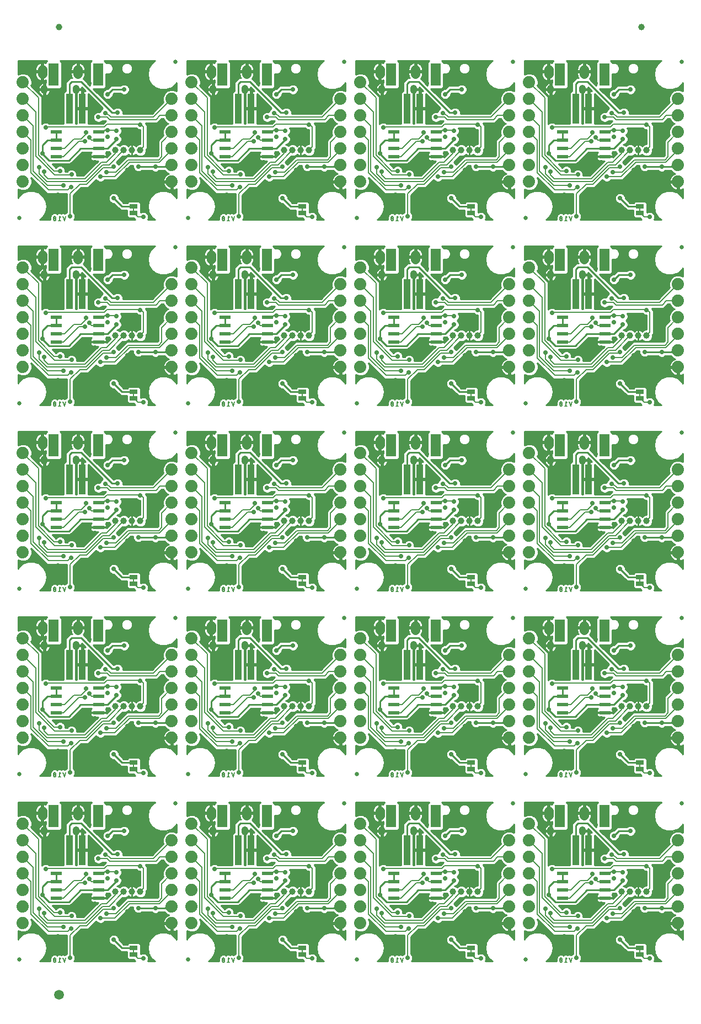
<source format=gbl>
G75*
%MOIN*%
%OFA0B0*%
%FSLAX25Y25*%
%IPPOS*%
%LPD*%
%AMOC8*
5,1,8,0,0,1.08239X$1,22.5*
%
%ADD10C,0.00500*%
%ADD11C,0.05512*%
%ADD12C,0.03937*%
%ADD13C,0.07400*%
%ADD14R,0.06700X0.02400*%
%ADD15C,0.02900*%
%ADD16C,0.02500*%
%ADD17C,0.03937*%
%ADD18R,0.05000X0.02500*%
%ADD19R,0.01000X0.01600*%
%ADD20R,0.03937X0.18110*%
%ADD21R,0.06299X0.13386*%
%ADD22C,0.05906*%
%ADD23C,0.01000*%
%ADD24C,0.00800*%
D10*
X0053315Y0040475D02*
X0053353Y0040558D01*
X0053389Y0040643D01*
X0053420Y0040729D01*
X0053448Y0040817D01*
X0053472Y0040905D01*
X0053493Y0040994D01*
X0053510Y0041085D01*
X0053523Y0041175D01*
X0053532Y0041267D01*
X0053538Y0041358D01*
X0053540Y0041450D01*
X0052040Y0041450D02*
X0052042Y0041358D01*
X0052048Y0041267D01*
X0052057Y0041175D01*
X0052070Y0041085D01*
X0052087Y0040994D01*
X0052108Y0040905D01*
X0052132Y0040817D01*
X0052160Y0040729D01*
X0052191Y0040643D01*
X0052227Y0040558D01*
X0052265Y0040475D01*
X0052282Y0040432D01*
X0052302Y0040391D01*
X0052325Y0040352D01*
X0052352Y0040314D01*
X0052382Y0040279D01*
X0052414Y0040247D01*
X0052449Y0040217D01*
X0052486Y0040190D01*
X0052526Y0040167D01*
X0052567Y0040147D01*
X0052610Y0040130D01*
X0052654Y0040117D01*
X0052699Y0040108D01*
X0052744Y0040102D01*
X0052790Y0040100D01*
X0052836Y0040102D01*
X0052881Y0040108D01*
X0052926Y0040117D01*
X0052970Y0040130D01*
X0053013Y0040147D01*
X0053054Y0040167D01*
X0053094Y0040190D01*
X0053131Y0040217D01*
X0053166Y0040247D01*
X0053198Y0040279D01*
X0053228Y0040314D01*
X0053255Y0040352D01*
X0053278Y0040391D01*
X0053298Y0040432D01*
X0053315Y0040475D01*
X0053390Y0040700D02*
X0052190Y0042200D01*
X0052265Y0042425D02*
X0052282Y0042468D01*
X0052302Y0042509D01*
X0052325Y0042548D01*
X0052352Y0042586D01*
X0052382Y0042621D01*
X0052414Y0042653D01*
X0052449Y0042683D01*
X0052486Y0042710D01*
X0052526Y0042733D01*
X0052567Y0042753D01*
X0052610Y0042770D01*
X0052654Y0042783D01*
X0052699Y0042792D01*
X0052744Y0042798D01*
X0052790Y0042800D01*
X0052836Y0042798D01*
X0052881Y0042792D01*
X0052926Y0042783D01*
X0052970Y0042770D01*
X0053013Y0042753D01*
X0053054Y0042733D01*
X0053094Y0042710D01*
X0053131Y0042683D01*
X0053166Y0042653D01*
X0053198Y0042621D01*
X0053228Y0042586D01*
X0053255Y0042548D01*
X0053278Y0042509D01*
X0053298Y0042468D01*
X0053315Y0042425D01*
X0052265Y0042425D02*
X0052227Y0042342D01*
X0052191Y0042257D01*
X0052160Y0042171D01*
X0052132Y0042083D01*
X0052108Y0041995D01*
X0052087Y0041906D01*
X0052070Y0041815D01*
X0052057Y0041725D01*
X0052048Y0041633D01*
X0052042Y0041542D01*
X0052040Y0041450D01*
X0053540Y0041450D02*
X0053538Y0041542D01*
X0053532Y0041633D01*
X0053523Y0041725D01*
X0053510Y0041815D01*
X0053493Y0041906D01*
X0053472Y0041995D01*
X0053448Y0042083D01*
X0053420Y0042171D01*
X0053389Y0042257D01*
X0053353Y0042342D01*
X0053315Y0042425D01*
X0055670Y0042800D02*
X0055670Y0040100D01*
X0056420Y0040100D02*
X0054920Y0040100D01*
X0056420Y0042200D02*
X0055670Y0042800D01*
X0057650Y0042800D02*
X0058550Y0040100D01*
X0059450Y0042800D01*
X0058550Y0152100D02*
X0057650Y0154800D01*
X0056420Y0154200D02*
X0055670Y0154800D01*
X0055670Y0152100D01*
X0056420Y0152100D02*
X0054920Y0152100D01*
X0052265Y0152475D02*
X0052227Y0152558D01*
X0052191Y0152643D01*
X0052160Y0152729D01*
X0052132Y0152817D01*
X0052108Y0152905D01*
X0052087Y0152994D01*
X0052070Y0153085D01*
X0052057Y0153175D01*
X0052048Y0153267D01*
X0052042Y0153358D01*
X0052040Y0153450D01*
X0053540Y0153450D02*
X0053538Y0153358D01*
X0053532Y0153267D01*
X0053523Y0153175D01*
X0053510Y0153085D01*
X0053493Y0152994D01*
X0053472Y0152905D01*
X0053448Y0152817D01*
X0053420Y0152729D01*
X0053389Y0152643D01*
X0053353Y0152558D01*
X0053315Y0152475D01*
X0053390Y0152700D02*
X0052190Y0154200D01*
X0052265Y0154425D02*
X0052282Y0154468D01*
X0052302Y0154509D01*
X0052325Y0154548D01*
X0052352Y0154586D01*
X0052382Y0154621D01*
X0052414Y0154653D01*
X0052449Y0154683D01*
X0052486Y0154710D01*
X0052526Y0154733D01*
X0052567Y0154753D01*
X0052610Y0154770D01*
X0052654Y0154783D01*
X0052699Y0154792D01*
X0052744Y0154798D01*
X0052790Y0154800D01*
X0052836Y0154798D01*
X0052881Y0154792D01*
X0052926Y0154783D01*
X0052970Y0154770D01*
X0053013Y0154753D01*
X0053054Y0154733D01*
X0053094Y0154710D01*
X0053131Y0154683D01*
X0053166Y0154653D01*
X0053198Y0154621D01*
X0053228Y0154586D01*
X0053255Y0154548D01*
X0053278Y0154509D01*
X0053298Y0154468D01*
X0053315Y0154425D01*
X0052265Y0154425D02*
X0052227Y0154342D01*
X0052191Y0154257D01*
X0052160Y0154171D01*
X0052132Y0154083D01*
X0052108Y0153995D01*
X0052087Y0153906D01*
X0052070Y0153815D01*
X0052057Y0153725D01*
X0052048Y0153633D01*
X0052042Y0153542D01*
X0052040Y0153450D01*
X0053540Y0153450D02*
X0053538Y0153542D01*
X0053532Y0153633D01*
X0053523Y0153725D01*
X0053510Y0153815D01*
X0053493Y0153906D01*
X0053472Y0153995D01*
X0053448Y0154083D01*
X0053420Y0154171D01*
X0053389Y0154257D01*
X0053353Y0154342D01*
X0053315Y0154425D01*
X0052265Y0152475D02*
X0052282Y0152432D01*
X0052302Y0152391D01*
X0052325Y0152352D01*
X0052352Y0152314D01*
X0052382Y0152279D01*
X0052414Y0152247D01*
X0052449Y0152217D01*
X0052486Y0152190D01*
X0052526Y0152167D01*
X0052567Y0152147D01*
X0052610Y0152130D01*
X0052654Y0152117D01*
X0052699Y0152108D01*
X0052744Y0152102D01*
X0052790Y0152100D01*
X0052836Y0152102D01*
X0052881Y0152108D01*
X0052926Y0152117D01*
X0052970Y0152130D01*
X0053013Y0152147D01*
X0053054Y0152167D01*
X0053094Y0152190D01*
X0053131Y0152217D01*
X0053166Y0152247D01*
X0053198Y0152279D01*
X0053228Y0152314D01*
X0053255Y0152352D01*
X0053278Y0152391D01*
X0053298Y0152432D01*
X0053315Y0152475D01*
X0058550Y0152100D02*
X0059450Y0154800D01*
X0058550Y0264100D02*
X0057650Y0266800D01*
X0056420Y0266200D02*
X0055670Y0266800D01*
X0055670Y0264100D01*
X0056420Y0264100D02*
X0054920Y0264100D01*
X0052265Y0264475D02*
X0052227Y0264558D01*
X0052191Y0264643D01*
X0052160Y0264729D01*
X0052132Y0264817D01*
X0052108Y0264905D01*
X0052087Y0264994D01*
X0052070Y0265085D01*
X0052057Y0265175D01*
X0052048Y0265267D01*
X0052042Y0265358D01*
X0052040Y0265450D01*
X0053540Y0265450D02*
X0053538Y0265358D01*
X0053532Y0265267D01*
X0053523Y0265175D01*
X0053510Y0265085D01*
X0053493Y0264994D01*
X0053472Y0264905D01*
X0053448Y0264817D01*
X0053420Y0264729D01*
X0053389Y0264643D01*
X0053353Y0264558D01*
X0053315Y0264475D01*
X0053390Y0264700D02*
X0052190Y0266200D01*
X0052265Y0266425D02*
X0052282Y0266468D01*
X0052302Y0266509D01*
X0052325Y0266548D01*
X0052352Y0266586D01*
X0052382Y0266621D01*
X0052414Y0266653D01*
X0052449Y0266683D01*
X0052486Y0266710D01*
X0052526Y0266733D01*
X0052567Y0266753D01*
X0052610Y0266770D01*
X0052654Y0266783D01*
X0052699Y0266792D01*
X0052744Y0266798D01*
X0052790Y0266800D01*
X0052836Y0266798D01*
X0052881Y0266792D01*
X0052926Y0266783D01*
X0052970Y0266770D01*
X0053013Y0266753D01*
X0053054Y0266733D01*
X0053094Y0266710D01*
X0053131Y0266683D01*
X0053166Y0266653D01*
X0053198Y0266621D01*
X0053228Y0266586D01*
X0053255Y0266548D01*
X0053278Y0266509D01*
X0053298Y0266468D01*
X0053315Y0266425D01*
X0052265Y0266425D02*
X0052227Y0266342D01*
X0052191Y0266257D01*
X0052160Y0266171D01*
X0052132Y0266083D01*
X0052108Y0265995D01*
X0052087Y0265906D01*
X0052070Y0265815D01*
X0052057Y0265725D01*
X0052048Y0265633D01*
X0052042Y0265542D01*
X0052040Y0265450D01*
X0053540Y0265450D02*
X0053538Y0265542D01*
X0053532Y0265633D01*
X0053523Y0265725D01*
X0053510Y0265815D01*
X0053493Y0265906D01*
X0053472Y0265995D01*
X0053448Y0266083D01*
X0053420Y0266171D01*
X0053389Y0266257D01*
X0053353Y0266342D01*
X0053315Y0266425D01*
X0052265Y0264475D02*
X0052282Y0264432D01*
X0052302Y0264391D01*
X0052325Y0264352D01*
X0052352Y0264314D01*
X0052382Y0264279D01*
X0052414Y0264247D01*
X0052449Y0264217D01*
X0052486Y0264190D01*
X0052526Y0264167D01*
X0052567Y0264147D01*
X0052610Y0264130D01*
X0052654Y0264117D01*
X0052699Y0264108D01*
X0052744Y0264102D01*
X0052790Y0264100D01*
X0052836Y0264102D01*
X0052881Y0264108D01*
X0052926Y0264117D01*
X0052970Y0264130D01*
X0053013Y0264147D01*
X0053054Y0264167D01*
X0053094Y0264190D01*
X0053131Y0264217D01*
X0053166Y0264247D01*
X0053198Y0264279D01*
X0053228Y0264314D01*
X0053255Y0264352D01*
X0053278Y0264391D01*
X0053298Y0264432D01*
X0053315Y0264475D01*
X0058550Y0264100D02*
X0059450Y0266800D01*
X0058550Y0376100D02*
X0057650Y0378800D01*
X0056420Y0378200D02*
X0055670Y0378800D01*
X0055670Y0376100D01*
X0056420Y0376100D02*
X0054920Y0376100D01*
X0052265Y0376475D02*
X0052227Y0376558D01*
X0052191Y0376643D01*
X0052160Y0376729D01*
X0052132Y0376817D01*
X0052108Y0376905D01*
X0052087Y0376994D01*
X0052070Y0377085D01*
X0052057Y0377175D01*
X0052048Y0377267D01*
X0052042Y0377358D01*
X0052040Y0377450D01*
X0053540Y0377450D02*
X0053538Y0377358D01*
X0053532Y0377267D01*
X0053523Y0377175D01*
X0053510Y0377085D01*
X0053493Y0376994D01*
X0053472Y0376905D01*
X0053448Y0376817D01*
X0053420Y0376729D01*
X0053389Y0376643D01*
X0053353Y0376558D01*
X0053315Y0376475D01*
X0053390Y0376700D02*
X0052190Y0378200D01*
X0052265Y0378425D02*
X0052282Y0378468D01*
X0052302Y0378509D01*
X0052325Y0378548D01*
X0052352Y0378586D01*
X0052382Y0378621D01*
X0052414Y0378653D01*
X0052449Y0378683D01*
X0052486Y0378710D01*
X0052526Y0378733D01*
X0052567Y0378753D01*
X0052610Y0378770D01*
X0052654Y0378783D01*
X0052699Y0378792D01*
X0052744Y0378798D01*
X0052790Y0378800D01*
X0052836Y0378798D01*
X0052881Y0378792D01*
X0052926Y0378783D01*
X0052970Y0378770D01*
X0053013Y0378753D01*
X0053054Y0378733D01*
X0053094Y0378710D01*
X0053131Y0378683D01*
X0053166Y0378653D01*
X0053198Y0378621D01*
X0053228Y0378586D01*
X0053255Y0378548D01*
X0053278Y0378509D01*
X0053298Y0378468D01*
X0053315Y0378425D01*
X0052265Y0378425D02*
X0052227Y0378342D01*
X0052191Y0378257D01*
X0052160Y0378171D01*
X0052132Y0378083D01*
X0052108Y0377995D01*
X0052087Y0377906D01*
X0052070Y0377815D01*
X0052057Y0377725D01*
X0052048Y0377633D01*
X0052042Y0377542D01*
X0052040Y0377450D01*
X0053540Y0377450D02*
X0053538Y0377542D01*
X0053532Y0377633D01*
X0053523Y0377725D01*
X0053510Y0377815D01*
X0053493Y0377906D01*
X0053472Y0377995D01*
X0053448Y0378083D01*
X0053420Y0378171D01*
X0053389Y0378257D01*
X0053353Y0378342D01*
X0053315Y0378425D01*
X0052265Y0376475D02*
X0052282Y0376432D01*
X0052302Y0376391D01*
X0052325Y0376352D01*
X0052352Y0376314D01*
X0052382Y0376279D01*
X0052414Y0376247D01*
X0052449Y0376217D01*
X0052486Y0376190D01*
X0052526Y0376167D01*
X0052567Y0376147D01*
X0052610Y0376130D01*
X0052654Y0376117D01*
X0052699Y0376108D01*
X0052744Y0376102D01*
X0052790Y0376100D01*
X0052836Y0376102D01*
X0052881Y0376108D01*
X0052926Y0376117D01*
X0052970Y0376130D01*
X0053013Y0376147D01*
X0053054Y0376167D01*
X0053094Y0376190D01*
X0053131Y0376217D01*
X0053166Y0376247D01*
X0053198Y0376279D01*
X0053228Y0376314D01*
X0053255Y0376352D01*
X0053278Y0376391D01*
X0053298Y0376432D01*
X0053315Y0376475D01*
X0058550Y0376100D02*
X0059450Y0378800D01*
X0058550Y0488100D02*
X0057650Y0490800D01*
X0056420Y0490200D02*
X0055670Y0490800D01*
X0055670Y0488100D01*
X0056420Y0488100D02*
X0054920Y0488100D01*
X0052265Y0488475D02*
X0052227Y0488558D01*
X0052191Y0488643D01*
X0052160Y0488729D01*
X0052132Y0488817D01*
X0052108Y0488905D01*
X0052087Y0488994D01*
X0052070Y0489085D01*
X0052057Y0489175D01*
X0052048Y0489267D01*
X0052042Y0489358D01*
X0052040Y0489450D01*
X0053540Y0489450D02*
X0053538Y0489358D01*
X0053532Y0489267D01*
X0053523Y0489175D01*
X0053510Y0489085D01*
X0053493Y0488994D01*
X0053472Y0488905D01*
X0053448Y0488817D01*
X0053420Y0488729D01*
X0053389Y0488643D01*
X0053353Y0488558D01*
X0053315Y0488475D01*
X0053390Y0488700D02*
X0052190Y0490200D01*
X0052265Y0490425D02*
X0052282Y0490468D01*
X0052302Y0490509D01*
X0052325Y0490548D01*
X0052352Y0490586D01*
X0052382Y0490621D01*
X0052414Y0490653D01*
X0052449Y0490683D01*
X0052486Y0490710D01*
X0052526Y0490733D01*
X0052567Y0490753D01*
X0052610Y0490770D01*
X0052654Y0490783D01*
X0052699Y0490792D01*
X0052744Y0490798D01*
X0052790Y0490800D01*
X0052836Y0490798D01*
X0052881Y0490792D01*
X0052926Y0490783D01*
X0052970Y0490770D01*
X0053013Y0490753D01*
X0053054Y0490733D01*
X0053094Y0490710D01*
X0053131Y0490683D01*
X0053166Y0490653D01*
X0053198Y0490621D01*
X0053228Y0490586D01*
X0053255Y0490548D01*
X0053278Y0490509D01*
X0053298Y0490468D01*
X0053315Y0490425D01*
X0052265Y0490425D02*
X0052227Y0490342D01*
X0052191Y0490257D01*
X0052160Y0490171D01*
X0052132Y0490083D01*
X0052108Y0489995D01*
X0052087Y0489906D01*
X0052070Y0489815D01*
X0052057Y0489725D01*
X0052048Y0489633D01*
X0052042Y0489542D01*
X0052040Y0489450D01*
X0053540Y0489450D02*
X0053538Y0489542D01*
X0053532Y0489633D01*
X0053523Y0489725D01*
X0053510Y0489815D01*
X0053493Y0489906D01*
X0053472Y0489995D01*
X0053448Y0490083D01*
X0053420Y0490171D01*
X0053389Y0490257D01*
X0053353Y0490342D01*
X0053315Y0490425D01*
X0052265Y0488475D02*
X0052282Y0488432D01*
X0052302Y0488391D01*
X0052325Y0488352D01*
X0052352Y0488314D01*
X0052382Y0488279D01*
X0052414Y0488247D01*
X0052449Y0488217D01*
X0052486Y0488190D01*
X0052526Y0488167D01*
X0052567Y0488147D01*
X0052610Y0488130D01*
X0052654Y0488117D01*
X0052699Y0488108D01*
X0052744Y0488102D01*
X0052790Y0488100D01*
X0052836Y0488102D01*
X0052881Y0488108D01*
X0052926Y0488117D01*
X0052970Y0488130D01*
X0053013Y0488147D01*
X0053054Y0488167D01*
X0053094Y0488190D01*
X0053131Y0488217D01*
X0053166Y0488247D01*
X0053198Y0488279D01*
X0053228Y0488314D01*
X0053255Y0488352D01*
X0053278Y0488391D01*
X0053298Y0488432D01*
X0053315Y0488475D01*
X0058550Y0488100D02*
X0059450Y0490800D01*
X0155315Y0488475D02*
X0155353Y0488558D01*
X0155389Y0488643D01*
X0155420Y0488729D01*
X0155448Y0488817D01*
X0155472Y0488905D01*
X0155493Y0488994D01*
X0155510Y0489085D01*
X0155523Y0489175D01*
X0155532Y0489267D01*
X0155538Y0489358D01*
X0155540Y0489450D01*
X0154040Y0489450D02*
X0154042Y0489358D01*
X0154048Y0489267D01*
X0154057Y0489175D01*
X0154070Y0489085D01*
X0154087Y0488994D01*
X0154108Y0488905D01*
X0154132Y0488817D01*
X0154160Y0488729D01*
X0154191Y0488643D01*
X0154227Y0488558D01*
X0154265Y0488475D01*
X0154282Y0488432D01*
X0154302Y0488391D01*
X0154325Y0488352D01*
X0154352Y0488314D01*
X0154382Y0488279D01*
X0154414Y0488247D01*
X0154449Y0488217D01*
X0154486Y0488190D01*
X0154526Y0488167D01*
X0154567Y0488147D01*
X0154610Y0488130D01*
X0154654Y0488117D01*
X0154699Y0488108D01*
X0154744Y0488102D01*
X0154790Y0488100D01*
X0154836Y0488102D01*
X0154881Y0488108D01*
X0154926Y0488117D01*
X0154970Y0488130D01*
X0155013Y0488147D01*
X0155054Y0488167D01*
X0155094Y0488190D01*
X0155131Y0488217D01*
X0155166Y0488247D01*
X0155198Y0488279D01*
X0155228Y0488314D01*
X0155255Y0488352D01*
X0155278Y0488391D01*
X0155298Y0488432D01*
X0155315Y0488475D01*
X0155390Y0488700D02*
X0154190Y0490200D01*
X0154265Y0490425D02*
X0154282Y0490468D01*
X0154302Y0490509D01*
X0154325Y0490548D01*
X0154352Y0490586D01*
X0154382Y0490621D01*
X0154414Y0490653D01*
X0154449Y0490683D01*
X0154486Y0490710D01*
X0154526Y0490733D01*
X0154567Y0490753D01*
X0154610Y0490770D01*
X0154654Y0490783D01*
X0154699Y0490792D01*
X0154744Y0490798D01*
X0154790Y0490800D01*
X0154836Y0490798D01*
X0154881Y0490792D01*
X0154926Y0490783D01*
X0154970Y0490770D01*
X0155013Y0490753D01*
X0155054Y0490733D01*
X0155094Y0490710D01*
X0155131Y0490683D01*
X0155166Y0490653D01*
X0155198Y0490621D01*
X0155228Y0490586D01*
X0155255Y0490548D01*
X0155278Y0490509D01*
X0155298Y0490468D01*
X0155315Y0490425D01*
X0154265Y0490425D02*
X0154227Y0490342D01*
X0154191Y0490257D01*
X0154160Y0490171D01*
X0154132Y0490083D01*
X0154108Y0489995D01*
X0154087Y0489906D01*
X0154070Y0489815D01*
X0154057Y0489725D01*
X0154048Y0489633D01*
X0154042Y0489542D01*
X0154040Y0489450D01*
X0155540Y0489450D02*
X0155538Y0489542D01*
X0155532Y0489633D01*
X0155523Y0489725D01*
X0155510Y0489815D01*
X0155493Y0489906D01*
X0155472Y0489995D01*
X0155448Y0490083D01*
X0155420Y0490171D01*
X0155389Y0490257D01*
X0155353Y0490342D01*
X0155315Y0490425D01*
X0157670Y0490800D02*
X0157670Y0488100D01*
X0158420Y0488100D02*
X0156920Y0488100D01*
X0158420Y0490200D02*
X0157670Y0490800D01*
X0159650Y0490800D02*
X0160550Y0488100D01*
X0161450Y0490800D01*
X0161450Y0378800D02*
X0160550Y0376100D01*
X0159650Y0378800D01*
X0158420Y0378200D02*
X0157670Y0378800D01*
X0157670Y0376100D01*
X0158420Y0376100D02*
X0156920Y0376100D01*
X0154265Y0376475D02*
X0154227Y0376558D01*
X0154191Y0376643D01*
X0154160Y0376729D01*
X0154132Y0376817D01*
X0154108Y0376905D01*
X0154087Y0376994D01*
X0154070Y0377085D01*
X0154057Y0377175D01*
X0154048Y0377267D01*
X0154042Y0377358D01*
X0154040Y0377450D01*
X0155540Y0377450D02*
X0155538Y0377358D01*
X0155532Y0377267D01*
X0155523Y0377175D01*
X0155510Y0377085D01*
X0155493Y0376994D01*
X0155472Y0376905D01*
X0155448Y0376817D01*
X0155420Y0376729D01*
X0155389Y0376643D01*
X0155353Y0376558D01*
X0155315Y0376475D01*
X0155390Y0376700D02*
X0154190Y0378200D01*
X0154265Y0378425D02*
X0154282Y0378468D01*
X0154302Y0378509D01*
X0154325Y0378548D01*
X0154352Y0378586D01*
X0154382Y0378621D01*
X0154414Y0378653D01*
X0154449Y0378683D01*
X0154486Y0378710D01*
X0154526Y0378733D01*
X0154567Y0378753D01*
X0154610Y0378770D01*
X0154654Y0378783D01*
X0154699Y0378792D01*
X0154744Y0378798D01*
X0154790Y0378800D01*
X0154836Y0378798D01*
X0154881Y0378792D01*
X0154926Y0378783D01*
X0154970Y0378770D01*
X0155013Y0378753D01*
X0155054Y0378733D01*
X0155094Y0378710D01*
X0155131Y0378683D01*
X0155166Y0378653D01*
X0155198Y0378621D01*
X0155228Y0378586D01*
X0155255Y0378548D01*
X0155278Y0378509D01*
X0155298Y0378468D01*
X0155315Y0378425D01*
X0154265Y0378425D02*
X0154227Y0378342D01*
X0154191Y0378257D01*
X0154160Y0378171D01*
X0154132Y0378083D01*
X0154108Y0377995D01*
X0154087Y0377906D01*
X0154070Y0377815D01*
X0154057Y0377725D01*
X0154048Y0377633D01*
X0154042Y0377542D01*
X0154040Y0377450D01*
X0155540Y0377450D02*
X0155538Y0377542D01*
X0155532Y0377633D01*
X0155523Y0377725D01*
X0155510Y0377815D01*
X0155493Y0377906D01*
X0155472Y0377995D01*
X0155448Y0378083D01*
X0155420Y0378171D01*
X0155389Y0378257D01*
X0155353Y0378342D01*
X0155315Y0378425D01*
X0154265Y0376475D02*
X0154282Y0376432D01*
X0154302Y0376391D01*
X0154325Y0376352D01*
X0154352Y0376314D01*
X0154382Y0376279D01*
X0154414Y0376247D01*
X0154449Y0376217D01*
X0154486Y0376190D01*
X0154526Y0376167D01*
X0154567Y0376147D01*
X0154610Y0376130D01*
X0154654Y0376117D01*
X0154699Y0376108D01*
X0154744Y0376102D01*
X0154790Y0376100D01*
X0154836Y0376102D01*
X0154881Y0376108D01*
X0154926Y0376117D01*
X0154970Y0376130D01*
X0155013Y0376147D01*
X0155054Y0376167D01*
X0155094Y0376190D01*
X0155131Y0376217D01*
X0155166Y0376247D01*
X0155198Y0376279D01*
X0155228Y0376314D01*
X0155255Y0376352D01*
X0155278Y0376391D01*
X0155298Y0376432D01*
X0155315Y0376475D01*
X0157670Y0266800D02*
X0157670Y0264100D01*
X0158420Y0264100D02*
X0156920Y0264100D01*
X0154265Y0264475D02*
X0154227Y0264558D01*
X0154191Y0264643D01*
X0154160Y0264729D01*
X0154132Y0264817D01*
X0154108Y0264905D01*
X0154087Y0264994D01*
X0154070Y0265085D01*
X0154057Y0265175D01*
X0154048Y0265267D01*
X0154042Y0265358D01*
X0154040Y0265450D01*
X0155540Y0265450D02*
X0155538Y0265358D01*
X0155532Y0265267D01*
X0155523Y0265175D01*
X0155510Y0265085D01*
X0155493Y0264994D01*
X0155472Y0264905D01*
X0155448Y0264817D01*
X0155420Y0264729D01*
X0155389Y0264643D01*
X0155353Y0264558D01*
X0155315Y0264475D01*
X0155390Y0264700D02*
X0154190Y0266200D01*
X0154265Y0266425D02*
X0154282Y0266468D01*
X0154302Y0266509D01*
X0154325Y0266548D01*
X0154352Y0266586D01*
X0154382Y0266621D01*
X0154414Y0266653D01*
X0154449Y0266683D01*
X0154486Y0266710D01*
X0154526Y0266733D01*
X0154567Y0266753D01*
X0154610Y0266770D01*
X0154654Y0266783D01*
X0154699Y0266792D01*
X0154744Y0266798D01*
X0154790Y0266800D01*
X0154836Y0266798D01*
X0154881Y0266792D01*
X0154926Y0266783D01*
X0154970Y0266770D01*
X0155013Y0266753D01*
X0155054Y0266733D01*
X0155094Y0266710D01*
X0155131Y0266683D01*
X0155166Y0266653D01*
X0155198Y0266621D01*
X0155228Y0266586D01*
X0155255Y0266548D01*
X0155278Y0266509D01*
X0155298Y0266468D01*
X0155315Y0266425D01*
X0154265Y0266425D02*
X0154227Y0266342D01*
X0154191Y0266257D01*
X0154160Y0266171D01*
X0154132Y0266083D01*
X0154108Y0265995D01*
X0154087Y0265906D01*
X0154070Y0265815D01*
X0154057Y0265725D01*
X0154048Y0265633D01*
X0154042Y0265542D01*
X0154040Y0265450D01*
X0155540Y0265450D02*
X0155538Y0265542D01*
X0155532Y0265633D01*
X0155523Y0265725D01*
X0155510Y0265815D01*
X0155493Y0265906D01*
X0155472Y0265995D01*
X0155448Y0266083D01*
X0155420Y0266171D01*
X0155389Y0266257D01*
X0155353Y0266342D01*
X0155315Y0266425D01*
X0154265Y0264475D02*
X0154282Y0264432D01*
X0154302Y0264391D01*
X0154325Y0264352D01*
X0154352Y0264314D01*
X0154382Y0264279D01*
X0154414Y0264247D01*
X0154449Y0264217D01*
X0154486Y0264190D01*
X0154526Y0264167D01*
X0154567Y0264147D01*
X0154610Y0264130D01*
X0154654Y0264117D01*
X0154699Y0264108D01*
X0154744Y0264102D01*
X0154790Y0264100D01*
X0154836Y0264102D01*
X0154881Y0264108D01*
X0154926Y0264117D01*
X0154970Y0264130D01*
X0155013Y0264147D01*
X0155054Y0264167D01*
X0155094Y0264190D01*
X0155131Y0264217D01*
X0155166Y0264247D01*
X0155198Y0264279D01*
X0155228Y0264314D01*
X0155255Y0264352D01*
X0155278Y0264391D01*
X0155298Y0264432D01*
X0155315Y0264475D01*
X0157670Y0266800D02*
X0158420Y0266200D01*
X0159650Y0266800D02*
X0160550Y0264100D01*
X0161450Y0266800D01*
X0161450Y0154800D02*
X0160550Y0152100D01*
X0159650Y0154800D01*
X0158420Y0154200D02*
X0157670Y0154800D01*
X0157670Y0152100D01*
X0158420Y0152100D02*
X0156920Y0152100D01*
X0154265Y0152475D02*
X0154227Y0152558D01*
X0154191Y0152643D01*
X0154160Y0152729D01*
X0154132Y0152817D01*
X0154108Y0152905D01*
X0154087Y0152994D01*
X0154070Y0153085D01*
X0154057Y0153175D01*
X0154048Y0153267D01*
X0154042Y0153358D01*
X0154040Y0153450D01*
X0155540Y0153450D02*
X0155538Y0153358D01*
X0155532Y0153267D01*
X0155523Y0153175D01*
X0155510Y0153085D01*
X0155493Y0152994D01*
X0155472Y0152905D01*
X0155448Y0152817D01*
X0155420Y0152729D01*
X0155389Y0152643D01*
X0155353Y0152558D01*
X0155315Y0152475D01*
X0155390Y0152700D02*
X0154190Y0154200D01*
X0154265Y0154425D02*
X0154282Y0154468D01*
X0154302Y0154509D01*
X0154325Y0154548D01*
X0154352Y0154586D01*
X0154382Y0154621D01*
X0154414Y0154653D01*
X0154449Y0154683D01*
X0154486Y0154710D01*
X0154526Y0154733D01*
X0154567Y0154753D01*
X0154610Y0154770D01*
X0154654Y0154783D01*
X0154699Y0154792D01*
X0154744Y0154798D01*
X0154790Y0154800D01*
X0154836Y0154798D01*
X0154881Y0154792D01*
X0154926Y0154783D01*
X0154970Y0154770D01*
X0155013Y0154753D01*
X0155054Y0154733D01*
X0155094Y0154710D01*
X0155131Y0154683D01*
X0155166Y0154653D01*
X0155198Y0154621D01*
X0155228Y0154586D01*
X0155255Y0154548D01*
X0155278Y0154509D01*
X0155298Y0154468D01*
X0155315Y0154425D01*
X0154265Y0154425D02*
X0154227Y0154342D01*
X0154191Y0154257D01*
X0154160Y0154171D01*
X0154132Y0154083D01*
X0154108Y0153995D01*
X0154087Y0153906D01*
X0154070Y0153815D01*
X0154057Y0153725D01*
X0154048Y0153633D01*
X0154042Y0153542D01*
X0154040Y0153450D01*
X0155540Y0153450D02*
X0155538Y0153542D01*
X0155532Y0153633D01*
X0155523Y0153725D01*
X0155510Y0153815D01*
X0155493Y0153906D01*
X0155472Y0153995D01*
X0155448Y0154083D01*
X0155420Y0154171D01*
X0155389Y0154257D01*
X0155353Y0154342D01*
X0155315Y0154425D01*
X0154265Y0152475D02*
X0154282Y0152432D01*
X0154302Y0152391D01*
X0154325Y0152352D01*
X0154352Y0152314D01*
X0154382Y0152279D01*
X0154414Y0152247D01*
X0154449Y0152217D01*
X0154486Y0152190D01*
X0154526Y0152167D01*
X0154567Y0152147D01*
X0154610Y0152130D01*
X0154654Y0152117D01*
X0154699Y0152108D01*
X0154744Y0152102D01*
X0154790Y0152100D01*
X0154836Y0152102D01*
X0154881Y0152108D01*
X0154926Y0152117D01*
X0154970Y0152130D01*
X0155013Y0152147D01*
X0155054Y0152167D01*
X0155094Y0152190D01*
X0155131Y0152217D01*
X0155166Y0152247D01*
X0155198Y0152279D01*
X0155228Y0152314D01*
X0155255Y0152352D01*
X0155278Y0152391D01*
X0155298Y0152432D01*
X0155315Y0152475D01*
X0157670Y0042800D02*
X0157670Y0040100D01*
X0158420Y0040100D02*
X0156920Y0040100D01*
X0154265Y0040475D02*
X0154227Y0040558D01*
X0154191Y0040643D01*
X0154160Y0040729D01*
X0154132Y0040817D01*
X0154108Y0040905D01*
X0154087Y0040994D01*
X0154070Y0041085D01*
X0154057Y0041175D01*
X0154048Y0041267D01*
X0154042Y0041358D01*
X0154040Y0041450D01*
X0155540Y0041450D02*
X0155538Y0041358D01*
X0155532Y0041267D01*
X0155523Y0041175D01*
X0155510Y0041085D01*
X0155493Y0040994D01*
X0155472Y0040905D01*
X0155448Y0040817D01*
X0155420Y0040729D01*
X0155389Y0040643D01*
X0155353Y0040558D01*
X0155315Y0040475D01*
X0155390Y0040700D02*
X0154190Y0042200D01*
X0154265Y0042425D02*
X0154282Y0042468D01*
X0154302Y0042509D01*
X0154325Y0042548D01*
X0154352Y0042586D01*
X0154382Y0042621D01*
X0154414Y0042653D01*
X0154449Y0042683D01*
X0154486Y0042710D01*
X0154526Y0042733D01*
X0154567Y0042753D01*
X0154610Y0042770D01*
X0154654Y0042783D01*
X0154699Y0042792D01*
X0154744Y0042798D01*
X0154790Y0042800D01*
X0154836Y0042798D01*
X0154881Y0042792D01*
X0154926Y0042783D01*
X0154970Y0042770D01*
X0155013Y0042753D01*
X0155054Y0042733D01*
X0155094Y0042710D01*
X0155131Y0042683D01*
X0155166Y0042653D01*
X0155198Y0042621D01*
X0155228Y0042586D01*
X0155255Y0042548D01*
X0155278Y0042509D01*
X0155298Y0042468D01*
X0155315Y0042425D01*
X0154265Y0042425D02*
X0154227Y0042342D01*
X0154191Y0042257D01*
X0154160Y0042171D01*
X0154132Y0042083D01*
X0154108Y0041995D01*
X0154087Y0041906D01*
X0154070Y0041815D01*
X0154057Y0041725D01*
X0154048Y0041633D01*
X0154042Y0041542D01*
X0154040Y0041450D01*
X0155540Y0041450D02*
X0155538Y0041542D01*
X0155532Y0041633D01*
X0155523Y0041725D01*
X0155510Y0041815D01*
X0155493Y0041906D01*
X0155472Y0041995D01*
X0155448Y0042083D01*
X0155420Y0042171D01*
X0155389Y0042257D01*
X0155353Y0042342D01*
X0155315Y0042425D01*
X0154265Y0040475D02*
X0154282Y0040432D01*
X0154302Y0040391D01*
X0154325Y0040352D01*
X0154352Y0040314D01*
X0154382Y0040279D01*
X0154414Y0040247D01*
X0154449Y0040217D01*
X0154486Y0040190D01*
X0154526Y0040167D01*
X0154567Y0040147D01*
X0154610Y0040130D01*
X0154654Y0040117D01*
X0154699Y0040108D01*
X0154744Y0040102D01*
X0154790Y0040100D01*
X0154836Y0040102D01*
X0154881Y0040108D01*
X0154926Y0040117D01*
X0154970Y0040130D01*
X0155013Y0040147D01*
X0155054Y0040167D01*
X0155094Y0040190D01*
X0155131Y0040217D01*
X0155166Y0040247D01*
X0155198Y0040279D01*
X0155228Y0040314D01*
X0155255Y0040352D01*
X0155278Y0040391D01*
X0155298Y0040432D01*
X0155315Y0040475D01*
X0157670Y0042800D02*
X0158420Y0042200D01*
X0159650Y0042800D02*
X0160550Y0040100D01*
X0161450Y0042800D01*
X0257315Y0040475D02*
X0257353Y0040558D01*
X0257389Y0040643D01*
X0257420Y0040729D01*
X0257448Y0040817D01*
X0257472Y0040905D01*
X0257493Y0040994D01*
X0257510Y0041085D01*
X0257523Y0041175D01*
X0257532Y0041267D01*
X0257538Y0041358D01*
X0257540Y0041450D01*
X0256040Y0041450D02*
X0256042Y0041358D01*
X0256048Y0041267D01*
X0256057Y0041175D01*
X0256070Y0041085D01*
X0256087Y0040994D01*
X0256108Y0040905D01*
X0256132Y0040817D01*
X0256160Y0040729D01*
X0256191Y0040643D01*
X0256227Y0040558D01*
X0256265Y0040475D01*
X0256282Y0040432D01*
X0256302Y0040391D01*
X0256325Y0040352D01*
X0256352Y0040314D01*
X0256382Y0040279D01*
X0256414Y0040247D01*
X0256449Y0040217D01*
X0256486Y0040190D01*
X0256526Y0040167D01*
X0256567Y0040147D01*
X0256610Y0040130D01*
X0256654Y0040117D01*
X0256699Y0040108D01*
X0256744Y0040102D01*
X0256790Y0040100D01*
X0256836Y0040102D01*
X0256881Y0040108D01*
X0256926Y0040117D01*
X0256970Y0040130D01*
X0257013Y0040147D01*
X0257054Y0040167D01*
X0257094Y0040190D01*
X0257131Y0040217D01*
X0257166Y0040247D01*
X0257198Y0040279D01*
X0257228Y0040314D01*
X0257255Y0040352D01*
X0257278Y0040391D01*
X0257298Y0040432D01*
X0257315Y0040475D01*
X0257390Y0040700D02*
X0256190Y0042200D01*
X0256265Y0042425D02*
X0256282Y0042468D01*
X0256302Y0042509D01*
X0256325Y0042548D01*
X0256352Y0042586D01*
X0256382Y0042621D01*
X0256414Y0042653D01*
X0256449Y0042683D01*
X0256486Y0042710D01*
X0256526Y0042733D01*
X0256567Y0042753D01*
X0256610Y0042770D01*
X0256654Y0042783D01*
X0256699Y0042792D01*
X0256744Y0042798D01*
X0256790Y0042800D01*
X0256836Y0042798D01*
X0256881Y0042792D01*
X0256926Y0042783D01*
X0256970Y0042770D01*
X0257013Y0042753D01*
X0257054Y0042733D01*
X0257094Y0042710D01*
X0257131Y0042683D01*
X0257166Y0042653D01*
X0257198Y0042621D01*
X0257228Y0042586D01*
X0257255Y0042548D01*
X0257278Y0042509D01*
X0257298Y0042468D01*
X0257315Y0042425D01*
X0256265Y0042425D02*
X0256227Y0042342D01*
X0256191Y0042257D01*
X0256160Y0042171D01*
X0256132Y0042083D01*
X0256108Y0041995D01*
X0256087Y0041906D01*
X0256070Y0041815D01*
X0256057Y0041725D01*
X0256048Y0041633D01*
X0256042Y0041542D01*
X0256040Y0041450D01*
X0257540Y0041450D02*
X0257538Y0041542D01*
X0257532Y0041633D01*
X0257523Y0041725D01*
X0257510Y0041815D01*
X0257493Y0041906D01*
X0257472Y0041995D01*
X0257448Y0042083D01*
X0257420Y0042171D01*
X0257389Y0042257D01*
X0257353Y0042342D01*
X0257315Y0042425D01*
X0259670Y0042800D02*
X0259670Y0040100D01*
X0260420Y0040100D02*
X0258920Y0040100D01*
X0260420Y0042200D02*
X0259670Y0042800D01*
X0261650Y0042800D02*
X0262550Y0040100D01*
X0263450Y0042800D01*
X0262550Y0152100D02*
X0261650Y0154800D01*
X0260420Y0154200D02*
X0259670Y0154800D01*
X0259670Y0152100D01*
X0260420Y0152100D02*
X0258920Y0152100D01*
X0256265Y0152475D02*
X0256227Y0152558D01*
X0256191Y0152643D01*
X0256160Y0152729D01*
X0256132Y0152817D01*
X0256108Y0152905D01*
X0256087Y0152994D01*
X0256070Y0153085D01*
X0256057Y0153175D01*
X0256048Y0153267D01*
X0256042Y0153358D01*
X0256040Y0153450D01*
X0257540Y0153450D02*
X0257538Y0153358D01*
X0257532Y0153267D01*
X0257523Y0153175D01*
X0257510Y0153085D01*
X0257493Y0152994D01*
X0257472Y0152905D01*
X0257448Y0152817D01*
X0257420Y0152729D01*
X0257389Y0152643D01*
X0257353Y0152558D01*
X0257315Y0152475D01*
X0257390Y0152700D02*
X0256190Y0154200D01*
X0256265Y0154425D02*
X0256282Y0154468D01*
X0256302Y0154509D01*
X0256325Y0154548D01*
X0256352Y0154586D01*
X0256382Y0154621D01*
X0256414Y0154653D01*
X0256449Y0154683D01*
X0256486Y0154710D01*
X0256526Y0154733D01*
X0256567Y0154753D01*
X0256610Y0154770D01*
X0256654Y0154783D01*
X0256699Y0154792D01*
X0256744Y0154798D01*
X0256790Y0154800D01*
X0256836Y0154798D01*
X0256881Y0154792D01*
X0256926Y0154783D01*
X0256970Y0154770D01*
X0257013Y0154753D01*
X0257054Y0154733D01*
X0257094Y0154710D01*
X0257131Y0154683D01*
X0257166Y0154653D01*
X0257198Y0154621D01*
X0257228Y0154586D01*
X0257255Y0154548D01*
X0257278Y0154509D01*
X0257298Y0154468D01*
X0257315Y0154425D01*
X0256265Y0154425D02*
X0256227Y0154342D01*
X0256191Y0154257D01*
X0256160Y0154171D01*
X0256132Y0154083D01*
X0256108Y0153995D01*
X0256087Y0153906D01*
X0256070Y0153815D01*
X0256057Y0153725D01*
X0256048Y0153633D01*
X0256042Y0153542D01*
X0256040Y0153450D01*
X0257540Y0153450D02*
X0257538Y0153542D01*
X0257532Y0153633D01*
X0257523Y0153725D01*
X0257510Y0153815D01*
X0257493Y0153906D01*
X0257472Y0153995D01*
X0257448Y0154083D01*
X0257420Y0154171D01*
X0257389Y0154257D01*
X0257353Y0154342D01*
X0257315Y0154425D01*
X0256265Y0152475D02*
X0256282Y0152432D01*
X0256302Y0152391D01*
X0256325Y0152352D01*
X0256352Y0152314D01*
X0256382Y0152279D01*
X0256414Y0152247D01*
X0256449Y0152217D01*
X0256486Y0152190D01*
X0256526Y0152167D01*
X0256567Y0152147D01*
X0256610Y0152130D01*
X0256654Y0152117D01*
X0256699Y0152108D01*
X0256744Y0152102D01*
X0256790Y0152100D01*
X0256836Y0152102D01*
X0256881Y0152108D01*
X0256926Y0152117D01*
X0256970Y0152130D01*
X0257013Y0152147D01*
X0257054Y0152167D01*
X0257094Y0152190D01*
X0257131Y0152217D01*
X0257166Y0152247D01*
X0257198Y0152279D01*
X0257228Y0152314D01*
X0257255Y0152352D01*
X0257278Y0152391D01*
X0257298Y0152432D01*
X0257315Y0152475D01*
X0262550Y0152100D02*
X0263450Y0154800D01*
X0262550Y0264100D02*
X0261650Y0266800D01*
X0260420Y0266200D02*
X0259670Y0266800D01*
X0259670Y0264100D01*
X0260420Y0264100D02*
X0258920Y0264100D01*
X0256265Y0264475D02*
X0256227Y0264558D01*
X0256191Y0264643D01*
X0256160Y0264729D01*
X0256132Y0264817D01*
X0256108Y0264905D01*
X0256087Y0264994D01*
X0256070Y0265085D01*
X0256057Y0265175D01*
X0256048Y0265267D01*
X0256042Y0265358D01*
X0256040Y0265450D01*
X0257540Y0265450D02*
X0257538Y0265358D01*
X0257532Y0265267D01*
X0257523Y0265175D01*
X0257510Y0265085D01*
X0257493Y0264994D01*
X0257472Y0264905D01*
X0257448Y0264817D01*
X0257420Y0264729D01*
X0257389Y0264643D01*
X0257353Y0264558D01*
X0257315Y0264475D01*
X0257390Y0264700D02*
X0256190Y0266200D01*
X0256265Y0266425D02*
X0256282Y0266468D01*
X0256302Y0266509D01*
X0256325Y0266548D01*
X0256352Y0266586D01*
X0256382Y0266621D01*
X0256414Y0266653D01*
X0256449Y0266683D01*
X0256486Y0266710D01*
X0256526Y0266733D01*
X0256567Y0266753D01*
X0256610Y0266770D01*
X0256654Y0266783D01*
X0256699Y0266792D01*
X0256744Y0266798D01*
X0256790Y0266800D01*
X0256836Y0266798D01*
X0256881Y0266792D01*
X0256926Y0266783D01*
X0256970Y0266770D01*
X0257013Y0266753D01*
X0257054Y0266733D01*
X0257094Y0266710D01*
X0257131Y0266683D01*
X0257166Y0266653D01*
X0257198Y0266621D01*
X0257228Y0266586D01*
X0257255Y0266548D01*
X0257278Y0266509D01*
X0257298Y0266468D01*
X0257315Y0266425D01*
X0256265Y0266425D02*
X0256227Y0266342D01*
X0256191Y0266257D01*
X0256160Y0266171D01*
X0256132Y0266083D01*
X0256108Y0265995D01*
X0256087Y0265906D01*
X0256070Y0265815D01*
X0256057Y0265725D01*
X0256048Y0265633D01*
X0256042Y0265542D01*
X0256040Y0265450D01*
X0257540Y0265450D02*
X0257538Y0265542D01*
X0257532Y0265633D01*
X0257523Y0265725D01*
X0257510Y0265815D01*
X0257493Y0265906D01*
X0257472Y0265995D01*
X0257448Y0266083D01*
X0257420Y0266171D01*
X0257389Y0266257D01*
X0257353Y0266342D01*
X0257315Y0266425D01*
X0256265Y0264475D02*
X0256282Y0264432D01*
X0256302Y0264391D01*
X0256325Y0264352D01*
X0256352Y0264314D01*
X0256382Y0264279D01*
X0256414Y0264247D01*
X0256449Y0264217D01*
X0256486Y0264190D01*
X0256526Y0264167D01*
X0256567Y0264147D01*
X0256610Y0264130D01*
X0256654Y0264117D01*
X0256699Y0264108D01*
X0256744Y0264102D01*
X0256790Y0264100D01*
X0256836Y0264102D01*
X0256881Y0264108D01*
X0256926Y0264117D01*
X0256970Y0264130D01*
X0257013Y0264147D01*
X0257054Y0264167D01*
X0257094Y0264190D01*
X0257131Y0264217D01*
X0257166Y0264247D01*
X0257198Y0264279D01*
X0257228Y0264314D01*
X0257255Y0264352D01*
X0257278Y0264391D01*
X0257298Y0264432D01*
X0257315Y0264475D01*
X0262550Y0264100D02*
X0263450Y0266800D01*
X0262550Y0376100D02*
X0261650Y0378800D01*
X0260420Y0378200D02*
X0259670Y0378800D01*
X0259670Y0376100D01*
X0260420Y0376100D02*
X0258920Y0376100D01*
X0256265Y0376475D02*
X0256227Y0376558D01*
X0256191Y0376643D01*
X0256160Y0376729D01*
X0256132Y0376817D01*
X0256108Y0376905D01*
X0256087Y0376994D01*
X0256070Y0377085D01*
X0256057Y0377175D01*
X0256048Y0377267D01*
X0256042Y0377358D01*
X0256040Y0377450D01*
X0257540Y0377450D02*
X0257538Y0377358D01*
X0257532Y0377267D01*
X0257523Y0377175D01*
X0257510Y0377085D01*
X0257493Y0376994D01*
X0257472Y0376905D01*
X0257448Y0376817D01*
X0257420Y0376729D01*
X0257389Y0376643D01*
X0257353Y0376558D01*
X0257315Y0376475D01*
X0257390Y0376700D02*
X0256190Y0378200D01*
X0256265Y0378425D02*
X0256282Y0378468D01*
X0256302Y0378509D01*
X0256325Y0378548D01*
X0256352Y0378586D01*
X0256382Y0378621D01*
X0256414Y0378653D01*
X0256449Y0378683D01*
X0256486Y0378710D01*
X0256526Y0378733D01*
X0256567Y0378753D01*
X0256610Y0378770D01*
X0256654Y0378783D01*
X0256699Y0378792D01*
X0256744Y0378798D01*
X0256790Y0378800D01*
X0256836Y0378798D01*
X0256881Y0378792D01*
X0256926Y0378783D01*
X0256970Y0378770D01*
X0257013Y0378753D01*
X0257054Y0378733D01*
X0257094Y0378710D01*
X0257131Y0378683D01*
X0257166Y0378653D01*
X0257198Y0378621D01*
X0257228Y0378586D01*
X0257255Y0378548D01*
X0257278Y0378509D01*
X0257298Y0378468D01*
X0257315Y0378425D01*
X0256265Y0378425D02*
X0256227Y0378342D01*
X0256191Y0378257D01*
X0256160Y0378171D01*
X0256132Y0378083D01*
X0256108Y0377995D01*
X0256087Y0377906D01*
X0256070Y0377815D01*
X0256057Y0377725D01*
X0256048Y0377633D01*
X0256042Y0377542D01*
X0256040Y0377450D01*
X0257540Y0377450D02*
X0257538Y0377542D01*
X0257532Y0377633D01*
X0257523Y0377725D01*
X0257510Y0377815D01*
X0257493Y0377906D01*
X0257472Y0377995D01*
X0257448Y0378083D01*
X0257420Y0378171D01*
X0257389Y0378257D01*
X0257353Y0378342D01*
X0257315Y0378425D01*
X0256265Y0376475D02*
X0256282Y0376432D01*
X0256302Y0376391D01*
X0256325Y0376352D01*
X0256352Y0376314D01*
X0256382Y0376279D01*
X0256414Y0376247D01*
X0256449Y0376217D01*
X0256486Y0376190D01*
X0256526Y0376167D01*
X0256567Y0376147D01*
X0256610Y0376130D01*
X0256654Y0376117D01*
X0256699Y0376108D01*
X0256744Y0376102D01*
X0256790Y0376100D01*
X0256836Y0376102D01*
X0256881Y0376108D01*
X0256926Y0376117D01*
X0256970Y0376130D01*
X0257013Y0376147D01*
X0257054Y0376167D01*
X0257094Y0376190D01*
X0257131Y0376217D01*
X0257166Y0376247D01*
X0257198Y0376279D01*
X0257228Y0376314D01*
X0257255Y0376352D01*
X0257278Y0376391D01*
X0257298Y0376432D01*
X0257315Y0376475D01*
X0262550Y0376100D02*
X0263450Y0378800D01*
X0262550Y0488100D02*
X0261650Y0490800D01*
X0260420Y0490200D02*
X0259670Y0490800D01*
X0259670Y0488100D01*
X0260420Y0488100D02*
X0258920Y0488100D01*
X0256265Y0488475D02*
X0256227Y0488558D01*
X0256191Y0488643D01*
X0256160Y0488729D01*
X0256132Y0488817D01*
X0256108Y0488905D01*
X0256087Y0488994D01*
X0256070Y0489085D01*
X0256057Y0489175D01*
X0256048Y0489267D01*
X0256042Y0489358D01*
X0256040Y0489450D01*
X0257540Y0489450D02*
X0257538Y0489358D01*
X0257532Y0489267D01*
X0257523Y0489175D01*
X0257510Y0489085D01*
X0257493Y0488994D01*
X0257472Y0488905D01*
X0257448Y0488817D01*
X0257420Y0488729D01*
X0257389Y0488643D01*
X0257353Y0488558D01*
X0257315Y0488475D01*
X0257390Y0488700D02*
X0256190Y0490200D01*
X0256265Y0490425D02*
X0256282Y0490468D01*
X0256302Y0490509D01*
X0256325Y0490548D01*
X0256352Y0490586D01*
X0256382Y0490621D01*
X0256414Y0490653D01*
X0256449Y0490683D01*
X0256486Y0490710D01*
X0256526Y0490733D01*
X0256567Y0490753D01*
X0256610Y0490770D01*
X0256654Y0490783D01*
X0256699Y0490792D01*
X0256744Y0490798D01*
X0256790Y0490800D01*
X0256836Y0490798D01*
X0256881Y0490792D01*
X0256926Y0490783D01*
X0256970Y0490770D01*
X0257013Y0490753D01*
X0257054Y0490733D01*
X0257094Y0490710D01*
X0257131Y0490683D01*
X0257166Y0490653D01*
X0257198Y0490621D01*
X0257228Y0490586D01*
X0257255Y0490548D01*
X0257278Y0490509D01*
X0257298Y0490468D01*
X0257315Y0490425D01*
X0256265Y0490425D02*
X0256227Y0490342D01*
X0256191Y0490257D01*
X0256160Y0490171D01*
X0256132Y0490083D01*
X0256108Y0489995D01*
X0256087Y0489906D01*
X0256070Y0489815D01*
X0256057Y0489725D01*
X0256048Y0489633D01*
X0256042Y0489542D01*
X0256040Y0489450D01*
X0257540Y0489450D02*
X0257538Y0489542D01*
X0257532Y0489633D01*
X0257523Y0489725D01*
X0257510Y0489815D01*
X0257493Y0489906D01*
X0257472Y0489995D01*
X0257448Y0490083D01*
X0257420Y0490171D01*
X0257389Y0490257D01*
X0257353Y0490342D01*
X0257315Y0490425D01*
X0256265Y0488475D02*
X0256282Y0488432D01*
X0256302Y0488391D01*
X0256325Y0488352D01*
X0256352Y0488314D01*
X0256382Y0488279D01*
X0256414Y0488247D01*
X0256449Y0488217D01*
X0256486Y0488190D01*
X0256526Y0488167D01*
X0256567Y0488147D01*
X0256610Y0488130D01*
X0256654Y0488117D01*
X0256699Y0488108D01*
X0256744Y0488102D01*
X0256790Y0488100D01*
X0256836Y0488102D01*
X0256881Y0488108D01*
X0256926Y0488117D01*
X0256970Y0488130D01*
X0257013Y0488147D01*
X0257054Y0488167D01*
X0257094Y0488190D01*
X0257131Y0488217D01*
X0257166Y0488247D01*
X0257198Y0488279D01*
X0257228Y0488314D01*
X0257255Y0488352D01*
X0257278Y0488391D01*
X0257298Y0488432D01*
X0257315Y0488475D01*
X0262550Y0488100D02*
X0263450Y0490800D01*
X0359315Y0488475D02*
X0359353Y0488558D01*
X0359389Y0488643D01*
X0359420Y0488729D01*
X0359448Y0488817D01*
X0359472Y0488905D01*
X0359493Y0488994D01*
X0359510Y0489085D01*
X0359523Y0489175D01*
X0359532Y0489267D01*
X0359538Y0489358D01*
X0359540Y0489450D01*
X0358040Y0489450D02*
X0358042Y0489358D01*
X0358048Y0489267D01*
X0358057Y0489175D01*
X0358070Y0489085D01*
X0358087Y0488994D01*
X0358108Y0488905D01*
X0358132Y0488817D01*
X0358160Y0488729D01*
X0358191Y0488643D01*
X0358227Y0488558D01*
X0358265Y0488475D01*
X0358282Y0488432D01*
X0358302Y0488391D01*
X0358325Y0488352D01*
X0358352Y0488314D01*
X0358382Y0488279D01*
X0358414Y0488247D01*
X0358449Y0488217D01*
X0358486Y0488190D01*
X0358526Y0488167D01*
X0358567Y0488147D01*
X0358610Y0488130D01*
X0358654Y0488117D01*
X0358699Y0488108D01*
X0358744Y0488102D01*
X0358790Y0488100D01*
X0358836Y0488102D01*
X0358881Y0488108D01*
X0358926Y0488117D01*
X0358970Y0488130D01*
X0359013Y0488147D01*
X0359054Y0488167D01*
X0359094Y0488190D01*
X0359131Y0488217D01*
X0359166Y0488247D01*
X0359198Y0488279D01*
X0359228Y0488314D01*
X0359255Y0488352D01*
X0359278Y0488391D01*
X0359298Y0488432D01*
X0359315Y0488475D01*
X0359390Y0488700D02*
X0358190Y0490200D01*
X0358265Y0490425D02*
X0358282Y0490468D01*
X0358302Y0490509D01*
X0358325Y0490548D01*
X0358352Y0490586D01*
X0358382Y0490621D01*
X0358414Y0490653D01*
X0358449Y0490683D01*
X0358486Y0490710D01*
X0358526Y0490733D01*
X0358567Y0490753D01*
X0358610Y0490770D01*
X0358654Y0490783D01*
X0358699Y0490792D01*
X0358744Y0490798D01*
X0358790Y0490800D01*
X0358836Y0490798D01*
X0358881Y0490792D01*
X0358926Y0490783D01*
X0358970Y0490770D01*
X0359013Y0490753D01*
X0359054Y0490733D01*
X0359094Y0490710D01*
X0359131Y0490683D01*
X0359166Y0490653D01*
X0359198Y0490621D01*
X0359228Y0490586D01*
X0359255Y0490548D01*
X0359278Y0490509D01*
X0359298Y0490468D01*
X0359315Y0490425D01*
X0358265Y0490425D02*
X0358227Y0490342D01*
X0358191Y0490257D01*
X0358160Y0490171D01*
X0358132Y0490083D01*
X0358108Y0489995D01*
X0358087Y0489906D01*
X0358070Y0489815D01*
X0358057Y0489725D01*
X0358048Y0489633D01*
X0358042Y0489542D01*
X0358040Y0489450D01*
X0359540Y0489450D02*
X0359538Y0489542D01*
X0359532Y0489633D01*
X0359523Y0489725D01*
X0359510Y0489815D01*
X0359493Y0489906D01*
X0359472Y0489995D01*
X0359448Y0490083D01*
X0359420Y0490171D01*
X0359389Y0490257D01*
X0359353Y0490342D01*
X0359315Y0490425D01*
X0361670Y0490800D02*
X0361670Y0488100D01*
X0362420Y0488100D02*
X0360920Y0488100D01*
X0362420Y0490200D02*
X0361670Y0490800D01*
X0363650Y0490800D02*
X0364550Y0488100D01*
X0365450Y0490800D01*
X0365450Y0378800D02*
X0364550Y0376100D01*
X0363650Y0378800D01*
X0362420Y0378200D02*
X0361670Y0378800D01*
X0361670Y0376100D01*
X0362420Y0376100D02*
X0360920Y0376100D01*
X0358265Y0376475D02*
X0358227Y0376558D01*
X0358191Y0376643D01*
X0358160Y0376729D01*
X0358132Y0376817D01*
X0358108Y0376905D01*
X0358087Y0376994D01*
X0358070Y0377085D01*
X0358057Y0377175D01*
X0358048Y0377267D01*
X0358042Y0377358D01*
X0358040Y0377450D01*
X0359540Y0377450D02*
X0359538Y0377358D01*
X0359532Y0377267D01*
X0359523Y0377175D01*
X0359510Y0377085D01*
X0359493Y0376994D01*
X0359472Y0376905D01*
X0359448Y0376817D01*
X0359420Y0376729D01*
X0359389Y0376643D01*
X0359353Y0376558D01*
X0359315Y0376475D01*
X0359390Y0376700D02*
X0358190Y0378200D01*
X0358265Y0378425D02*
X0358282Y0378468D01*
X0358302Y0378509D01*
X0358325Y0378548D01*
X0358352Y0378586D01*
X0358382Y0378621D01*
X0358414Y0378653D01*
X0358449Y0378683D01*
X0358486Y0378710D01*
X0358526Y0378733D01*
X0358567Y0378753D01*
X0358610Y0378770D01*
X0358654Y0378783D01*
X0358699Y0378792D01*
X0358744Y0378798D01*
X0358790Y0378800D01*
X0358836Y0378798D01*
X0358881Y0378792D01*
X0358926Y0378783D01*
X0358970Y0378770D01*
X0359013Y0378753D01*
X0359054Y0378733D01*
X0359094Y0378710D01*
X0359131Y0378683D01*
X0359166Y0378653D01*
X0359198Y0378621D01*
X0359228Y0378586D01*
X0359255Y0378548D01*
X0359278Y0378509D01*
X0359298Y0378468D01*
X0359315Y0378425D01*
X0358265Y0378425D02*
X0358227Y0378342D01*
X0358191Y0378257D01*
X0358160Y0378171D01*
X0358132Y0378083D01*
X0358108Y0377995D01*
X0358087Y0377906D01*
X0358070Y0377815D01*
X0358057Y0377725D01*
X0358048Y0377633D01*
X0358042Y0377542D01*
X0358040Y0377450D01*
X0359540Y0377450D02*
X0359538Y0377542D01*
X0359532Y0377633D01*
X0359523Y0377725D01*
X0359510Y0377815D01*
X0359493Y0377906D01*
X0359472Y0377995D01*
X0359448Y0378083D01*
X0359420Y0378171D01*
X0359389Y0378257D01*
X0359353Y0378342D01*
X0359315Y0378425D01*
X0358265Y0376475D02*
X0358282Y0376432D01*
X0358302Y0376391D01*
X0358325Y0376352D01*
X0358352Y0376314D01*
X0358382Y0376279D01*
X0358414Y0376247D01*
X0358449Y0376217D01*
X0358486Y0376190D01*
X0358526Y0376167D01*
X0358567Y0376147D01*
X0358610Y0376130D01*
X0358654Y0376117D01*
X0358699Y0376108D01*
X0358744Y0376102D01*
X0358790Y0376100D01*
X0358836Y0376102D01*
X0358881Y0376108D01*
X0358926Y0376117D01*
X0358970Y0376130D01*
X0359013Y0376147D01*
X0359054Y0376167D01*
X0359094Y0376190D01*
X0359131Y0376217D01*
X0359166Y0376247D01*
X0359198Y0376279D01*
X0359228Y0376314D01*
X0359255Y0376352D01*
X0359278Y0376391D01*
X0359298Y0376432D01*
X0359315Y0376475D01*
X0361670Y0266800D02*
X0361670Y0264100D01*
X0362420Y0264100D02*
X0360920Y0264100D01*
X0358265Y0264475D02*
X0358227Y0264558D01*
X0358191Y0264643D01*
X0358160Y0264729D01*
X0358132Y0264817D01*
X0358108Y0264905D01*
X0358087Y0264994D01*
X0358070Y0265085D01*
X0358057Y0265175D01*
X0358048Y0265267D01*
X0358042Y0265358D01*
X0358040Y0265450D01*
X0359540Y0265450D02*
X0359538Y0265358D01*
X0359532Y0265267D01*
X0359523Y0265175D01*
X0359510Y0265085D01*
X0359493Y0264994D01*
X0359472Y0264905D01*
X0359448Y0264817D01*
X0359420Y0264729D01*
X0359389Y0264643D01*
X0359353Y0264558D01*
X0359315Y0264475D01*
X0359390Y0264700D02*
X0358190Y0266200D01*
X0358265Y0266425D02*
X0358282Y0266468D01*
X0358302Y0266509D01*
X0358325Y0266548D01*
X0358352Y0266586D01*
X0358382Y0266621D01*
X0358414Y0266653D01*
X0358449Y0266683D01*
X0358486Y0266710D01*
X0358526Y0266733D01*
X0358567Y0266753D01*
X0358610Y0266770D01*
X0358654Y0266783D01*
X0358699Y0266792D01*
X0358744Y0266798D01*
X0358790Y0266800D01*
X0358836Y0266798D01*
X0358881Y0266792D01*
X0358926Y0266783D01*
X0358970Y0266770D01*
X0359013Y0266753D01*
X0359054Y0266733D01*
X0359094Y0266710D01*
X0359131Y0266683D01*
X0359166Y0266653D01*
X0359198Y0266621D01*
X0359228Y0266586D01*
X0359255Y0266548D01*
X0359278Y0266509D01*
X0359298Y0266468D01*
X0359315Y0266425D01*
X0358265Y0266425D02*
X0358227Y0266342D01*
X0358191Y0266257D01*
X0358160Y0266171D01*
X0358132Y0266083D01*
X0358108Y0265995D01*
X0358087Y0265906D01*
X0358070Y0265815D01*
X0358057Y0265725D01*
X0358048Y0265633D01*
X0358042Y0265542D01*
X0358040Y0265450D01*
X0359540Y0265450D02*
X0359538Y0265542D01*
X0359532Y0265633D01*
X0359523Y0265725D01*
X0359510Y0265815D01*
X0359493Y0265906D01*
X0359472Y0265995D01*
X0359448Y0266083D01*
X0359420Y0266171D01*
X0359389Y0266257D01*
X0359353Y0266342D01*
X0359315Y0266425D01*
X0358265Y0264475D02*
X0358282Y0264432D01*
X0358302Y0264391D01*
X0358325Y0264352D01*
X0358352Y0264314D01*
X0358382Y0264279D01*
X0358414Y0264247D01*
X0358449Y0264217D01*
X0358486Y0264190D01*
X0358526Y0264167D01*
X0358567Y0264147D01*
X0358610Y0264130D01*
X0358654Y0264117D01*
X0358699Y0264108D01*
X0358744Y0264102D01*
X0358790Y0264100D01*
X0358836Y0264102D01*
X0358881Y0264108D01*
X0358926Y0264117D01*
X0358970Y0264130D01*
X0359013Y0264147D01*
X0359054Y0264167D01*
X0359094Y0264190D01*
X0359131Y0264217D01*
X0359166Y0264247D01*
X0359198Y0264279D01*
X0359228Y0264314D01*
X0359255Y0264352D01*
X0359278Y0264391D01*
X0359298Y0264432D01*
X0359315Y0264475D01*
X0361670Y0266800D02*
X0362420Y0266200D01*
X0363650Y0266800D02*
X0364550Y0264100D01*
X0365450Y0266800D01*
X0365450Y0154800D02*
X0364550Y0152100D01*
X0363650Y0154800D01*
X0362420Y0154200D02*
X0361670Y0154800D01*
X0361670Y0152100D01*
X0362420Y0152100D02*
X0360920Y0152100D01*
X0358265Y0152475D02*
X0358227Y0152558D01*
X0358191Y0152643D01*
X0358160Y0152729D01*
X0358132Y0152817D01*
X0358108Y0152905D01*
X0358087Y0152994D01*
X0358070Y0153085D01*
X0358057Y0153175D01*
X0358048Y0153267D01*
X0358042Y0153358D01*
X0358040Y0153450D01*
X0359540Y0153450D02*
X0359538Y0153358D01*
X0359532Y0153267D01*
X0359523Y0153175D01*
X0359510Y0153085D01*
X0359493Y0152994D01*
X0359472Y0152905D01*
X0359448Y0152817D01*
X0359420Y0152729D01*
X0359389Y0152643D01*
X0359353Y0152558D01*
X0359315Y0152475D01*
X0359390Y0152700D02*
X0358190Y0154200D01*
X0358265Y0154425D02*
X0358282Y0154468D01*
X0358302Y0154509D01*
X0358325Y0154548D01*
X0358352Y0154586D01*
X0358382Y0154621D01*
X0358414Y0154653D01*
X0358449Y0154683D01*
X0358486Y0154710D01*
X0358526Y0154733D01*
X0358567Y0154753D01*
X0358610Y0154770D01*
X0358654Y0154783D01*
X0358699Y0154792D01*
X0358744Y0154798D01*
X0358790Y0154800D01*
X0358836Y0154798D01*
X0358881Y0154792D01*
X0358926Y0154783D01*
X0358970Y0154770D01*
X0359013Y0154753D01*
X0359054Y0154733D01*
X0359094Y0154710D01*
X0359131Y0154683D01*
X0359166Y0154653D01*
X0359198Y0154621D01*
X0359228Y0154586D01*
X0359255Y0154548D01*
X0359278Y0154509D01*
X0359298Y0154468D01*
X0359315Y0154425D01*
X0358265Y0154425D02*
X0358227Y0154342D01*
X0358191Y0154257D01*
X0358160Y0154171D01*
X0358132Y0154083D01*
X0358108Y0153995D01*
X0358087Y0153906D01*
X0358070Y0153815D01*
X0358057Y0153725D01*
X0358048Y0153633D01*
X0358042Y0153542D01*
X0358040Y0153450D01*
X0359540Y0153450D02*
X0359538Y0153542D01*
X0359532Y0153633D01*
X0359523Y0153725D01*
X0359510Y0153815D01*
X0359493Y0153906D01*
X0359472Y0153995D01*
X0359448Y0154083D01*
X0359420Y0154171D01*
X0359389Y0154257D01*
X0359353Y0154342D01*
X0359315Y0154425D01*
X0358265Y0152475D02*
X0358282Y0152432D01*
X0358302Y0152391D01*
X0358325Y0152352D01*
X0358352Y0152314D01*
X0358382Y0152279D01*
X0358414Y0152247D01*
X0358449Y0152217D01*
X0358486Y0152190D01*
X0358526Y0152167D01*
X0358567Y0152147D01*
X0358610Y0152130D01*
X0358654Y0152117D01*
X0358699Y0152108D01*
X0358744Y0152102D01*
X0358790Y0152100D01*
X0358836Y0152102D01*
X0358881Y0152108D01*
X0358926Y0152117D01*
X0358970Y0152130D01*
X0359013Y0152147D01*
X0359054Y0152167D01*
X0359094Y0152190D01*
X0359131Y0152217D01*
X0359166Y0152247D01*
X0359198Y0152279D01*
X0359228Y0152314D01*
X0359255Y0152352D01*
X0359278Y0152391D01*
X0359298Y0152432D01*
X0359315Y0152475D01*
X0361670Y0042800D02*
X0361670Y0040100D01*
X0362420Y0040100D02*
X0360920Y0040100D01*
X0358265Y0040475D02*
X0358227Y0040558D01*
X0358191Y0040643D01*
X0358160Y0040729D01*
X0358132Y0040817D01*
X0358108Y0040905D01*
X0358087Y0040994D01*
X0358070Y0041085D01*
X0358057Y0041175D01*
X0358048Y0041267D01*
X0358042Y0041358D01*
X0358040Y0041450D01*
X0359540Y0041450D02*
X0359538Y0041358D01*
X0359532Y0041267D01*
X0359523Y0041175D01*
X0359510Y0041085D01*
X0359493Y0040994D01*
X0359472Y0040905D01*
X0359448Y0040817D01*
X0359420Y0040729D01*
X0359389Y0040643D01*
X0359353Y0040558D01*
X0359315Y0040475D01*
X0359390Y0040700D02*
X0358190Y0042200D01*
X0358265Y0042425D02*
X0358282Y0042468D01*
X0358302Y0042509D01*
X0358325Y0042548D01*
X0358352Y0042586D01*
X0358382Y0042621D01*
X0358414Y0042653D01*
X0358449Y0042683D01*
X0358486Y0042710D01*
X0358526Y0042733D01*
X0358567Y0042753D01*
X0358610Y0042770D01*
X0358654Y0042783D01*
X0358699Y0042792D01*
X0358744Y0042798D01*
X0358790Y0042800D01*
X0358836Y0042798D01*
X0358881Y0042792D01*
X0358926Y0042783D01*
X0358970Y0042770D01*
X0359013Y0042753D01*
X0359054Y0042733D01*
X0359094Y0042710D01*
X0359131Y0042683D01*
X0359166Y0042653D01*
X0359198Y0042621D01*
X0359228Y0042586D01*
X0359255Y0042548D01*
X0359278Y0042509D01*
X0359298Y0042468D01*
X0359315Y0042425D01*
X0358265Y0042425D02*
X0358227Y0042342D01*
X0358191Y0042257D01*
X0358160Y0042171D01*
X0358132Y0042083D01*
X0358108Y0041995D01*
X0358087Y0041906D01*
X0358070Y0041815D01*
X0358057Y0041725D01*
X0358048Y0041633D01*
X0358042Y0041542D01*
X0358040Y0041450D01*
X0359540Y0041450D02*
X0359538Y0041542D01*
X0359532Y0041633D01*
X0359523Y0041725D01*
X0359510Y0041815D01*
X0359493Y0041906D01*
X0359472Y0041995D01*
X0359448Y0042083D01*
X0359420Y0042171D01*
X0359389Y0042257D01*
X0359353Y0042342D01*
X0359315Y0042425D01*
X0358265Y0040475D02*
X0358282Y0040432D01*
X0358302Y0040391D01*
X0358325Y0040352D01*
X0358352Y0040314D01*
X0358382Y0040279D01*
X0358414Y0040247D01*
X0358449Y0040217D01*
X0358486Y0040190D01*
X0358526Y0040167D01*
X0358567Y0040147D01*
X0358610Y0040130D01*
X0358654Y0040117D01*
X0358699Y0040108D01*
X0358744Y0040102D01*
X0358790Y0040100D01*
X0358836Y0040102D01*
X0358881Y0040108D01*
X0358926Y0040117D01*
X0358970Y0040130D01*
X0359013Y0040147D01*
X0359054Y0040167D01*
X0359094Y0040190D01*
X0359131Y0040217D01*
X0359166Y0040247D01*
X0359198Y0040279D01*
X0359228Y0040314D01*
X0359255Y0040352D01*
X0359278Y0040391D01*
X0359298Y0040432D01*
X0359315Y0040475D01*
X0361670Y0042800D02*
X0362420Y0042200D01*
X0363650Y0042800D02*
X0364550Y0040100D01*
X0365450Y0042800D01*
D11*
X0372754Y0128836D02*
X0372754Y0131592D01*
X0351258Y0131592D02*
X0351258Y0128836D01*
X0270754Y0128836D02*
X0270754Y0131592D01*
X0249258Y0131592D02*
X0249258Y0128836D01*
X0168754Y0128836D02*
X0168754Y0131592D01*
X0147258Y0131592D02*
X0147258Y0128836D01*
X0066754Y0128836D02*
X0066754Y0131592D01*
X0045258Y0131592D02*
X0045258Y0128836D01*
X0045258Y0240836D02*
X0045258Y0243592D01*
X0066754Y0243592D02*
X0066754Y0240836D01*
X0147258Y0240836D02*
X0147258Y0243592D01*
X0168754Y0243592D02*
X0168754Y0240836D01*
X0249258Y0240836D02*
X0249258Y0243592D01*
X0270754Y0243592D02*
X0270754Y0240836D01*
X0351258Y0240836D02*
X0351258Y0243592D01*
X0372754Y0243592D02*
X0372754Y0240836D01*
X0372754Y0352836D02*
X0372754Y0355592D01*
X0351258Y0355592D02*
X0351258Y0352836D01*
X0270754Y0352836D02*
X0270754Y0355592D01*
X0249258Y0355592D02*
X0249258Y0352836D01*
X0168754Y0352836D02*
X0168754Y0355592D01*
X0147258Y0355592D02*
X0147258Y0352836D01*
X0066754Y0352836D02*
X0066754Y0355592D01*
X0045258Y0355592D02*
X0045258Y0352836D01*
X0045258Y0464836D02*
X0045258Y0467592D01*
X0066754Y0467592D02*
X0066754Y0464836D01*
X0147258Y0464836D02*
X0147258Y0467592D01*
X0168754Y0467592D02*
X0168754Y0464836D01*
X0249258Y0464836D02*
X0249258Y0467592D01*
X0270754Y0467592D02*
X0270754Y0464836D01*
X0351258Y0464836D02*
X0351258Y0467592D01*
X0372754Y0467592D02*
X0372754Y0464836D01*
X0372754Y0576836D02*
X0372754Y0579592D01*
X0351258Y0579592D02*
X0351258Y0576836D01*
X0270754Y0576836D02*
X0270754Y0579592D01*
X0249258Y0579592D02*
X0249258Y0576836D01*
X0168754Y0576836D02*
X0168754Y0579592D01*
X0147258Y0579592D02*
X0147258Y0576836D01*
X0066754Y0576836D02*
X0066754Y0579592D01*
X0045258Y0579592D02*
X0045258Y0576836D01*
D12*
X0046433Y0568073D02*
X0046433Y0566891D01*
X0046433Y0568073D02*
X0046433Y0568073D01*
X0046433Y0566891D01*
X0046433Y0566891D01*
X0065567Y0566891D02*
X0065567Y0568073D01*
X0065567Y0568073D01*
X0065567Y0566891D01*
X0065567Y0566891D01*
X0065567Y0456073D02*
X0065567Y0454891D01*
X0065567Y0456073D02*
X0065567Y0456073D01*
X0065567Y0454891D01*
X0065567Y0454891D01*
X0046433Y0454891D02*
X0046433Y0456073D01*
X0046433Y0456073D01*
X0046433Y0454891D01*
X0046433Y0454891D01*
X0046433Y0344073D02*
X0046433Y0342891D01*
X0046433Y0344073D02*
X0046433Y0344073D01*
X0046433Y0342891D01*
X0046433Y0342891D01*
X0065567Y0342891D02*
X0065567Y0344073D01*
X0065567Y0344073D01*
X0065567Y0342891D01*
X0065567Y0342891D01*
X0065567Y0232073D02*
X0065567Y0230891D01*
X0065567Y0232073D02*
X0065567Y0232073D01*
X0065567Y0230891D01*
X0065567Y0230891D01*
X0046433Y0230891D02*
X0046433Y0232073D01*
X0046433Y0232073D01*
X0046433Y0230891D01*
X0046433Y0230891D01*
X0046433Y0120073D02*
X0046433Y0118891D01*
X0046433Y0120073D02*
X0046433Y0120073D01*
X0046433Y0118891D01*
X0046433Y0118891D01*
X0065567Y0118891D02*
X0065567Y0120073D01*
X0065567Y0120073D01*
X0065567Y0118891D01*
X0065567Y0118891D01*
X0148433Y0118891D02*
X0148433Y0120073D01*
X0148433Y0120073D01*
X0148433Y0118891D01*
X0148433Y0118891D01*
X0167567Y0118891D02*
X0167567Y0120073D01*
X0167567Y0120073D01*
X0167567Y0118891D01*
X0167567Y0118891D01*
X0250433Y0118891D02*
X0250433Y0120073D01*
X0250433Y0120073D01*
X0250433Y0118891D01*
X0250433Y0118891D01*
X0269567Y0118891D02*
X0269567Y0120073D01*
X0269567Y0120073D01*
X0269567Y0118891D01*
X0269567Y0118891D01*
X0269567Y0230891D02*
X0269567Y0232073D01*
X0269567Y0232073D01*
X0269567Y0230891D01*
X0269567Y0230891D01*
X0250433Y0230891D02*
X0250433Y0232073D01*
X0250433Y0232073D01*
X0250433Y0230891D01*
X0250433Y0230891D01*
X0167567Y0230891D02*
X0167567Y0232073D01*
X0167567Y0232073D01*
X0167567Y0230891D01*
X0167567Y0230891D01*
X0148433Y0230891D02*
X0148433Y0232073D01*
X0148433Y0232073D01*
X0148433Y0230891D01*
X0148433Y0230891D01*
X0148433Y0342891D02*
X0148433Y0344073D01*
X0148433Y0344073D01*
X0148433Y0342891D01*
X0148433Y0342891D01*
X0167567Y0342891D02*
X0167567Y0344073D01*
X0167567Y0344073D01*
X0167567Y0342891D01*
X0167567Y0342891D01*
X0250433Y0342891D02*
X0250433Y0344073D01*
X0250433Y0344073D01*
X0250433Y0342891D01*
X0250433Y0342891D01*
X0269567Y0342891D02*
X0269567Y0344073D01*
X0269567Y0344073D01*
X0269567Y0342891D01*
X0269567Y0342891D01*
X0269567Y0454891D02*
X0269567Y0456073D01*
X0269567Y0456073D01*
X0269567Y0454891D01*
X0269567Y0454891D01*
X0250433Y0454891D02*
X0250433Y0456073D01*
X0250433Y0456073D01*
X0250433Y0454891D01*
X0250433Y0454891D01*
X0167567Y0454891D02*
X0167567Y0456073D01*
X0167567Y0456073D01*
X0167567Y0454891D01*
X0167567Y0454891D01*
X0148433Y0454891D02*
X0148433Y0456073D01*
X0148433Y0456073D01*
X0148433Y0454891D01*
X0148433Y0454891D01*
X0148433Y0566891D02*
X0148433Y0568073D01*
X0148433Y0568073D01*
X0148433Y0566891D01*
X0148433Y0566891D01*
X0167567Y0566891D02*
X0167567Y0568073D01*
X0167567Y0568073D01*
X0167567Y0566891D01*
X0167567Y0566891D01*
X0250433Y0566891D02*
X0250433Y0568073D01*
X0250433Y0568073D01*
X0250433Y0566891D01*
X0250433Y0566891D01*
X0269567Y0566891D02*
X0269567Y0568073D01*
X0269567Y0568073D01*
X0269567Y0566891D01*
X0269567Y0566891D01*
X0352433Y0566891D02*
X0352433Y0568073D01*
X0352433Y0568073D01*
X0352433Y0566891D01*
X0352433Y0566891D01*
X0371567Y0566891D02*
X0371567Y0568073D01*
X0371567Y0568073D01*
X0371567Y0566891D01*
X0371567Y0566891D01*
X0371567Y0456073D02*
X0371567Y0454891D01*
X0371567Y0456073D02*
X0371567Y0456073D01*
X0371567Y0454891D01*
X0371567Y0454891D01*
X0352433Y0454891D02*
X0352433Y0456073D01*
X0352433Y0456073D01*
X0352433Y0454891D01*
X0352433Y0454891D01*
X0352433Y0344073D02*
X0352433Y0342891D01*
X0352433Y0344073D02*
X0352433Y0344073D01*
X0352433Y0342891D01*
X0352433Y0342891D01*
X0371567Y0342891D02*
X0371567Y0344073D01*
X0371567Y0344073D01*
X0371567Y0342891D01*
X0371567Y0342891D01*
X0371567Y0232073D02*
X0371567Y0230891D01*
X0371567Y0232073D02*
X0371567Y0232073D01*
X0371567Y0230891D01*
X0371567Y0230891D01*
X0352433Y0230891D02*
X0352433Y0232073D01*
X0352433Y0232073D01*
X0352433Y0230891D01*
X0352433Y0230891D01*
X0352433Y0120073D02*
X0352433Y0118891D01*
X0352433Y0120073D02*
X0352433Y0120073D01*
X0352433Y0118891D01*
X0352433Y0118891D01*
X0371567Y0118891D02*
X0371567Y0120073D01*
X0371567Y0120073D01*
X0371567Y0118891D01*
X0371567Y0118891D01*
D13*
X0339500Y0123750D03*
X0339500Y0113750D03*
X0339500Y0103750D03*
X0339500Y0093750D03*
X0339500Y0083750D03*
X0339500Y0073750D03*
X0339500Y0063750D03*
X0327500Y0063750D03*
X0327500Y0073750D03*
X0327500Y0083750D03*
X0327500Y0093750D03*
X0327500Y0103750D03*
X0327500Y0113750D03*
X0327500Y0175750D03*
X0327500Y0185750D03*
X0327500Y0195750D03*
X0327500Y0205750D03*
X0327500Y0215750D03*
X0327500Y0225750D03*
X0339500Y0225750D03*
X0339500Y0215750D03*
X0339500Y0205750D03*
X0339500Y0195750D03*
X0339500Y0185750D03*
X0339500Y0175750D03*
X0339500Y0235750D03*
X0339500Y0287750D03*
X0339500Y0297750D03*
X0339500Y0307750D03*
X0339500Y0317750D03*
X0339500Y0327750D03*
X0339500Y0337750D03*
X0339500Y0347750D03*
X0327500Y0337750D03*
X0327500Y0327750D03*
X0327500Y0317750D03*
X0327500Y0307750D03*
X0327500Y0297750D03*
X0327500Y0287750D03*
X0327500Y0399750D03*
X0327500Y0409750D03*
X0327500Y0419750D03*
X0327500Y0429750D03*
X0327500Y0439750D03*
X0327500Y0449750D03*
X0339500Y0449750D03*
X0339500Y0439750D03*
X0339500Y0429750D03*
X0339500Y0419750D03*
X0339500Y0409750D03*
X0339500Y0399750D03*
X0339500Y0459750D03*
X0339500Y0511750D03*
X0339500Y0521750D03*
X0339500Y0531750D03*
X0339500Y0541750D03*
X0339500Y0551750D03*
X0339500Y0561750D03*
X0339500Y0571750D03*
X0327500Y0561750D03*
X0327500Y0551750D03*
X0327500Y0541750D03*
X0327500Y0531750D03*
X0327500Y0521750D03*
X0327500Y0511750D03*
X0237500Y0511750D03*
X0237500Y0521750D03*
X0237500Y0531750D03*
X0237500Y0541750D03*
X0237500Y0551750D03*
X0237500Y0561750D03*
X0237500Y0571750D03*
X0225500Y0561750D03*
X0225500Y0551750D03*
X0225500Y0541750D03*
X0225500Y0531750D03*
X0225500Y0521750D03*
X0225500Y0511750D03*
X0237500Y0459750D03*
X0237500Y0449750D03*
X0237500Y0439750D03*
X0237500Y0429750D03*
X0237500Y0419750D03*
X0237500Y0409750D03*
X0237500Y0399750D03*
X0225500Y0399750D03*
X0225500Y0409750D03*
X0225500Y0419750D03*
X0225500Y0429750D03*
X0225500Y0439750D03*
X0225500Y0449750D03*
X0237500Y0347750D03*
X0237500Y0337750D03*
X0237500Y0327750D03*
X0237500Y0317750D03*
X0237500Y0307750D03*
X0237500Y0297750D03*
X0237500Y0287750D03*
X0225500Y0287750D03*
X0225500Y0297750D03*
X0225500Y0307750D03*
X0225500Y0317750D03*
X0225500Y0327750D03*
X0225500Y0337750D03*
X0237500Y0235750D03*
X0237500Y0225750D03*
X0237500Y0215750D03*
X0237500Y0205750D03*
X0237500Y0195750D03*
X0237500Y0185750D03*
X0237500Y0175750D03*
X0225500Y0175750D03*
X0225500Y0185750D03*
X0225500Y0195750D03*
X0225500Y0205750D03*
X0225500Y0215750D03*
X0225500Y0225750D03*
X0237500Y0123750D03*
X0237500Y0113750D03*
X0237500Y0103750D03*
X0237500Y0093750D03*
X0237500Y0083750D03*
X0237500Y0073750D03*
X0237500Y0063750D03*
X0225500Y0063750D03*
X0225500Y0073750D03*
X0225500Y0083750D03*
X0225500Y0093750D03*
X0225500Y0103750D03*
X0225500Y0113750D03*
X0135500Y0113750D03*
X0135500Y0123750D03*
X0123500Y0113750D03*
X0123500Y0103750D03*
X0123500Y0093750D03*
X0123500Y0083750D03*
X0123500Y0073750D03*
X0123500Y0063750D03*
X0135500Y0063750D03*
X0135500Y0073750D03*
X0135500Y0083750D03*
X0135500Y0093750D03*
X0135500Y0103750D03*
X0135500Y0175750D03*
X0135500Y0185750D03*
X0135500Y0195750D03*
X0135500Y0205750D03*
X0135500Y0215750D03*
X0135500Y0225750D03*
X0135500Y0235750D03*
X0123500Y0225750D03*
X0123500Y0215750D03*
X0123500Y0205750D03*
X0123500Y0195750D03*
X0123500Y0185750D03*
X0123500Y0175750D03*
X0123500Y0287750D03*
X0123500Y0297750D03*
X0123500Y0307750D03*
X0123500Y0317750D03*
X0123500Y0327750D03*
X0123500Y0337750D03*
X0135500Y0337750D03*
X0135500Y0327750D03*
X0135500Y0317750D03*
X0135500Y0307750D03*
X0135500Y0297750D03*
X0135500Y0287750D03*
X0135500Y0347750D03*
X0135500Y0399750D03*
X0135500Y0409750D03*
X0135500Y0419750D03*
X0135500Y0429750D03*
X0135500Y0439750D03*
X0135500Y0449750D03*
X0135500Y0459750D03*
X0123500Y0449750D03*
X0123500Y0439750D03*
X0123500Y0429750D03*
X0123500Y0419750D03*
X0123500Y0409750D03*
X0123500Y0399750D03*
X0123500Y0511750D03*
X0123500Y0521750D03*
X0123500Y0531750D03*
X0123500Y0541750D03*
X0123500Y0551750D03*
X0123500Y0561750D03*
X0135500Y0561750D03*
X0135500Y0571750D03*
X0135500Y0551750D03*
X0135500Y0541750D03*
X0135500Y0531750D03*
X0135500Y0521750D03*
X0135500Y0511750D03*
X0033500Y0511750D03*
X0033500Y0521750D03*
X0033500Y0531750D03*
X0033500Y0541750D03*
X0033500Y0551750D03*
X0033500Y0561750D03*
X0033500Y0571750D03*
X0033500Y0459750D03*
X0033500Y0449750D03*
X0033500Y0439750D03*
X0033500Y0429750D03*
X0033500Y0419750D03*
X0033500Y0409750D03*
X0033500Y0399750D03*
X0033500Y0347750D03*
X0033500Y0337750D03*
X0033500Y0327750D03*
X0033500Y0317750D03*
X0033500Y0307750D03*
X0033500Y0297750D03*
X0033500Y0287750D03*
X0033500Y0235750D03*
X0033500Y0225750D03*
X0033500Y0215750D03*
X0033500Y0205750D03*
X0033500Y0195750D03*
X0033500Y0185750D03*
X0033500Y0175750D03*
X0033500Y0123750D03*
X0033500Y0113750D03*
X0033500Y0103750D03*
X0033500Y0093750D03*
X0033500Y0083750D03*
X0033500Y0073750D03*
X0033500Y0063750D03*
X0429500Y0063750D03*
X0429500Y0073750D03*
X0429500Y0083750D03*
X0429500Y0093750D03*
X0429500Y0103750D03*
X0429500Y0113750D03*
X0429500Y0175750D03*
X0429500Y0185750D03*
X0429500Y0195750D03*
X0429500Y0205750D03*
X0429500Y0215750D03*
X0429500Y0225750D03*
X0429500Y0287750D03*
X0429500Y0297750D03*
X0429500Y0307750D03*
X0429500Y0317750D03*
X0429500Y0327750D03*
X0429500Y0337750D03*
X0429500Y0399750D03*
X0429500Y0409750D03*
X0429500Y0419750D03*
X0429500Y0429750D03*
X0429500Y0439750D03*
X0429500Y0449750D03*
X0429500Y0511750D03*
X0429500Y0521750D03*
X0429500Y0531750D03*
X0429500Y0541750D03*
X0429500Y0551750D03*
X0429500Y0561750D03*
D14*
X0385300Y0541950D03*
X0385300Y0536950D03*
X0385300Y0531950D03*
X0385300Y0526950D03*
X0359700Y0526950D03*
X0359700Y0531950D03*
X0359700Y0536950D03*
X0359700Y0541950D03*
X0283300Y0541950D03*
X0283300Y0536950D03*
X0283300Y0531950D03*
X0283300Y0526950D03*
X0257700Y0526950D03*
X0257700Y0531950D03*
X0257700Y0536950D03*
X0257700Y0541950D03*
X0181300Y0541950D03*
X0181300Y0536950D03*
X0181300Y0531950D03*
X0181300Y0526950D03*
X0155700Y0526950D03*
X0155700Y0531950D03*
X0155700Y0536950D03*
X0155700Y0541950D03*
X0079300Y0541950D03*
X0079300Y0536950D03*
X0079300Y0531950D03*
X0079300Y0526950D03*
X0053700Y0526950D03*
X0053700Y0531950D03*
X0053700Y0536950D03*
X0053700Y0541950D03*
X0053700Y0429950D03*
X0053700Y0424950D03*
X0053700Y0419950D03*
X0053700Y0414950D03*
X0079300Y0414950D03*
X0079300Y0419950D03*
X0079300Y0424950D03*
X0079300Y0429950D03*
X0155700Y0429950D03*
X0155700Y0424950D03*
X0155700Y0419950D03*
X0155700Y0414950D03*
X0181300Y0414950D03*
X0181300Y0419950D03*
X0181300Y0424950D03*
X0181300Y0429950D03*
X0257700Y0429950D03*
X0257700Y0424950D03*
X0257700Y0419950D03*
X0257700Y0414950D03*
X0283300Y0414950D03*
X0283300Y0419950D03*
X0283300Y0424950D03*
X0283300Y0429950D03*
X0359700Y0429950D03*
X0359700Y0424950D03*
X0359700Y0419950D03*
X0359700Y0414950D03*
X0385300Y0414950D03*
X0385300Y0419950D03*
X0385300Y0424950D03*
X0385300Y0429950D03*
X0385300Y0317950D03*
X0385300Y0312950D03*
X0385300Y0307950D03*
X0385300Y0302950D03*
X0359700Y0302950D03*
X0359700Y0307950D03*
X0359700Y0312950D03*
X0359700Y0317950D03*
X0283300Y0317950D03*
X0283300Y0312950D03*
X0283300Y0307950D03*
X0283300Y0302950D03*
X0257700Y0302950D03*
X0257700Y0307950D03*
X0257700Y0312950D03*
X0257700Y0317950D03*
X0181300Y0317950D03*
X0181300Y0312950D03*
X0181300Y0307950D03*
X0181300Y0302950D03*
X0155700Y0302950D03*
X0155700Y0307950D03*
X0155700Y0312950D03*
X0155700Y0317950D03*
X0079300Y0317950D03*
X0079300Y0312950D03*
X0079300Y0307950D03*
X0079300Y0302950D03*
X0053700Y0302950D03*
X0053700Y0307950D03*
X0053700Y0312950D03*
X0053700Y0317950D03*
X0053700Y0205950D03*
X0053700Y0200950D03*
X0053700Y0195950D03*
X0053700Y0190950D03*
X0079300Y0190950D03*
X0079300Y0195950D03*
X0079300Y0200950D03*
X0079300Y0205950D03*
X0155700Y0205950D03*
X0155700Y0200950D03*
X0155700Y0195950D03*
X0155700Y0190950D03*
X0181300Y0190950D03*
X0181300Y0195950D03*
X0181300Y0200950D03*
X0181300Y0205950D03*
X0257700Y0205950D03*
X0257700Y0200950D03*
X0257700Y0195950D03*
X0257700Y0190950D03*
X0283300Y0190950D03*
X0283300Y0195950D03*
X0283300Y0200950D03*
X0283300Y0205950D03*
X0359700Y0205950D03*
X0359700Y0200950D03*
X0359700Y0195950D03*
X0359700Y0190950D03*
X0385300Y0190950D03*
X0385300Y0195950D03*
X0385300Y0200950D03*
X0385300Y0205950D03*
X0385300Y0093950D03*
X0385300Y0088950D03*
X0385300Y0083950D03*
X0385300Y0078950D03*
X0359700Y0078950D03*
X0359700Y0083950D03*
X0359700Y0088950D03*
X0359700Y0093950D03*
X0283300Y0093950D03*
X0283300Y0088950D03*
X0283300Y0083950D03*
X0283300Y0078950D03*
X0257700Y0078950D03*
X0257700Y0083950D03*
X0257700Y0088950D03*
X0257700Y0093950D03*
X0181300Y0093950D03*
X0181300Y0088950D03*
X0181300Y0083950D03*
X0181300Y0078950D03*
X0155700Y0078950D03*
X0155700Y0083950D03*
X0155700Y0088950D03*
X0155700Y0093950D03*
X0079300Y0093950D03*
X0079300Y0088950D03*
X0079300Y0083950D03*
X0079300Y0078950D03*
X0053700Y0078950D03*
X0053700Y0083950D03*
X0053700Y0088950D03*
X0053700Y0093950D03*
D15*
X0047300Y0096450D03*
X0045500Y0080850D03*
X0043500Y0072450D03*
X0046350Y0069800D03*
X0055950Y0070300D03*
X0058200Y0061350D03*
X0062600Y0060600D03*
X0062900Y0068000D03*
X0068300Y0068650D03*
X0077000Y0075550D03*
X0084050Y0069500D03*
X0080469Y0066750D03*
X0088400Y0072850D03*
X0092850Y0076850D03*
X0096750Y0070650D03*
X0103300Y0072850D03*
X0113600Y0072700D03*
X0104350Y0053250D03*
X0106300Y0042350D03*
X0088500Y0053750D03*
X0078700Y0044750D03*
X0068300Y0055650D03*
X0062000Y0042850D03*
X0054700Y0055750D03*
X0070900Y0088050D03*
X0073700Y0090350D03*
X0071600Y0093350D03*
X0079200Y0102700D03*
X0083250Y0105250D03*
X0084750Y0094650D03*
X0084700Y0090850D03*
X0090100Y0089450D03*
X0090100Y0094350D03*
X0090800Y0105450D03*
X0098950Y0109750D03*
X0094800Y0119450D03*
X0091700Y0127050D03*
X0084750Y0116550D03*
X0078550Y0118200D03*
X0074650Y0112400D03*
X0073550Y0123100D03*
X0049200Y0112850D03*
X0036200Y0131850D03*
X0062000Y0154850D03*
X0068300Y0167650D03*
X0062600Y0172600D03*
X0058200Y0173350D03*
X0054700Y0167750D03*
X0055950Y0182300D03*
X0062900Y0180000D03*
X0068300Y0180650D03*
X0077000Y0187550D03*
X0084050Y0181500D03*
X0080469Y0178750D03*
X0088400Y0184850D03*
X0092850Y0188850D03*
X0096750Y0182650D03*
X0103300Y0184850D03*
X0113600Y0184700D03*
X0115700Y0204250D03*
X0104500Y0210250D03*
X0098950Y0221750D03*
X0090800Y0217450D03*
X0090100Y0206350D03*
X0090100Y0201450D03*
X0084700Y0202850D03*
X0084750Y0206650D03*
X0079200Y0214700D03*
X0083250Y0217250D03*
X0074650Y0224400D03*
X0078550Y0230200D03*
X0084750Y0228550D03*
X0094800Y0231450D03*
X0091700Y0239050D03*
X0104700Y0234050D03*
X0106300Y0266350D03*
X0104350Y0277250D03*
X0088500Y0277750D03*
X0078700Y0268750D03*
X0068300Y0279650D03*
X0062600Y0284600D03*
X0058200Y0285350D03*
X0054700Y0279750D03*
X0055950Y0294300D03*
X0062900Y0292000D03*
X0068300Y0292650D03*
X0077000Y0299550D03*
X0084050Y0293500D03*
X0080469Y0290750D03*
X0088400Y0296850D03*
X0092850Y0300850D03*
X0096750Y0294650D03*
X0103300Y0296850D03*
X0113600Y0296700D03*
X0115700Y0316250D03*
X0104500Y0322250D03*
X0098950Y0333750D03*
X0090800Y0329450D03*
X0083250Y0329250D03*
X0079200Y0326700D03*
X0074650Y0336400D03*
X0078550Y0342200D03*
X0084750Y0340550D03*
X0094800Y0343450D03*
X0091700Y0351050D03*
X0104700Y0346050D03*
X0106300Y0378350D03*
X0104350Y0389250D03*
X0088500Y0389750D03*
X0078700Y0380750D03*
X0068300Y0391650D03*
X0062600Y0396600D03*
X0058200Y0397350D03*
X0054700Y0391750D03*
X0062900Y0404000D03*
X0068300Y0404650D03*
X0077000Y0411550D03*
X0084050Y0405500D03*
X0080469Y0402750D03*
X0088400Y0408850D03*
X0092850Y0412850D03*
X0096750Y0406650D03*
X0103300Y0408850D03*
X0113600Y0408700D03*
X0115700Y0428250D03*
X0104500Y0434250D03*
X0098950Y0445750D03*
X0090800Y0441450D03*
X0083250Y0441250D03*
X0079200Y0438700D03*
X0084750Y0430650D03*
X0084700Y0426850D03*
X0090100Y0425450D03*
X0090100Y0430350D03*
X0084800Y0416850D03*
X0073700Y0426350D03*
X0070900Y0424050D03*
X0071600Y0429350D03*
X0074650Y0448400D03*
X0078550Y0454200D03*
X0084750Y0452550D03*
X0094800Y0455450D03*
X0091700Y0463050D03*
X0104700Y0458050D03*
X0106300Y0490350D03*
X0104350Y0501250D03*
X0096750Y0518650D03*
X0103300Y0520850D03*
X0113600Y0520700D03*
X0115700Y0540250D03*
X0104500Y0546250D03*
X0098950Y0557750D03*
X0090800Y0553450D03*
X0083250Y0553250D03*
X0079200Y0550700D03*
X0084750Y0542650D03*
X0084700Y0538850D03*
X0090100Y0537450D03*
X0090100Y0542350D03*
X0084800Y0528850D03*
X0088400Y0520850D03*
X0084050Y0517500D03*
X0080469Y0514750D03*
X0077000Y0523550D03*
X0068300Y0516650D03*
X0062900Y0516000D03*
X0062600Y0508600D03*
X0058200Y0509350D03*
X0054700Y0503750D03*
X0055950Y0518300D03*
X0046350Y0517800D03*
X0043500Y0520450D03*
X0045500Y0528850D03*
X0047300Y0544450D03*
X0049200Y0560850D03*
X0036200Y0579850D03*
X0070900Y0536050D03*
X0073700Y0538350D03*
X0071600Y0541350D03*
X0074650Y0560400D03*
X0078550Y0566200D03*
X0084750Y0564550D03*
X0094800Y0567450D03*
X0091700Y0575050D03*
X0104700Y0570050D03*
X0073550Y0571100D03*
X0092850Y0524850D03*
X0088500Y0501750D03*
X0078700Y0492750D03*
X0068300Y0503650D03*
X0062000Y0490850D03*
X0073550Y0459100D03*
X0049200Y0448850D03*
X0047300Y0432450D03*
X0045500Y0416850D03*
X0043500Y0408450D03*
X0046350Y0405800D03*
X0055950Y0406300D03*
X0062000Y0378850D03*
X0073550Y0347100D03*
X0049200Y0336850D03*
X0047300Y0320450D03*
X0045500Y0304850D03*
X0043500Y0296450D03*
X0046350Y0293800D03*
X0062000Y0266850D03*
X0073550Y0235100D03*
X0049200Y0224850D03*
X0047300Y0208450D03*
X0045500Y0192850D03*
X0043500Y0184450D03*
X0046350Y0181800D03*
X0070900Y0200050D03*
X0073700Y0202350D03*
X0071600Y0205350D03*
X0084800Y0192850D03*
X0088500Y0165750D03*
X0078700Y0156750D03*
X0104350Y0165250D03*
X0106300Y0154350D03*
X0104700Y0122050D03*
X0104500Y0098250D03*
X0115700Y0092250D03*
X0145500Y0072450D03*
X0148350Y0069800D03*
X0157950Y0070300D03*
X0164900Y0068000D03*
X0170300Y0068650D03*
X0164600Y0060600D03*
X0160200Y0061350D03*
X0156700Y0055750D03*
X0170300Y0055650D03*
X0164000Y0042850D03*
X0180700Y0044750D03*
X0190500Y0053750D03*
X0182469Y0066750D03*
X0186050Y0069500D03*
X0190400Y0072850D03*
X0194850Y0076850D03*
X0198750Y0070650D03*
X0205300Y0072850D03*
X0215600Y0072700D03*
X0206350Y0053250D03*
X0208300Y0042350D03*
X0186800Y0080850D03*
X0186700Y0090850D03*
X0186750Y0094650D03*
X0192100Y0094350D03*
X0192100Y0089450D03*
X0192800Y0105450D03*
X0185250Y0105250D03*
X0181200Y0102700D03*
X0176650Y0112400D03*
X0180550Y0118200D03*
X0186750Y0116550D03*
X0196800Y0119450D03*
X0200950Y0109750D03*
X0206500Y0098250D03*
X0217700Y0092250D03*
X0206700Y0122050D03*
X0193700Y0127050D03*
X0175550Y0123100D03*
X0173600Y0093350D03*
X0175700Y0090350D03*
X0172900Y0088050D03*
X0179000Y0075550D03*
X0147500Y0080850D03*
X0149300Y0096450D03*
X0151200Y0112850D03*
X0138200Y0131850D03*
X0164000Y0154850D03*
X0170300Y0167650D03*
X0164600Y0172600D03*
X0160200Y0173350D03*
X0156700Y0167750D03*
X0157950Y0182300D03*
X0164900Y0180000D03*
X0170300Y0180650D03*
X0179000Y0187550D03*
X0186050Y0181500D03*
X0182469Y0178750D03*
X0190400Y0184850D03*
X0194850Y0188850D03*
X0198750Y0182650D03*
X0205300Y0184850D03*
X0215600Y0184700D03*
X0217700Y0204250D03*
X0206500Y0210250D03*
X0200950Y0221750D03*
X0196800Y0231450D03*
X0193700Y0239050D03*
X0186750Y0228550D03*
X0180550Y0230200D03*
X0176650Y0224400D03*
X0181200Y0214700D03*
X0185250Y0217250D03*
X0192800Y0217450D03*
X0192100Y0206350D03*
X0192100Y0201450D03*
X0186700Y0202850D03*
X0186750Y0206650D03*
X0175700Y0202350D03*
X0172900Y0200050D03*
X0173600Y0205350D03*
X0186800Y0192850D03*
X0190500Y0165750D03*
X0180700Y0156750D03*
X0206350Y0165250D03*
X0208300Y0154350D03*
X0240200Y0131850D03*
X0253200Y0112850D03*
X0251300Y0096450D03*
X0249500Y0080850D03*
X0247500Y0072450D03*
X0250350Y0069800D03*
X0259950Y0070300D03*
X0262200Y0061350D03*
X0266600Y0060600D03*
X0266900Y0068000D03*
X0272300Y0068650D03*
X0281000Y0075550D03*
X0288050Y0069500D03*
X0284469Y0066750D03*
X0292400Y0072850D03*
X0296850Y0076850D03*
X0300750Y0070650D03*
X0307300Y0072850D03*
X0317600Y0072700D03*
X0308350Y0053250D03*
X0310300Y0042350D03*
X0292500Y0053750D03*
X0282700Y0044750D03*
X0272300Y0055650D03*
X0266000Y0042850D03*
X0258700Y0055750D03*
X0274900Y0088050D03*
X0277700Y0090350D03*
X0275600Y0093350D03*
X0283200Y0102700D03*
X0287250Y0105250D03*
X0288750Y0094650D03*
X0288700Y0090850D03*
X0294100Y0089450D03*
X0294100Y0094350D03*
X0294800Y0105450D03*
X0302950Y0109750D03*
X0298800Y0119450D03*
X0295700Y0127050D03*
X0288750Y0116550D03*
X0282550Y0118200D03*
X0278650Y0112400D03*
X0277550Y0123100D03*
X0266000Y0154850D03*
X0272300Y0167650D03*
X0266600Y0172600D03*
X0262200Y0173350D03*
X0258700Y0167750D03*
X0259950Y0182300D03*
X0266900Y0180000D03*
X0272300Y0180650D03*
X0281000Y0187550D03*
X0288050Y0181500D03*
X0284469Y0178750D03*
X0292400Y0184850D03*
X0296850Y0188850D03*
X0300750Y0182650D03*
X0307300Y0184850D03*
X0317600Y0184700D03*
X0319700Y0204250D03*
X0308500Y0210250D03*
X0302950Y0221750D03*
X0294800Y0217450D03*
X0294100Y0206350D03*
X0294100Y0201450D03*
X0288700Y0202850D03*
X0288750Y0206650D03*
X0283200Y0214700D03*
X0287250Y0217250D03*
X0278650Y0224400D03*
X0282550Y0230200D03*
X0288750Y0228550D03*
X0298800Y0231450D03*
X0295700Y0239050D03*
X0308700Y0234050D03*
X0310300Y0266350D03*
X0308350Y0277250D03*
X0292500Y0277750D03*
X0282700Y0268750D03*
X0272300Y0279650D03*
X0266600Y0284600D03*
X0262200Y0285350D03*
X0258700Y0279750D03*
X0259950Y0294300D03*
X0266900Y0292000D03*
X0272300Y0292650D03*
X0281000Y0299550D03*
X0288050Y0293500D03*
X0284469Y0290750D03*
X0292400Y0296850D03*
X0296850Y0300850D03*
X0300750Y0294650D03*
X0307300Y0296850D03*
X0317600Y0296700D03*
X0319700Y0316250D03*
X0308500Y0322250D03*
X0302950Y0333750D03*
X0294800Y0329450D03*
X0287250Y0329250D03*
X0283200Y0326700D03*
X0278650Y0336400D03*
X0282550Y0342200D03*
X0288750Y0340550D03*
X0298800Y0343450D03*
X0295700Y0351050D03*
X0308700Y0346050D03*
X0310300Y0378350D03*
X0308350Y0389250D03*
X0292500Y0389750D03*
X0282700Y0380750D03*
X0272300Y0391650D03*
X0266600Y0396600D03*
X0262200Y0397350D03*
X0258700Y0391750D03*
X0266900Y0404000D03*
X0272300Y0404650D03*
X0281000Y0411550D03*
X0288050Y0405500D03*
X0284469Y0402750D03*
X0292400Y0408850D03*
X0296850Y0412850D03*
X0300750Y0406650D03*
X0307300Y0408850D03*
X0317600Y0408700D03*
X0319700Y0428250D03*
X0308500Y0434250D03*
X0302950Y0445750D03*
X0294800Y0441450D03*
X0287250Y0441250D03*
X0283200Y0438700D03*
X0288750Y0430650D03*
X0288700Y0426850D03*
X0294100Y0425450D03*
X0294100Y0430350D03*
X0288800Y0416850D03*
X0277700Y0426350D03*
X0274900Y0424050D03*
X0275600Y0429350D03*
X0278650Y0448400D03*
X0282550Y0454200D03*
X0288750Y0452550D03*
X0298800Y0455450D03*
X0295700Y0463050D03*
X0308700Y0458050D03*
X0310300Y0490350D03*
X0308350Y0501250D03*
X0300750Y0518650D03*
X0307300Y0520850D03*
X0317600Y0520700D03*
X0319700Y0540250D03*
X0308500Y0546250D03*
X0302950Y0557750D03*
X0294800Y0553450D03*
X0287250Y0553250D03*
X0283200Y0550700D03*
X0288750Y0542650D03*
X0288700Y0538850D03*
X0294100Y0537450D03*
X0294100Y0542350D03*
X0288800Y0528850D03*
X0292400Y0520850D03*
X0288050Y0517500D03*
X0284469Y0514750D03*
X0281000Y0523550D03*
X0272300Y0516650D03*
X0266900Y0516000D03*
X0266600Y0508600D03*
X0262200Y0509350D03*
X0258700Y0503750D03*
X0259950Y0518300D03*
X0250350Y0517800D03*
X0247500Y0520450D03*
X0249500Y0528850D03*
X0251300Y0544450D03*
X0253200Y0560850D03*
X0240200Y0579850D03*
X0217700Y0540250D03*
X0206500Y0546250D03*
X0200950Y0557750D03*
X0192800Y0553450D03*
X0185250Y0553250D03*
X0181200Y0550700D03*
X0186750Y0542650D03*
X0186700Y0538850D03*
X0192100Y0537450D03*
X0192100Y0542350D03*
X0186800Y0528850D03*
X0190400Y0520850D03*
X0186050Y0517500D03*
X0182469Y0514750D03*
X0179000Y0523550D03*
X0170300Y0516650D03*
X0164900Y0516000D03*
X0157950Y0518300D03*
X0160200Y0509350D03*
X0164600Y0508600D03*
X0170300Y0503650D03*
X0156700Y0503750D03*
X0164000Y0490850D03*
X0180700Y0492750D03*
X0190500Y0501750D03*
X0198750Y0518650D03*
X0194850Y0524850D03*
X0205300Y0520850D03*
X0215600Y0520700D03*
X0206350Y0501250D03*
X0208300Y0490350D03*
X0193700Y0463050D03*
X0196800Y0455450D03*
X0206700Y0458050D03*
X0200950Y0445750D03*
X0206500Y0434250D03*
X0217700Y0428250D03*
X0215600Y0408700D03*
X0205300Y0408850D03*
X0198750Y0406650D03*
X0194850Y0412850D03*
X0190400Y0408850D03*
X0186050Y0405500D03*
X0182469Y0402750D03*
X0179000Y0411550D03*
X0186800Y0416850D03*
X0192100Y0425450D03*
X0192100Y0430350D03*
X0186750Y0430650D03*
X0186700Y0426850D03*
X0181200Y0438700D03*
X0185250Y0441250D03*
X0192800Y0441450D03*
X0186750Y0452550D03*
X0180550Y0454200D03*
X0176650Y0448400D03*
X0175550Y0459100D03*
X0173600Y0429350D03*
X0175700Y0426350D03*
X0172900Y0424050D03*
X0170300Y0404650D03*
X0164900Y0404000D03*
X0157950Y0406300D03*
X0160200Y0397350D03*
X0164600Y0396600D03*
X0170300Y0391650D03*
X0156700Y0391750D03*
X0164000Y0378850D03*
X0180700Y0380750D03*
X0190500Y0389750D03*
X0206350Y0389250D03*
X0208300Y0378350D03*
X0193700Y0351050D03*
X0196800Y0343450D03*
X0200950Y0333750D03*
X0192800Y0329450D03*
X0185250Y0329250D03*
X0181200Y0326700D03*
X0176650Y0336400D03*
X0180550Y0342200D03*
X0186750Y0340550D03*
X0175550Y0347100D03*
X0173600Y0317350D03*
X0175700Y0314350D03*
X0172900Y0312050D03*
X0179000Y0299550D03*
X0186050Y0293500D03*
X0182469Y0290750D03*
X0190400Y0296850D03*
X0194850Y0300850D03*
X0198750Y0294650D03*
X0205300Y0296850D03*
X0215600Y0296700D03*
X0217700Y0316250D03*
X0206500Y0322250D03*
X0192100Y0318350D03*
X0192100Y0313450D03*
X0186700Y0314850D03*
X0186750Y0318650D03*
X0186800Y0304850D03*
X0170300Y0292650D03*
X0164900Y0292000D03*
X0157950Y0294300D03*
X0160200Y0285350D03*
X0164600Y0284600D03*
X0170300Y0279650D03*
X0156700Y0279750D03*
X0164000Y0266850D03*
X0180700Y0268750D03*
X0190500Y0277750D03*
X0206350Y0277250D03*
X0208300Y0266350D03*
X0206700Y0234050D03*
X0175550Y0235100D03*
X0151200Y0224850D03*
X0149300Y0208450D03*
X0147500Y0192850D03*
X0145500Y0184450D03*
X0148350Y0181800D03*
X0138200Y0243850D03*
X0148350Y0293800D03*
X0145500Y0296450D03*
X0147500Y0304850D03*
X0149300Y0320450D03*
X0151200Y0336850D03*
X0138200Y0355850D03*
X0148350Y0405800D03*
X0145500Y0408450D03*
X0147500Y0416850D03*
X0149300Y0432450D03*
X0151200Y0448850D03*
X0138200Y0467850D03*
X0148350Y0517800D03*
X0145500Y0520450D03*
X0147500Y0528850D03*
X0149300Y0544450D03*
X0151200Y0560850D03*
X0138200Y0579850D03*
X0173600Y0541350D03*
X0175700Y0538350D03*
X0172900Y0536050D03*
X0176650Y0560400D03*
X0180550Y0566200D03*
X0186750Y0564550D03*
X0196800Y0567450D03*
X0193700Y0575050D03*
X0206700Y0570050D03*
X0175550Y0571100D03*
X0240200Y0467850D03*
X0253200Y0448850D03*
X0251300Y0432450D03*
X0249500Y0416850D03*
X0247500Y0408450D03*
X0250350Y0405800D03*
X0259950Y0406300D03*
X0266000Y0378850D03*
X0277550Y0347100D03*
X0253200Y0336850D03*
X0251300Y0320450D03*
X0249500Y0304850D03*
X0247500Y0296450D03*
X0250350Y0293800D03*
X0266000Y0266850D03*
X0277550Y0235100D03*
X0253200Y0224850D03*
X0251300Y0208450D03*
X0249500Y0192850D03*
X0247500Y0184450D03*
X0250350Y0181800D03*
X0274900Y0200050D03*
X0277700Y0202350D03*
X0275600Y0205350D03*
X0288800Y0192850D03*
X0292500Y0165750D03*
X0282700Y0156750D03*
X0308350Y0165250D03*
X0310300Y0154350D03*
X0308700Y0122050D03*
X0308500Y0098250D03*
X0319700Y0092250D03*
X0349500Y0072450D03*
X0352350Y0069800D03*
X0361950Y0070300D03*
X0368900Y0068000D03*
X0374300Y0068650D03*
X0368600Y0060600D03*
X0364200Y0061350D03*
X0360700Y0055750D03*
X0374300Y0055650D03*
X0368000Y0042850D03*
X0384700Y0044750D03*
X0394500Y0053750D03*
X0386469Y0066750D03*
X0390050Y0069500D03*
X0394400Y0072850D03*
X0398850Y0076850D03*
X0402750Y0070650D03*
X0409300Y0072850D03*
X0419600Y0072700D03*
X0410350Y0053250D03*
X0412300Y0042350D03*
X0390800Y0080850D03*
X0390700Y0090850D03*
X0390750Y0094650D03*
X0396100Y0094350D03*
X0396100Y0089450D03*
X0396800Y0105450D03*
X0389250Y0105250D03*
X0385200Y0102700D03*
X0380650Y0112400D03*
X0384550Y0118200D03*
X0390750Y0116550D03*
X0400800Y0119450D03*
X0404950Y0109750D03*
X0410500Y0098250D03*
X0421700Y0092250D03*
X0410700Y0122050D03*
X0397700Y0127050D03*
X0379550Y0123100D03*
X0377600Y0093350D03*
X0379700Y0090350D03*
X0376900Y0088050D03*
X0383000Y0075550D03*
X0351500Y0080850D03*
X0353300Y0096450D03*
X0355200Y0112850D03*
X0342200Y0131850D03*
X0368000Y0154850D03*
X0374300Y0167650D03*
X0368600Y0172600D03*
X0364200Y0173350D03*
X0360700Y0167750D03*
X0361950Y0182300D03*
X0368900Y0180000D03*
X0374300Y0180650D03*
X0383000Y0187550D03*
X0390050Y0181500D03*
X0386469Y0178750D03*
X0394400Y0184850D03*
X0398850Y0188850D03*
X0402750Y0182650D03*
X0409300Y0184850D03*
X0419600Y0184700D03*
X0421700Y0204250D03*
X0410500Y0210250D03*
X0404950Y0221750D03*
X0400800Y0231450D03*
X0397700Y0239050D03*
X0390750Y0228550D03*
X0384550Y0230200D03*
X0380650Y0224400D03*
X0385200Y0214700D03*
X0389250Y0217250D03*
X0396800Y0217450D03*
X0396100Y0206350D03*
X0396100Y0201450D03*
X0390700Y0202850D03*
X0390750Y0206650D03*
X0379700Y0202350D03*
X0376900Y0200050D03*
X0377600Y0205350D03*
X0390800Y0192850D03*
X0394500Y0165750D03*
X0384700Y0156750D03*
X0410350Y0165250D03*
X0412300Y0154350D03*
X0352350Y0181800D03*
X0349500Y0184450D03*
X0351500Y0192850D03*
X0353300Y0208450D03*
X0355200Y0224850D03*
X0342200Y0243850D03*
X0368000Y0266850D03*
X0374300Y0279650D03*
X0368600Y0284600D03*
X0364200Y0285350D03*
X0360700Y0279750D03*
X0368900Y0292000D03*
X0374300Y0292650D03*
X0383000Y0299550D03*
X0376900Y0312050D03*
X0379700Y0314350D03*
X0377600Y0317350D03*
X0385200Y0326700D03*
X0389250Y0329250D03*
X0396800Y0329450D03*
X0404950Y0333750D03*
X0400800Y0343450D03*
X0397700Y0351050D03*
X0390750Y0340550D03*
X0384550Y0342200D03*
X0380650Y0336400D03*
X0379550Y0347100D03*
X0368000Y0378850D03*
X0374300Y0391650D03*
X0368600Y0396600D03*
X0364200Y0397350D03*
X0360700Y0391750D03*
X0368900Y0404000D03*
X0374300Y0404650D03*
X0383000Y0411550D03*
X0386469Y0402750D03*
X0390050Y0405500D03*
X0394400Y0408850D03*
X0398850Y0412850D03*
X0402750Y0406650D03*
X0409300Y0408850D03*
X0419600Y0408700D03*
X0421700Y0428250D03*
X0410500Y0434250D03*
X0404950Y0445750D03*
X0396800Y0441450D03*
X0389250Y0441250D03*
X0385200Y0438700D03*
X0390750Y0430650D03*
X0390700Y0426850D03*
X0396100Y0425450D03*
X0396100Y0430350D03*
X0390800Y0416850D03*
X0379700Y0426350D03*
X0376900Y0424050D03*
X0377600Y0429350D03*
X0380650Y0448400D03*
X0384550Y0454200D03*
X0390750Y0452550D03*
X0397700Y0463050D03*
X0400800Y0455450D03*
X0410700Y0458050D03*
X0412300Y0490350D03*
X0410350Y0501250D03*
X0402750Y0518650D03*
X0398850Y0524850D03*
X0394400Y0520850D03*
X0390050Y0517500D03*
X0386469Y0514750D03*
X0383000Y0523550D03*
X0390800Y0528850D03*
X0390700Y0538850D03*
X0390750Y0542650D03*
X0396100Y0542350D03*
X0396100Y0537450D03*
X0385200Y0550700D03*
X0389250Y0553250D03*
X0396800Y0553450D03*
X0390750Y0564550D03*
X0384550Y0566200D03*
X0380650Y0560400D03*
X0379550Y0571100D03*
X0397700Y0575050D03*
X0400800Y0567450D03*
X0410700Y0570050D03*
X0404950Y0557750D03*
X0410500Y0546250D03*
X0421700Y0540250D03*
X0419600Y0520700D03*
X0409300Y0520850D03*
X0394500Y0501750D03*
X0384700Y0492750D03*
X0374300Y0503650D03*
X0368600Y0508600D03*
X0364200Y0509350D03*
X0360700Y0503750D03*
X0361950Y0518300D03*
X0368900Y0516000D03*
X0374300Y0516650D03*
X0376900Y0536050D03*
X0379700Y0538350D03*
X0377600Y0541350D03*
X0353300Y0544450D03*
X0351500Y0528850D03*
X0349500Y0520450D03*
X0352350Y0517800D03*
X0368000Y0490850D03*
X0379550Y0459100D03*
X0355200Y0448850D03*
X0353300Y0432450D03*
X0351500Y0416850D03*
X0349500Y0408450D03*
X0352350Y0405800D03*
X0361950Y0406300D03*
X0384700Y0380750D03*
X0394500Y0389750D03*
X0410350Y0389250D03*
X0412300Y0378350D03*
X0410700Y0346050D03*
X0410500Y0322250D03*
X0421700Y0316250D03*
X0419600Y0296700D03*
X0409300Y0296850D03*
X0402750Y0294650D03*
X0398850Y0300850D03*
X0394400Y0296850D03*
X0390050Y0293500D03*
X0386469Y0290750D03*
X0390800Y0304850D03*
X0390700Y0314850D03*
X0390750Y0318650D03*
X0396100Y0318350D03*
X0396100Y0313450D03*
X0394500Y0277750D03*
X0384700Y0268750D03*
X0410350Y0277250D03*
X0412300Y0266350D03*
X0410700Y0234050D03*
X0379550Y0235100D03*
X0361950Y0294300D03*
X0352350Y0293800D03*
X0349500Y0296450D03*
X0351500Y0304850D03*
X0353300Y0320450D03*
X0355200Y0336850D03*
X0342200Y0355850D03*
X0294100Y0318350D03*
X0294100Y0313450D03*
X0288700Y0314850D03*
X0288750Y0318650D03*
X0277700Y0314350D03*
X0274900Y0312050D03*
X0275600Y0317350D03*
X0288800Y0304850D03*
X0240200Y0355850D03*
X0206700Y0346050D03*
X0240200Y0243850D03*
X0288800Y0080850D03*
X0090100Y0313450D03*
X0090100Y0318350D03*
X0084750Y0318650D03*
X0084700Y0314850D03*
X0084800Y0304850D03*
X0073700Y0314350D03*
X0070900Y0312050D03*
X0071600Y0317350D03*
X0036200Y0355850D03*
X0036200Y0243850D03*
X0084800Y0080850D03*
X0277550Y0459100D03*
X0266000Y0490850D03*
X0272300Y0503650D03*
X0282700Y0492750D03*
X0292500Y0501750D03*
X0296850Y0524850D03*
X0277700Y0538350D03*
X0274900Y0536050D03*
X0275600Y0541350D03*
X0278650Y0560400D03*
X0282550Y0566200D03*
X0288750Y0564550D03*
X0298800Y0567450D03*
X0295700Y0575050D03*
X0308700Y0570050D03*
X0277550Y0571100D03*
X0342200Y0579850D03*
X0355200Y0560850D03*
X0342200Y0467850D03*
X0036200Y0467850D03*
D16*
X0031500Y0041750D03*
X0031500Y0153750D03*
X0031500Y0265750D03*
X0031500Y0377750D03*
X0031500Y0489750D03*
X0125800Y0472050D03*
X0133500Y0489750D03*
X0125800Y0584050D03*
X0227800Y0584050D03*
X0235500Y0489750D03*
X0227800Y0472050D03*
X0235500Y0377750D03*
X0227800Y0360050D03*
X0235500Y0265750D03*
X0227800Y0248050D03*
X0235500Y0153750D03*
X0227800Y0136050D03*
X0235500Y0041750D03*
X0329800Y0136050D03*
X0337500Y0153750D03*
X0329800Y0248050D03*
X0337500Y0265750D03*
X0329800Y0360050D03*
X0337500Y0377750D03*
X0329800Y0472050D03*
X0337500Y0489750D03*
X0329800Y0584050D03*
X0431800Y0584050D03*
X0431800Y0472050D03*
X0431800Y0360050D03*
X0431800Y0248050D03*
X0431800Y0136050D03*
X0337500Y0041750D03*
X0133500Y0041750D03*
X0125800Y0136050D03*
X0133500Y0153750D03*
X0125800Y0248050D03*
X0133500Y0265750D03*
X0125800Y0360050D03*
X0133500Y0377750D03*
D17*
X0104500Y0418750D03*
X0099500Y0418750D03*
X0094500Y0418750D03*
X0089500Y0418750D03*
X0089500Y0306750D03*
X0094500Y0306750D03*
X0099500Y0306750D03*
X0104500Y0306750D03*
X0104500Y0194750D03*
X0099500Y0194750D03*
X0094500Y0194750D03*
X0089500Y0194750D03*
X0089500Y0082750D03*
X0094500Y0082750D03*
X0099500Y0082750D03*
X0104500Y0082750D03*
X0191500Y0082750D03*
X0196500Y0082750D03*
X0201500Y0082750D03*
X0206500Y0082750D03*
X0206500Y0194750D03*
X0201500Y0194750D03*
X0196500Y0194750D03*
X0191500Y0194750D03*
X0191500Y0306750D03*
X0196500Y0306750D03*
X0201500Y0306750D03*
X0206500Y0306750D03*
X0206500Y0418750D03*
X0201500Y0418750D03*
X0196500Y0418750D03*
X0191500Y0418750D03*
X0191500Y0530750D03*
X0196500Y0530750D03*
X0201500Y0530750D03*
X0206500Y0530750D03*
X0293500Y0530750D03*
X0298500Y0530750D03*
X0303500Y0530750D03*
X0308500Y0530750D03*
X0308500Y0418750D03*
X0303500Y0418750D03*
X0298500Y0418750D03*
X0293500Y0418750D03*
X0293500Y0306750D03*
X0298500Y0306750D03*
X0303500Y0306750D03*
X0308500Y0306750D03*
X0308500Y0194750D03*
X0303500Y0194750D03*
X0298500Y0194750D03*
X0293500Y0194750D03*
X0293500Y0082750D03*
X0298500Y0082750D03*
X0303500Y0082750D03*
X0308500Y0082750D03*
X0395500Y0082750D03*
X0400500Y0082750D03*
X0405500Y0082750D03*
X0410500Y0082750D03*
X0410500Y0194750D03*
X0405500Y0194750D03*
X0400500Y0194750D03*
X0395500Y0194750D03*
X0395500Y0306750D03*
X0400500Y0306750D03*
X0405500Y0306750D03*
X0410500Y0306750D03*
X0410500Y0418750D03*
X0405500Y0418750D03*
X0400500Y0418750D03*
X0395500Y0418750D03*
X0395500Y0530750D03*
X0400500Y0530750D03*
X0405500Y0530750D03*
X0410500Y0530750D03*
X0407500Y0605000D03*
X0104500Y0530750D03*
X0099500Y0530750D03*
X0094500Y0530750D03*
X0089500Y0530750D03*
X0055500Y0605000D03*
D18*
X0100500Y0496750D03*
X0100500Y0492750D03*
X0100500Y0384750D03*
X0100500Y0380750D03*
X0100500Y0272750D03*
X0100500Y0268750D03*
X0100500Y0160750D03*
X0100500Y0156750D03*
X0100500Y0048750D03*
X0100500Y0044750D03*
X0202500Y0044750D03*
X0202500Y0048750D03*
X0202500Y0156750D03*
X0202500Y0160750D03*
X0202500Y0268750D03*
X0202500Y0272750D03*
X0202500Y0380750D03*
X0202500Y0384750D03*
X0202500Y0492750D03*
X0202500Y0496750D03*
X0304500Y0496750D03*
X0304500Y0492750D03*
X0304500Y0384750D03*
X0304500Y0380750D03*
X0304500Y0272750D03*
X0304500Y0268750D03*
X0304500Y0160750D03*
X0304500Y0156750D03*
X0304500Y0048750D03*
X0304500Y0044750D03*
X0406500Y0044750D03*
X0406500Y0048750D03*
X0406500Y0156750D03*
X0406500Y0160750D03*
X0406500Y0268750D03*
X0406500Y0272750D03*
X0406500Y0380750D03*
X0406500Y0384750D03*
X0406500Y0492750D03*
X0406500Y0496750D03*
D19*
X0406500Y0494750D03*
X0406500Y0382750D03*
X0406500Y0270750D03*
X0406500Y0158750D03*
X0406500Y0046750D03*
X0304500Y0046750D03*
X0304500Y0158750D03*
X0304500Y0270750D03*
X0304500Y0382750D03*
X0304500Y0494750D03*
X0202500Y0494750D03*
X0202500Y0382750D03*
X0202500Y0270750D03*
X0202500Y0158750D03*
X0202500Y0046750D03*
X0100500Y0046750D03*
X0100500Y0158750D03*
X0100500Y0270750D03*
X0100500Y0382750D03*
X0100500Y0494750D03*
D20*
X0069437Y0443883D03*
X0061563Y0443883D03*
X0061563Y0331883D03*
X0069437Y0331883D03*
X0069437Y0219883D03*
X0061563Y0219883D03*
X0061563Y0107883D03*
X0069437Y0107883D03*
X0163563Y0107883D03*
X0171437Y0107883D03*
X0171437Y0219883D03*
X0163563Y0219883D03*
X0163563Y0331883D03*
X0171437Y0331883D03*
X0171437Y0443883D03*
X0163563Y0443883D03*
X0163563Y0555883D03*
X0171437Y0555883D03*
X0265563Y0555883D03*
X0273437Y0555883D03*
X0273437Y0443883D03*
X0265563Y0443883D03*
X0265563Y0331883D03*
X0273437Y0331883D03*
X0273437Y0219883D03*
X0265563Y0219883D03*
X0265563Y0107883D03*
X0273437Y0107883D03*
X0367563Y0107883D03*
X0375437Y0107883D03*
X0375437Y0219883D03*
X0367563Y0219883D03*
X0367563Y0331883D03*
X0375437Y0331883D03*
X0375437Y0443883D03*
X0367563Y0443883D03*
X0367563Y0555883D03*
X0375437Y0555883D03*
X0069437Y0555883D03*
X0061563Y0555883D03*
D21*
X0052114Y0576356D03*
X0078886Y0576356D03*
X0154114Y0576356D03*
X0180886Y0576356D03*
X0256114Y0576356D03*
X0282886Y0576356D03*
X0358114Y0576356D03*
X0384886Y0576356D03*
X0384886Y0464356D03*
X0358114Y0464356D03*
X0282886Y0464356D03*
X0256114Y0464356D03*
X0180886Y0464356D03*
X0154114Y0464356D03*
X0078886Y0464356D03*
X0052114Y0464356D03*
X0052114Y0352356D03*
X0078886Y0352356D03*
X0154114Y0352356D03*
X0180886Y0352356D03*
X0256114Y0352356D03*
X0282886Y0352356D03*
X0358114Y0352356D03*
X0384886Y0352356D03*
X0384886Y0240356D03*
X0358114Y0240356D03*
X0282886Y0240356D03*
X0256114Y0240356D03*
X0180886Y0240356D03*
X0154114Y0240356D03*
X0078886Y0240356D03*
X0052114Y0240356D03*
X0052114Y0128356D03*
X0078886Y0128356D03*
X0154114Y0128356D03*
X0180886Y0128356D03*
X0256114Y0128356D03*
X0282886Y0128356D03*
X0358114Y0128356D03*
X0384886Y0128356D03*
D22*
X0055500Y0020500D03*
D23*
X0050090Y0040850D02*
X0043709Y0040850D01*
X0045812Y0042615D01*
X0047469Y0045485D01*
X0047469Y0045485D01*
X0048045Y0048750D01*
X0047469Y0052015D01*
X0045812Y0054885D01*
X0045812Y0054885D01*
X0043273Y0057016D01*
X0043272Y0057016D01*
X0040157Y0058150D01*
X0036843Y0058150D01*
X0033727Y0057016D01*
X0031188Y0054885D01*
X0030600Y0053867D01*
X0030600Y0059106D01*
X0032426Y0058350D01*
X0034574Y0058350D01*
X0036559Y0059172D01*
X0038078Y0060691D01*
X0038900Y0062676D01*
X0038900Y0064824D01*
X0038295Y0066285D01*
X0048030Y0056550D01*
X0059900Y0056550D01*
X0059900Y0045205D01*
X0059526Y0044830D01*
X0059300Y0044905D01*
X0058550Y0044530D01*
X0057800Y0044905D01*
X0056692Y0044536D01*
X0056478Y0044750D01*
X0056354Y0044750D01*
X0056257Y0044827D01*
X0055562Y0044750D01*
X0054862Y0044750D01*
X0054775Y0044663D01*
X0054652Y0044649D01*
X0054318Y0044232D01*
X0053610Y0044738D01*
X0053598Y0044750D01*
X0051982Y0044750D01*
X0051970Y0044738D01*
X0051018Y0044058D01*
X0050866Y0044006D01*
X0050824Y0043919D01*
X0050681Y0043817D01*
X0050681Y0043817D01*
X0050681Y0043817D01*
X0050526Y0043366D01*
X0050341Y0043218D01*
X0050299Y0042843D01*
X0050090Y0042413D01*
X0050090Y0040850D01*
X0050090Y0041746D02*
X0044776Y0041746D01*
X0045812Y0042615D02*
X0045812Y0042615D01*
X0045812Y0042615D01*
X0045887Y0042744D02*
X0050251Y0042744D01*
X0050655Y0043743D02*
X0046463Y0043743D01*
X0047040Y0044741D02*
X0051973Y0044741D01*
X0053607Y0044741D02*
X0054853Y0044741D01*
X0056487Y0044741D02*
X0057307Y0044741D01*
X0058128Y0044741D02*
X0058972Y0044741D01*
X0059900Y0045740D02*
X0047514Y0045740D01*
X0047690Y0046738D02*
X0059900Y0046738D01*
X0059900Y0047737D02*
X0047866Y0047737D01*
X0048042Y0048735D02*
X0059900Y0048735D01*
X0059900Y0049734D02*
X0047872Y0049734D01*
X0048045Y0048750D02*
X0048045Y0048750D01*
X0047695Y0050732D02*
X0059900Y0050732D01*
X0059900Y0051731D02*
X0047519Y0051731D01*
X0047469Y0052015D02*
X0047469Y0052015D01*
X0047057Y0052729D02*
X0059900Y0052729D01*
X0059900Y0053728D02*
X0046480Y0053728D01*
X0045904Y0054726D02*
X0059900Y0054726D01*
X0059900Y0055725D02*
X0044812Y0055725D01*
X0043622Y0056723D02*
X0047857Y0056723D01*
X0046858Y0057722D02*
X0041334Y0057722D01*
X0043863Y0060717D02*
X0038089Y0060717D01*
X0038502Y0061716D02*
X0042864Y0061716D01*
X0041866Y0062714D02*
X0038900Y0062714D01*
X0038900Y0063713D02*
X0040867Y0063713D01*
X0039869Y0064711D02*
X0038900Y0064711D01*
X0038870Y0065710D02*
X0038533Y0065710D01*
X0037105Y0059719D02*
X0044861Y0059719D01*
X0045860Y0058720D02*
X0035468Y0058720D01*
X0035666Y0057722D02*
X0030600Y0057722D01*
X0030600Y0058720D02*
X0031532Y0058720D01*
X0030600Y0056723D02*
X0033378Y0056723D01*
X0033727Y0057016D02*
X0033727Y0057016D01*
X0032188Y0055725D02*
X0030600Y0055725D01*
X0030600Y0054726D02*
X0031096Y0054726D01*
X0031188Y0054885D02*
X0031188Y0054885D01*
X0031188Y0054885D01*
X0051226Y0074350D02*
X0062211Y0074350D01*
X0069411Y0081550D01*
X0074746Y0081550D01*
X0074987Y0081309D01*
X0074750Y0081071D01*
X0074552Y0080729D01*
X0074450Y0080347D01*
X0074450Y0079050D01*
X0079200Y0079050D01*
X0079200Y0078850D01*
X0074450Y0078850D01*
X0074450Y0077553D01*
X0074552Y0077171D01*
X0074750Y0076829D01*
X0075029Y0076550D01*
X0075371Y0076352D01*
X0075753Y0076250D01*
X0078880Y0076250D01*
X0070180Y0067550D01*
X0066050Y0067550D01*
X0066050Y0068627D01*
X0065570Y0069784D01*
X0064684Y0070670D01*
X0063527Y0071150D01*
X0062273Y0071150D01*
X0061116Y0070670D01*
X0060245Y0069800D01*
X0059100Y0069800D01*
X0059100Y0070927D01*
X0058620Y0072084D01*
X0057734Y0072970D01*
X0056577Y0073450D01*
X0055323Y0073450D01*
X0054166Y0072970D01*
X0053495Y0072300D01*
X0053276Y0072300D01*
X0051226Y0074350D01*
X0051878Y0073698D02*
X0076328Y0073698D01*
X0077327Y0074696D02*
X0062558Y0074696D01*
X0063556Y0075695D02*
X0078325Y0075695D01*
X0079400Y0078850D02*
X0079400Y0079050D01*
X0084150Y0079050D01*
X0084150Y0080347D01*
X0084048Y0080729D01*
X0083850Y0081071D01*
X0083613Y0081309D01*
X0084054Y0081750D01*
X0085711Y0081750D01*
X0085875Y0081914D01*
X0086390Y0080672D01*
X0086421Y0080641D01*
X0084150Y0078370D01*
X0084150Y0078850D01*
X0079400Y0078850D01*
X0084150Y0078690D02*
X0084471Y0078690D01*
X0084150Y0079689D02*
X0085469Y0079689D01*
X0086384Y0080687D02*
X0084059Y0080687D01*
X0083990Y0081686D02*
X0085970Y0081686D01*
X0084800Y0083950D02*
X0090100Y0089250D01*
X0090100Y0089450D01*
X0092334Y0091671D02*
X0104400Y0091671D01*
X0104400Y0090673D02*
X0093003Y0090673D01*
X0092770Y0091234D02*
X0092105Y0091900D01*
X0092770Y0092566D01*
X0093250Y0093723D01*
X0093250Y0094977D01*
X0092770Y0096134D01*
X0092605Y0096300D01*
X0101995Y0096300D01*
X0102716Y0095580D01*
X0103873Y0095100D01*
X0104400Y0095100D01*
X0104400Y0086418D01*
X0103770Y0086418D01*
X0102422Y0085860D01*
X0101859Y0085297D01*
X0101711Y0085444D01*
X0101143Y0085824D01*
X0100512Y0086085D01*
X0099842Y0086218D01*
X0099500Y0086218D01*
X0099158Y0086218D01*
X0098488Y0086085D01*
X0097857Y0085824D01*
X0097289Y0085444D01*
X0097141Y0085297D01*
X0096578Y0085860D01*
X0095230Y0086418D01*
X0093770Y0086418D01*
X0092422Y0085860D01*
X0092000Y0085438D01*
X0091578Y0085860D01*
X0090516Y0086300D01*
X0090727Y0086300D01*
X0091884Y0086780D01*
X0092770Y0087666D01*
X0093250Y0088823D01*
X0093250Y0090077D01*
X0092770Y0091234D01*
X0092813Y0092670D02*
X0104400Y0092670D01*
X0104400Y0093668D02*
X0093227Y0093668D01*
X0093250Y0094667D02*
X0104400Y0094667D01*
X0102630Y0095665D02*
X0092965Y0095665D01*
X0093250Y0089674D02*
X0104400Y0089674D01*
X0104400Y0088676D02*
X0093189Y0088676D01*
X0092775Y0087677D02*
X0104400Y0087677D01*
X0104400Y0086679D02*
X0091640Y0086679D01*
X0091758Y0085680D02*
X0092242Y0085680D01*
X0096758Y0085680D02*
X0097642Y0085680D01*
X0099500Y0085680D02*
X0099500Y0085680D01*
X0099500Y0086218D02*
X0099500Y0082750D01*
X0099500Y0082750D01*
X0099500Y0086218D01*
X0099500Y0084682D02*
X0099500Y0084682D01*
X0099500Y0083683D02*
X0099500Y0083683D01*
X0099500Y0082750D02*
X0099500Y0079281D01*
X0099842Y0079281D01*
X0100512Y0079415D01*
X0101143Y0079676D01*
X0101711Y0080056D01*
X0101859Y0080203D01*
X0102422Y0079640D01*
X0103770Y0079081D01*
X0105230Y0079081D01*
X0106578Y0079640D01*
X0107610Y0080672D01*
X0108168Y0082020D01*
X0108168Y0083449D01*
X0108600Y0083880D01*
X0108600Y0097720D01*
X0107650Y0098670D01*
X0107650Y0098877D01*
X0107557Y0099100D01*
X0114820Y0099100D01*
X0117370Y0101650D01*
X0118525Y0101650D01*
X0118922Y0100691D01*
X0120441Y0099172D01*
X0121460Y0098750D01*
X0120441Y0098328D01*
X0118922Y0096809D01*
X0118100Y0094824D01*
X0118100Y0092676D01*
X0118497Y0091717D01*
X0115250Y0088470D01*
X0115250Y0079620D01*
X0114680Y0079050D01*
X0096330Y0079050D01*
X0091318Y0074037D01*
X0091070Y0074634D01*
X0090212Y0075492D01*
X0093801Y0079081D01*
X0095230Y0079081D01*
X0096578Y0079640D01*
X0097141Y0080203D01*
X0097289Y0080056D01*
X0097857Y0079676D01*
X0098488Y0079415D01*
X0099158Y0079281D01*
X0099500Y0079281D01*
X0099500Y0082750D01*
X0099500Y0082750D01*
X0099500Y0082684D02*
X0099500Y0082684D01*
X0099500Y0081686D02*
X0099500Y0081686D01*
X0099500Y0080687D02*
X0099500Y0080687D01*
X0099500Y0079689D02*
X0099500Y0079689D01*
X0101162Y0079689D02*
X0102373Y0079689D01*
X0106627Y0079689D02*
X0115250Y0079689D01*
X0115250Y0080687D02*
X0107616Y0080687D01*
X0108030Y0081686D02*
X0115250Y0081686D01*
X0115250Y0082684D02*
X0108168Y0082684D01*
X0108403Y0083683D02*
X0115250Y0083683D01*
X0115250Y0084682D02*
X0108600Y0084682D01*
X0108600Y0085680D02*
X0115250Y0085680D01*
X0115250Y0086679D02*
X0108600Y0086679D01*
X0108600Y0087677D02*
X0115250Y0087677D01*
X0115456Y0088676D02*
X0108600Y0088676D01*
X0108600Y0089674D02*
X0116454Y0089674D01*
X0117453Y0090673D02*
X0108600Y0090673D01*
X0108600Y0091671D02*
X0118451Y0091671D01*
X0118103Y0092670D02*
X0108600Y0092670D01*
X0108600Y0093668D02*
X0118100Y0093668D01*
X0118100Y0094667D02*
X0108600Y0094667D01*
X0108600Y0095665D02*
X0118448Y0095665D01*
X0118862Y0096664D02*
X0108600Y0096664D01*
X0108600Y0097662D02*
X0119775Y0097662D01*
X0121245Y0098661D02*
X0107659Y0098661D01*
X0111630Y0104850D02*
X0093950Y0104850D01*
X0093950Y0106077D01*
X0093470Y0107234D01*
X0092584Y0108120D01*
X0091427Y0108600D01*
X0090173Y0108600D01*
X0089016Y0108120D01*
X0088545Y0107650D01*
X0088311Y0107650D01*
X0075999Y0119963D01*
X0082740Y0119963D01*
X0083735Y0120958D01*
X0083735Y0128748D01*
X0083904Y0128678D01*
X0085285Y0128678D01*
X0086561Y0129207D01*
X0087538Y0130183D01*
X0088066Y0131459D01*
X0088066Y0132841D01*
X0087538Y0134117D01*
X0086561Y0135093D01*
X0085285Y0135622D01*
X0083904Y0135622D01*
X0083735Y0135552D01*
X0083735Y0135753D01*
X0082838Y0136650D01*
X0113291Y0136650D01*
X0111188Y0134885D01*
X0109531Y0132015D01*
X0108955Y0128750D01*
X0108955Y0128750D01*
X0109531Y0125485D01*
X0111188Y0122615D01*
X0111188Y0122615D01*
X0113727Y0120484D01*
X0113727Y0120484D01*
X0116843Y0119350D01*
X0120157Y0119350D01*
X0123272Y0120484D01*
X0123273Y0120484D01*
X0125812Y0122615D01*
X0126400Y0123633D01*
X0126400Y0118394D01*
X0124574Y0119150D01*
X0122426Y0119150D01*
X0120441Y0118328D01*
X0118922Y0116809D01*
X0118100Y0114824D01*
X0118100Y0112676D01*
X0118497Y0111717D01*
X0111630Y0104850D01*
X0112430Y0105650D02*
X0093950Y0105650D01*
X0093713Y0106649D02*
X0113429Y0106649D01*
X0114427Y0107647D02*
X0093057Y0107647D01*
X0090800Y0105450D02*
X0087400Y0105450D01*
X0068600Y0124250D01*
X0063000Y0124250D01*
X0061563Y0122813D01*
X0061563Y0107883D01*
X0065231Y0107647D02*
X0068953Y0107647D01*
X0068953Y0107399D02*
X0065969Y0107399D01*
X0065969Y0098850D01*
X0065231Y0098850D01*
X0065231Y0117642D01*
X0065083Y0117791D01*
X0065083Y0118998D01*
X0066051Y0118998D01*
X0066051Y0117444D01*
X0065969Y0117136D01*
X0065969Y0108367D01*
X0068953Y0108367D01*
X0068953Y0107399D01*
X0069921Y0107399D02*
X0069921Y0108367D01*
X0072905Y0108367D01*
X0072905Y0116833D01*
X0081715Y0108024D01*
X0081466Y0107920D01*
X0080580Y0107034D01*
X0080100Y0105877D01*
X0080100Y0105737D01*
X0079827Y0105850D01*
X0078573Y0105850D01*
X0077416Y0105370D01*
X0076530Y0104484D01*
X0076050Y0103327D01*
X0076050Y0102073D01*
X0076530Y0100916D01*
X0077416Y0100030D01*
X0078573Y0099550D01*
X0079827Y0099550D01*
X0080984Y0100030D01*
X0081555Y0100600D01*
X0083580Y0100600D01*
X0083680Y0100500D01*
X0083630Y0100500D01*
X0081980Y0098850D01*
X0072905Y0098850D01*
X0072905Y0107399D01*
X0069921Y0107399D01*
X0069921Y0107647D02*
X0081193Y0107647D01*
X0081093Y0108646D02*
X0072905Y0108646D01*
X0072905Y0109644D02*
X0080094Y0109644D01*
X0079096Y0110643D02*
X0072905Y0110643D01*
X0072905Y0111641D02*
X0078097Y0111641D01*
X0077099Y0112640D02*
X0072905Y0112640D01*
X0072905Y0113638D02*
X0076100Y0113638D01*
X0075102Y0114637D02*
X0072905Y0114637D01*
X0072905Y0115635D02*
X0074103Y0115635D01*
X0073105Y0116634D02*
X0072905Y0116634D01*
X0071301Y0118438D02*
X0069921Y0118438D01*
X0069921Y0108367D01*
X0068953Y0108367D01*
X0068953Y0118134D01*
X0069035Y0118550D01*
X0069035Y0118998D01*
X0066051Y0118998D01*
X0066051Y0119967D01*
X0069035Y0119967D01*
X0069035Y0120414D01*
X0068964Y0120775D01*
X0071301Y0118438D01*
X0071108Y0118631D02*
X0069035Y0118631D01*
X0068953Y0117632D02*
X0069921Y0117632D01*
X0069921Y0116634D02*
X0068953Y0116634D01*
X0068953Y0115635D02*
X0069921Y0115635D01*
X0069921Y0114637D02*
X0068953Y0114637D01*
X0068953Y0113638D02*
X0069921Y0113638D01*
X0069921Y0112640D02*
X0068953Y0112640D01*
X0068953Y0111641D02*
X0069921Y0111641D01*
X0069921Y0110643D02*
X0068953Y0110643D01*
X0068953Y0109644D02*
X0069921Y0109644D01*
X0069921Y0108646D02*
X0068953Y0108646D01*
X0065969Y0108646D02*
X0065231Y0108646D01*
X0065231Y0109644D02*
X0065969Y0109644D01*
X0065969Y0110643D02*
X0065231Y0110643D01*
X0065231Y0111641D02*
X0065969Y0111641D01*
X0065969Y0112640D02*
X0065231Y0112640D01*
X0065231Y0113638D02*
X0065969Y0113638D01*
X0065969Y0114637D02*
X0065231Y0114637D01*
X0065231Y0115635D02*
X0065969Y0115635D01*
X0065969Y0116634D02*
X0065231Y0116634D01*
X0065231Y0117632D02*
X0066051Y0117632D01*
X0066051Y0118631D02*
X0065083Y0118631D01*
X0066051Y0119629D02*
X0070109Y0119629D01*
X0069111Y0120628D02*
X0068993Y0120628D01*
X0072338Y0123623D02*
X0074036Y0123623D01*
X0074036Y0122625D02*
X0073336Y0122625D01*
X0074036Y0121925D02*
X0069949Y0126013D01*
X0070000Y0126064D01*
X0070394Y0126606D01*
X0070698Y0127203D01*
X0070905Y0127840D01*
X0071010Y0128501D01*
X0071010Y0129714D01*
X0067254Y0129714D01*
X0067254Y0130714D01*
X0071010Y0130714D01*
X0071010Y0131927D01*
X0070905Y0132589D01*
X0070698Y0133226D01*
X0070394Y0133823D01*
X0070000Y0134365D01*
X0069526Y0134838D01*
X0068984Y0135232D01*
X0068387Y0135536D01*
X0067750Y0135743D01*
X0067254Y0135822D01*
X0067254Y0130714D01*
X0066254Y0130714D01*
X0066254Y0135822D01*
X0065757Y0135743D01*
X0065120Y0135536D01*
X0064523Y0135232D01*
X0063981Y0134838D01*
X0063507Y0134365D01*
X0063114Y0133823D01*
X0062810Y0133226D01*
X0062603Y0132589D01*
X0062498Y0131927D01*
X0062498Y0130714D01*
X0066254Y0130714D01*
X0066254Y0129714D01*
X0062498Y0129714D01*
X0062498Y0128501D01*
X0062603Y0127840D01*
X0062810Y0127203D01*
X0063114Y0126606D01*
X0063227Y0126450D01*
X0062089Y0126450D01*
X0060652Y0125013D01*
X0060652Y0125013D01*
X0059363Y0123724D01*
X0059363Y0118638D01*
X0058890Y0118638D01*
X0057894Y0117642D01*
X0057894Y0098850D01*
X0049355Y0098850D01*
X0049084Y0099120D01*
X0047927Y0099600D01*
X0046673Y0099600D01*
X0045516Y0099120D01*
X0045000Y0098605D01*
X0045000Y0115220D01*
X0038503Y0121717D01*
X0038900Y0122676D01*
X0038900Y0124824D01*
X0038078Y0126809D01*
X0036559Y0128328D01*
X0034574Y0129150D01*
X0032426Y0129150D01*
X0030600Y0128394D01*
X0030600Y0136650D01*
X0048162Y0136650D01*
X0047265Y0135753D01*
X0047265Y0135346D01*
X0046891Y0135536D01*
X0046254Y0135743D01*
X0045758Y0135822D01*
X0045758Y0130714D01*
X0044758Y0130714D01*
X0044758Y0135822D01*
X0044261Y0135743D01*
X0043624Y0135536D01*
X0043027Y0135232D01*
X0042485Y0134838D01*
X0042011Y0134365D01*
X0041618Y0133823D01*
X0041313Y0133226D01*
X0041106Y0132589D01*
X0041002Y0131927D01*
X0041002Y0130714D01*
X0044758Y0130714D01*
X0044758Y0129714D01*
X0045758Y0129714D01*
X0045758Y0124607D01*
X0046254Y0124685D01*
X0046891Y0124892D01*
X0047265Y0125082D01*
X0047265Y0123444D01*
X0046917Y0123513D01*
X0046917Y0119967D01*
X0045949Y0119967D01*
X0045949Y0123513D01*
X0045421Y0123408D01*
X0044790Y0123147D01*
X0044222Y0122767D01*
X0043739Y0122284D01*
X0043359Y0121716D01*
X0043098Y0121085D01*
X0042965Y0120414D01*
X0042965Y0119967D01*
X0045949Y0119967D01*
X0045949Y0118998D01*
X0046917Y0118998D01*
X0046917Y0115452D01*
X0047445Y0115557D01*
X0048076Y0115818D01*
X0048644Y0116198D01*
X0049127Y0116681D01*
X0049507Y0117249D01*
X0049768Y0117880D01*
X0049902Y0118550D01*
X0049902Y0118998D01*
X0046917Y0118998D01*
X0046917Y0119967D01*
X0048256Y0119967D01*
X0048260Y0119963D01*
X0055968Y0119963D01*
X0056964Y0120958D01*
X0056964Y0135753D01*
X0056066Y0136650D01*
X0074934Y0136650D01*
X0074036Y0135753D01*
X0074036Y0121925D01*
X0074036Y0124622D02*
X0071339Y0124622D01*
X0070341Y0125620D02*
X0074036Y0125620D01*
X0074036Y0126619D02*
X0070400Y0126619D01*
X0070833Y0127618D02*
X0074036Y0127618D01*
X0074036Y0128616D02*
X0071010Y0128616D01*
X0071010Y0129615D02*
X0074036Y0129615D01*
X0074036Y0130613D02*
X0067254Y0130613D01*
X0067254Y0131612D02*
X0066254Y0131612D01*
X0066254Y0132610D02*
X0067254Y0132610D01*
X0067254Y0133609D02*
X0066254Y0133609D01*
X0066254Y0134607D02*
X0067254Y0134607D01*
X0067254Y0135606D02*
X0066254Y0135606D01*
X0065333Y0135606D02*
X0056964Y0135606D01*
X0056964Y0134607D02*
X0063750Y0134607D01*
X0063005Y0133609D02*
X0056964Y0133609D01*
X0056964Y0132610D02*
X0062609Y0132610D01*
X0062498Y0131612D02*
X0056964Y0131612D01*
X0056964Y0130613D02*
X0066254Y0130613D01*
X0062498Y0129615D02*
X0056964Y0129615D01*
X0056964Y0128616D02*
X0062498Y0128616D01*
X0062675Y0127618D02*
X0056964Y0127618D01*
X0056964Y0126619D02*
X0063107Y0126619D01*
X0061259Y0125620D02*
X0056964Y0125620D01*
X0056964Y0124622D02*
X0060261Y0124622D01*
X0059363Y0123623D02*
X0056964Y0123623D01*
X0056964Y0122625D02*
X0059363Y0122625D01*
X0059363Y0121626D02*
X0056964Y0121626D01*
X0056633Y0120628D02*
X0059363Y0120628D01*
X0059363Y0119629D02*
X0046917Y0119629D01*
X0045949Y0119629D02*
X0040590Y0119629D01*
X0041589Y0118631D02*
X0042965Y0118631D01*
X0042965Y0118550D02*
X0043098Y0117880D01*
X0043359Y0117249D01*
X0043739Y0116681D01*
X0044222Y0116198D01*
X0044790Y0115818D01*
X0045421Y0115557D01*
X0045949Y0115452D01*
X0045949Y0118998D01*
X0042965Y0118998D01*
X0042965Y0118550D01*
X0043200Y0117632D02*
X0042587Y0117632D01*
X0043586Y0116634D02*
X0043786Y0116634D01*
X0044584Y0115635D02*
X0045231Y0115635D01*
X0045949Y0115635D02*
X0046917Y0115635D01*
X0047635Y0115635D02*
X0057894Y0115635D01*
X0057894Y0114637D02*
X0045000Y0114637D01*
X0045000Y0113638D02*
X0057894Y0113638D01*
X0057894Y0112640D02*
X0045000Y0112640D01*
X0045000Y0111641D02*
X0057894Y0111641D01*
X0057894Y0110643D02*
X0045000Y0110643D01*
X0045000Y0109644D02*
X0057894Y0109644D01*
X0057894Y0108646D02*
X0045000Y0108646D01*
X0045000Y0107647D02*
X0057894Y0107647D01*
X0057894Y0106649D02*
X0045000Y0106649D01*
X0045000Y0105650D02*
X0057894Y0105650D01*
X0057894Y0104652D02*
X0045000Y0104652D01*
X0045000Y0103653D02*
X0057894Y0103653D01*
X0057894Y0102655D02*
X0045000Y0102655D01*
X0045000Y0101656D02*
X0057894Y0101656D01*
X0057894Y0100658D02*
X0045000Y0100658D01*
X0045000Y0099659D02*
X0057894Y0099659D01*
X0053700Y0093950D02*
X0053700Y0088950D01*
X0052200Y0088750D02*
X0048500Y0088750D01*
X0045500Y0085750D01*
X0045500Y0080850D01*
X0045500Y0080450D01*
X0049400Y0076550D01*
X0061300Y0076550D01*
X0068500Y0083750D01*
X0079100Y0083750D01*
X0079300Y0083950D01*
X0084800Y0083950D01*
X0091413Y0076693D02*
X0093974Y0076693D01*
X0092975Y0075695D02*
X0090415Y0075695D01*
X0091008Y0074696D02*
X0091977Y0074696D01*
X0092412Y0077692D02*
X0094972Y0077692D01*
X0095971Y0078690D02*
X0093410Y0078690D01*
X0096627Y0079689D02*
X0097838Y0079689D01*
X0098770Y0073350D02*
X0100150Y0073350D01*
X0100150Y0072223D01*
X0100630Y0071066D01*
X0101516Y0070180D01*
X0102673Y0069700D01*
X0103927Y0069700D01*
X0105084Y0070180D01*
X0105405Y0070500D01*
X0111345Y0070500D01*
X0111816Y0070030D01*
X0112973Y0069550D01*
X0114227Y0069550D01*
X0115384Y0070030D01*
X0115855Y0070500D01*
X0119113Y0070500D01*
X0120441Y0069172D01*
X0121724Y0068641D01*
X0121504Y0068569D01*
X0120775Y0068197D01*
X0120112Y0067716D01*
X0119534Y0067138D01*
X0119053Y0066475D01*
X0118681Y0065746D01*
X0118428Y0064968D01*
X0118314Y0064250D01*
X0123000Y0064250D01*
X0123000Y0063250D01*
X0124000Y0063250D01*
X0124000Y0058564D01*
X0124718Y0058678D01*
X0125496Y0058931D01*
X0126225Y0059303D01*
X0126400Y0059429D01*
X0126400Y0053867D01*
X0125812Y0054885D01*
X0125812Y0054885D01*
X0123273Y0057016D01*
X0123272Y0057016D01*
X0120157Y0058150D01*
X0116843Y0058150D01*
X0113727Y0057016D01*
X0111188Y0054885D01*
X0109531Y0052015D01*
X0108955Y0048750D01*
X0108955Y0048750D01*
X0109531Y0045485D01*
X0111188Y0042615D01*
X0113291Y0040850D01*
X0109088Y0040850D01*
X0109450Y0041723D01*
X0109450Y0042977D01*
X0108970Y0044134D01*
X0108084Y0045020D01*
X0106927Y0045500D01*
X0105673Y0045500D01*
X0104700Y0045097D01*
X0104700Y0046704D01*
X0104654Y0046750D01*
X0104700Y0046796D01*
X0104700Y0050704D01*
X0103704Y0051700D01*
X0097296Y0051700D01*
X0096546Y0050950D01*
X0094411Y0050950D01*
X0091650Y0053711D01*
X0091650Y0054377D01*
X0091170Y0055534D01*
X0090284Y0056420D01*
X0089127Y0056900D01*
X0087873Y0056900D01*
X0086716Y0056420D01*
X0085830Y0055534D01*
X0085350Y0054377D01*
X0085350Y0053123D01*
X0085830Y0051966D01*
X0086716Y0051080D01*
X0087873Y0050600D01*
X0088539Y0050600D01*
X0091300Y0047839D01*
X0092589Y0046550D01*
X0096300Y0046550D01*
X0096300Y0042796D01*
X0097296Y0041800D01*
X0100480Y0041800D01*
X0101430Y0040850D01*
X0064455Y0040850D01*
X0064670Y0041066D01*
X0065150Y0042223D01*
X0065150Y0043477D01*
X0064670Y0044634D01*
X0064100Y0045205D01*
X0064100Y0055480D01*
X0068770Y0060150D01*
X0073070Y0060150D01*
X0074300Y0061380D01*
X0077842Y0064922D01*
X0078684Y0064080D01*
X0079842Y0063600D01*
X0081095Y0063600D01*
X0082253Y0064080D01*
X0082823Y0064650D01*
X0090070Y0064650D01*
X0098770Y0073350D01*
X0098119Y0072699D02*
X0100150Y0072699D01*
X0100366Y0071701D02*
X0097121Y0071701D01*
X0096122Y0070702D02*
X0100993Y0070702D01*
X0102664Y0069704D02*
X0095124Y0069704D01*
X0094125Y0068705D02*
X0121568Y0068705D01*
X0120103Y0067707D02*
X0093127Y0067707D01*
X0092128Y0066708D02*
X0119222Y0066708D01*
X0118669Y0065710D02*
X0091130Y0065710D01*
X0090131Y0064711D02*
X0118387Y0064711D01*
X0118314Y0063250D02*
X0118428Y0062532D01*
X0118681Y0061754D01*
X0119053Y0061025D01*
X0119534Y0060362D01*
X0120112Y0059784D01*
X0120775Y0059303D01*
X0121504Y0058931D01*
X0122282Y0058678D01*
X0123000Y0058564D01*
X0123000Y0063250D01*
X0118314Y0063250D01*
X0118399Y0062714D02*
X0075634Y0062714D01*
X0074636Y0061716D02*
X0118700Y0061716D01*
X0119276Y0060717D02*
X0073637Y0060717D01*
X0076633Y0063713D02*
X0079570Y0063713D01*
X0081367Y0063713D02*
X0123000Y0063713D01*
X0123000Y0062714D02*
X0124000Y0062714D01*
X0124000Y0061716D02*
X0123000Y0061716D01*
X0123000Y0060717D02*
X0124000Y0060717D01*
X0124000Y0059719D02*
X0123000Y0059719D01*
X0123000Y0058720D02*
X0124000Y0058720D01*
X0124848Y0058720D02*
X0126400Y0058720D01*
X0126400Y0057722D02*
X0121334Y0057722D01*
X0122152Y0058720D02*
X0067340Y0058720D01*
X0066342Y0057722D02*
X0115666Y0057722D01*
X0113727Y0057016D02*
X0113727Y0057016D01*
X0113378Y0056723D02*
X0089553Y0056723D01*
X0090980Y0055725D02*
X0112188Y0055725D01*
X0111188Y0054885D02*
X0111188Y0054885D01*
X0111188Y0054885D01*
X0111096Y0054726D02*
X0091505Y0054726D01*
X0091650Y0053728D02*
X0110520Y0053728D01*
X0109943Y0052729D02*
X0092632Y0052729D01*
X0093631Y0051731D02*
X0109481Y0051731D01*
X0109531Y0052015D02*
X0109531Y0052015D01*
X0109305Y0050732D02*
X0104672Y0050732D01*
X0104700Y0049734D02*
X0109128Y0049734D01*
X0108958Y0048735D02*
X0104700Y0048735D01*
X0104700Y0047737D02*
X0109134Y0047737D01*
X0109310Y0046738D02*
X0104666Y0046738D01*
X0104700Y0045740D02*
X0109486Y0045740D01*
X0109531Y0045485D02*
X0109531Y0045485D01*
X0109960Y0044741D02*
X0108364Y0044741D01*
X0109133Y0043743D02*
X0110537Y0043743D01*
X0111113Y0042744D02*
X0109450Y0042744D01*
X0109450Y0041746D02*
X0112224Y0041746D01*
X0100535Y0041746D02*
X0064952Y0041746D01*
X0065150Y0042744D02*
X0096352Y0042744D01*
X0096300Y0043743D02*
X0065040Y0043743D01*
X0064564Y0044741D02*
X0096300Y0044741D01*
X0096300Y0045740D02*
X0064100Y0045740D01*
X0064100Y0046738D02*
X0092401Y0046738D01*
X0091402Y0047737D02*
X0064100Y0047737D01*
X0064100Y0048735D02*
X0090404Y0048735D01*
X0089405Y0049734D02*
X0064100Y0049734D01*
X0064100Y0050732D02*
X0087554Y0050732D01*
X0086065Y0051731D02*
X0064100Y0051731D01*
X0064100Y0052729D02*
X0085513Y0052729D01*
X0085350Y0053728D02*
X0064100Y0053728D01*
X0064100Y0054726D02*
X0085495Y0054726D01*
X0086020Y0055725D02*
X0064345Y0055725D01*
X0065343Y0056723D02*
X0087447Y0056723D01*
X0088500Y0053750D02*
X0093500Y0048750D01*
X0100500Y0048750D01*
X0103936Y0069704D02*
X0112602Y0069704D01*
X0114598Y0069704D02*
X0119909Y0069704D01*
X0119450Y0072700D02*
X0120500Y0073750D01*
X0123500Y0073750D01*
X0119450Y0072700D02*
X0113600Y0072700D01*
X0103450Y0072700D01*
X0103300Y0072850D01*
X0102242Y0085680D02*
X0101358Y0085680D01*
X0115379Y0099659D02*
X0119954Y0099659D01*
X0118956Y0100658D02*
X0116378Y0100658D01*
X0115426Y0108646D02*
X0087315Y0108646D01*
X0086317Y0109644D02*
X0116424Y0109644D01*
X0117423Y0110643D02*
X0085318Y0110643D01*
X0084320Y0111641D02*
X0118421Y0111641D01*
X0118115Y0112640D02*
X0083321Y0112640D01*
X0083548Y0113638D02*
X0082323Y0113638D01*
X0082966Y0113880D02*
X0084123Y0113400D01*
X0085377Y0113400D01*
X0086534Y0113880D01*
X0087420Y0114766D01*
X0087900Y0115923D01*
X0087900Y0116589D01*
X0088561Y0117250D01*
X0092545Y0117250D01*
X0093016Y0116780D01*
X0094173Y0116300D01*
X0095427Y0116300D01*
X0096584Y0116780D01*
X0097470Y0117666D01*
X0097950Y0118823D01*
X0097950Y0120077D01*
X0097470Y0121234D01*
X0096584Y0122120D01*
X0095427Y0122600D01*
X0094173Y0122600D01*
X0093016Y0122120D01*
X0092545Y0121650D01*
X0086739Y0121650D01*
X0085450Y0120361D01*
X0084789Y0119700D01*
X0084123Y0119700D01*
X0082966Y0119220D01*
X0082080Y0118334D01*
X0081600Y0117177D01*
X0081600Y0115923D01*
X0082080Y0114766D01*
X0082966Y0113880D01*
X0082208Y0114637D02*
X0081324Y0114637D01*
X0081719Y0115635D02*
X0080326Y0115635D01*
X0079327Y0116634D02*
X0081600Y0116634D01*
X0081789Y0117632D02*
X0078329Y0117632D01*
X0077330Y0118631D02*
X0082376Y0118631D01*
X0083953Y0119629D02*
X0076332Y0119629D01*
X0083405Y0120628D02*
X0085717Y0120628D01*
X0086715Y0121626D02*
X0083735Y0121626D01*
X0083735Y0122625D02*
X0111182Y0122625D01*
X0110606Y0123623D02*
X0083735Y0123623D01*
X0083735Y0124622D02*
X0110029Y0124622D01*
X0109531Y0125485D02*
X0109531Y0125485D01*
X0109507Y0125620D02*
X0083735Y0125620D01*
X0083735Y0126619D02*
X0109331Y0126619D01*
X0109155Y0127618D02*
X0083735Y0127618D01*
X0083735Y0128616D02*
X0108979Y0128616D01*
X0109107Y0129615D02*
X0098780Y0129615D01*
X0098372Y0129207D02*
X0099349Y0130183D01*
X0099877Y0131459D01*
X0099877Y0132841D01*
X0099349Y0134117D01*
X0098372Y0135093D01*
X0097096Y0135622D01*
X0095715Y0135622D01*
X0094439Y0135093D01*
X0093462Y0134117D01*
X0092934Y0132841D01*
X0092934Y0131459D01*
X0093462Y0130183D01*
X0094439Y0129207D01*
X0095715Y0128678D01*
X0097096Y0128678D01*
X0098372Y0129207D01*
X0099527Y0130613D02*
X0109284Y0130613D01*
X0109460Y0131612D02*
X0099877Y0131612D01*
X0099877Y0132610D02*
X0109874Y0132610D01*
X0109531Y0132015D02*
X0109531Y0132015D01*
X0110451Y0133609D02*
X0099559Y0133609D01*
X0098858Y0134607D02*
X0111027Y0134607D01*
X0111188Y0134885D02*
X0111188Y0134885D01*
X0111188Y0134885D01*
X0112046Y0135606D02*
X0097135Y0135606D01*
X0095676Y0135606D02*
X0085324Y0135606D01*
X0083865Y0135606D02*
X0083735Y0135606D01*
X0082884Y0136604D02*
X0113236Y0136604D01*
X0112366Y0121626D02*
X0097078Y0121626D01*
X0097722Y0120628D02*
X0113556Y0120628D01*
X0116075Y0119629D02*
X0097950Y0119629D01*
X0097870Y0118631D02*
X0121173Y0118631D01*
X0120925Y0119629D02*
X0126400Y0119629D01*
X0126400Y0118631D02*
X0125827Y0118631D01*
X0126400Y0120628D02*
X0123444Y0120628D01*
X0124634Y0121626D02*
X0126400Y0121626D01*
X0126400Y0122625D02*
X0125818Y0122625D01*
X0125812Y0122615D02*
X0125812Y0122615D01*
X0125812Y0122615D01*
X0126394Y0123623D02*
X0126400Y0123623D01*
X0132600Y0128394D02*
X0132600Y0136650D01*
X0150162Y0136650D01*
X0149265Y0135753D01*
X0149265Y0135346D01*
X0148891Y0135536D01*
X0148254Y0135743D01*
X0147758Y0135822D01*
X0147758Y0130714D01*
X0146758Y0130714D01*
X0146758Y0135822D01*
X0146261Y0135743D01*
X0145624Y0135536D01*
X0145027Y0135232D01*
X0144485Y0134838D01*
X0144011Y0134365D01*
X0143618Y0133823D01*
X0143313Y0133226D01*
X0143106Y0132589D01*
X0143002Y0131927D01*
X0143002Y0130714D01*
X0146758Y0130714D01*
X0146758Y0129714D01*
X0147758Y0129714D01*
X0147758Y0124607D01*
X0148254Y0124685D01*
X0148891Y0124892D01*
X0149265Y0125082D01*
X0149265Y0123444D01*
X0148917Y0123513D01*
X0148917Y0119967D01*
X0147949Y0119967D01*
X0147949Y0123513D01*
X0147421Y0123408D01*
X0146790Y0123147D01*
X0146222Y0122767D01*
X0145739Y0122284D01*
X0145359Y0121716D01*
X0145098Y0121085D01*
X0144965Y0120414D01*
X0144965Y0119967D01*
X0147949Y0119967D01*
X0147949Y0118998D01*
X0148917Y0118998D01*
X0148917Y0115452D01*
X0149445Y0115557D01*
X0150076Y0115818D01*
X0150644Y0116198D01*
X0151127Y0116681D01*
X0151507Y0117249D01*
X0151768Y0117880D01*
X0151902Y0118550D01*
X0151902Y0118998D01*
X0148917Y0118998D01*
X0148917Y0119967D01*
X0150256Y0119967D01*
X0150260Y0119963D01*
X0157968Y0119963D01*
X0158964Y0120958D01*
X0158964Y0135753D01*
X0158066Y0136650D01*
X0176934Y0136650D01*
X0176036Y0135753D01*
X0176036Y0121925D01*
X0171949Y0126013D01*
X0172000Y0126064D01*
X0172394Y0126606D01*
X0172698Y0127203D01*
X0172905Y0127840D01*
X0173010Y0128501D01*
X0173010Y0129714D01*
X0169254Y0129714D01*
X0169254Y0130714D01*
X0173010Y0130714D01*
X0173010Y0131927D01*
X0172905Y0132589D01*
X0172698Y0133226D01*
X0172394Y0133823D01*
X0172000Y0134365D01*
X0171526Y0134838D01*
X0170984Y0135232D01*
X0170387Y0135536D01*
X0169750Y0135743D01*
X0169254Y0135822D01*
X0169254Y0130714D01*
X0168254Y0130714D01*
X0168254Y0135822D01*
X0167757Y0135743D01*
X0167120Y0135536D01*
X0166523Y0135232D01*
X0165981Y0134838D01*
X0165507Y0134365D01*
X0165114Y0133823D01*
X0164810Y0133226D01*
X0164603Y0132589D01*
X0164498Y0131927D01*
X0164498Y0130714D01*
X0168254Y0130714D01*
X0168254Y0129714D01*
X0164498Y0129714D01*
X0164498Y0128501D01*
X0164603Y0127840D01*
X0164810Y0127203D01*
X0165114Y0126606D01*
X0165227Y0126450D01*
X0164089Y0126450D01*
X0162652Y0125013D01*
X0161363Y0123724D01*
X0161363Y0118638D01*
X0160890Y0118638D01*
X0159894Y0117642D01*
X0159894Y0098850D01*
X0151355Y0098850D01*
X0151084Y0099120D01*
X0149927Y0099600D01*
X0148673Y0099600D01*
X0147516Y0099120D01*
X0147000Y0098605D01*
X0147000Y0115220D01*
X0145770Y0116450D01*
X0145770Y0116450D01*
X0140503Y0121717D01*
X0140900Y0122676D01*
X0140900Y0124824D01*
X0140078Y0126809D01*
X0138559Y0128328D01*
X0136574Y0129150D01*
X0134426Y0129150D01*
X0132600Y0128394D01*
X0132600Y0128616D02*
X0133137Y0128616D01*
X0132600Y0129615D02*
X0143002Y0129615D01*
X0143002Y0129714D02*
X0143002Y0128501D01*
X0143106Y0127840D01*
X0143313Y0127203D01*
X0143618Y0126606D01*
X0144011Y0126064D01*
X0144485Y0125590D01*
X0145027Y0125196D01*
X0145624Y0124892D01*
X0146261Y0124685D01*
X0146758Y0124607D01*
X0146758Y0129714D01*
X0143002Y0129714D01*
X0143002Y0128616D02*
X0137863Y0128616D01*
X0139269Y0127618D02*
X0143179Y0127618D01*
X0143611Y0126619D02*
X0140157Y0126619D01*
X0140570Y0125620D02*
X0144455Y0125620D01*
X0146758Y0125620D02*
X0147758Y0125620D01*
X0147758Y0124622D02*
X0146758Y0124622D01*
X0146660Y0124622D02*
X0140900Y0124622D01*
X0140900Y0123623D02*
X0149265Y0123623D01*
X0149265Y0124622D02*
X0147855Y0124622D01*
X0147949Y0122625D02*
X0148917Y0122625D01*
X0148917Y0121626D02*
X0147949Y0121626D01*
X0147949Y0120628D02*
X0148917Y0120628D01*
X0148917Y0119629D02*
X0161363Y0119629D01*
X0161363Y0120628D02*
X0158633Y0120628D01*
X0158964Y0121626D02*
X0161363Y0121626D01*
X0161363Y0122625D02*
X0158964Y0122625D01*
X0158964Y0123623D02*
X0161363Y0123623D01*
X0162261Y0124622D02*
X0158964Y0124622D01*
X0158964Y0125620D02*
X0163259Y0125620D01*
X0165107Y0126619D02*
X0158964Y0126619D01*
X0158964Y0127618D02*
X0164675Y0127618D01*
X0164498Y0128616D02*
X0158964Y0128616D01*
X0158964Y0129615D02*
X0164498Y0129615D01*
X0164498Y0131612D02*
X0158964Y0131612D01*
X0158964Y0132610D02*
X0164609Y0132610D01*
X0165005Y0133609D02*
X0158964Y0133609D01*
X0158964Y0134607D02*
X0165750Y0134607D01*
X0167333Y0135606D02*
X0158964Y0135606D01*
X0158112Y0136604D02*
X0176888Y0136604D01*
X0176036Y0135606D02*
X0170174Y0135606D01*
X0169254Y0135606D02*
X0168254Y0135606D01*
X0168254Y0134607D02*
X0169254Y0134607D01*
X0169254Y0133609D02*
X0168254Y0133609D01*
X0168254Y0132610D02*
X0169254Y0132610D01*
X0169254Y0131612D02*
X0168254Y0131612D01*
X0168254Y0130613D02*
X0158964Y0130613D01*
X0165000Y0124250D02*
X0163563Y0122813D01*
X0163563Y0107883D01*
X0167231Y0107647D02*
X0170953Y0107647D01*
X0170953Y0107399D02*
X0167969Y0107399D01*
X0167969Y0098850D01*
X0167231Y0098850D01*
X0167231Y0117642D01*
X0167083Y0117791D01*
X0167083Y0118998D01*
X0168051Y0118998D01*
X0168051Y0117444D01*
X0167969Y0117136D01*
X0167969Y0108367D01*
X0170953Y0108367D01*
X0170953Y0107399D01*
X0171921Y0107399D02*
X0171921Y0108367D01*
X0174905Y0108367D01*
X0174905Y0116833D01*
X0183715Y0108024D01*
X0183466Y0107920D01*
X0182580Y0107034D01*
X0182100Y0105877D01*
X0182100Y0105737D01*
X0181827Y0105850D01*
X0180573Y0105850D01*
X0179416Y0105370D01*
X0178530Y0104484D01*
X0178050Y0103327D01*
X0178050Y0102073D01*
X0178530Y0100916D01*
X0179416Y0100030D01*
X0180573Y0099550D01*
X0181827Y0099550D01*
X0182984Y0100030D01*
X0183555Y0100600D01*
X0185580Y0100600D01*
X0185680Y0100500D01*
X0185630Y0100500D01*
X0183980Y0098850D01*
X0174905Y0098850D01*
X0174905Y0107399D01*
X0171921Y0107399D01*
X0171921Y0107647D02*
X0183193Y0107647D01*
X0183093Y0108646D02*
X0174905Y0108646D01*
X0174905Y0109644D02*
X0182094Y0109644D01*
X0181096Y0110643D02*
X0174905Y0110643D01*
X0174905Y0111641D02*
X0180097Y0111641D01*
X0179099Y0112640D02*
X0174905Y0112640D01*
X0174905Y0113638D02*
X0178100Y0113638D01*
X0177102Y0114637D02*
X0174905Y0114637D01*
X0174905Y0115635D02*
X0176103Y0115635D01*
X0175105Y0116634D02*
X0174905Y0116634D01*
X0173301Y0118438D02*
X0171921Y0118438D01*
X0171921Y0108367D01*
X0170953Y0108367D01*
X0170953Y0118134D01*
X0171035Y0118550D01*
X0171035Y0118998D01*
X0168051Y0118998D01*
X0168051Y0119967D01*
X0171035Y0119967D01*
X0171035Y0120414D01*
X0170964Y0120775D01*
X0173301Y0118438D01*
X0173108Y0118631D02*
X0171035Y0118631D01*
X0170953Y0117632D02*
X0171921Y0117632D01*
X0171921Y0116634D02*
X0170953Y0116634D01*
X0170953Y0115635D02*
X0171921Y0115635D01*
X0171921Y0114637D02*
X0170953Y0114637D01*
X0170953Y0113638D02*
X0171921Y0113638D01*
X0171921Y0112640D02*
X0170953Y0112640D01*
X0170953Y0111641D02*
X0171921Y0111641D01*
X0171921Y0110643D02*
X0170953Y0110643D01*
X0170953Y0109644D02*
X0171921Y0109644D01*
X0171921Y0108646D02*
X0170953Y0108646D01*
X0167969Y0108646D02*
X0167231Y0108646D01*
X0167231Y0109644D02*
X0167969Y0109644D01*
X0167969Y0110643D02*
X0167231Y0110643D01*
X0167231Y0111641D02*
X0167969Y0111641D01*
X0167969Y0112640D02*
X0167231Y0112640D01*
X0167231Y0113638D02*
X0167969Y0113638D01*
X0167969Y0114637D02*
X0167231Y0114637D01*
X0167231Y0115635D02*
X0167969Y0115635D01*
X0167969Y0116634D02*
X0167231Y0116634D01*
X0167231Y0117632D02*
X0168051Y0117632D01*
X0168051Y0118631D02*
X0167083Y0118631D01*
X0168051Y0119629D02*
X0172109Y0119629D01*
X0171111Y0120628D02*
X0170993Y0120628D01*
X0170600Y0124250D02*
X0189400Y0105450D01*
X0192800Y0105450D01*
X0195713Y0106649D02*
X0215429Y0106649D01*
X0216427Y0107647D02*
X0195057Y0107647D01*
X0195470Y0107234D02*
X0194584Y0108120D01*
X0193427Y0108600D01*
X0192173Y0108600D01*
X0191016Y0108120D01*
X0190545Y0107650D01*
X0190311Y0107650D01*
X0177999Y0119963D01*
X0184740Y0119963D01*
X0185735Y0120958D01*
X0185735Y0128748D01*
X0185904Y0128678D01*
X0187285Y0128678D01*
X0188561Y0129207D01*
X0189538Y0130183D01*
X0190066Y0131459D01*
X0190066Y0132841D01*
X0189538Y0134117D01*
X0188561Y0135093D01*
X0187285Y0135622D01*
X0185904Y0135622D01*
X0185735Y0135552D01*
X0185735Y0135753D01*
X0184838Y0136650D01*
X0215291Y0136650D01*
X0213188Y0134885D01*
X0211531Y0132015D01*
X0210955Y0128750D01*
X0210955Y0128750D01*
X0211531Y0125485D01*
X0213188Y0122615D01*
X0213188Y0122615D01*
X0215727Y0120484D01*
X0215727Y0120484D01*
X0218843Y0119350D01*
X0222157Y0119350D01*
X0225272Y0120484D01*
X0225273Y0120484D01*
X0227812Y0122615D01*
X0228400Y0123633D01*
X0228400Y0118394D01*
X0226574Y0119150D01*
X0224426Y0119150D01*
X0222441Y0118328D01*
X0220922Y0116809D01*
X0220100Y0114824D01*
X0220100Y0112676D01*
X0220497Y0111717D01*
X0213630Y0104850D01*
X0195950Y0104850D01*
X0195950Y0106077D01*
X0195470Y0107234D01*
X0195950Y0105650D02*
X0214430Y0105650D01*
X0217426Y0108646D02*
X0189315Y0108646D01*
X0188317Y0109644D02*
X0218424Y0109644D01*
X0219423Y0110643D02*
X0187318Y0110643D01*
X0186320Y0111641D02*
X0220421Y0111641D01*
X0220115Y0112640D02*
X0185321Y0112640D01*
X0185548Y0113638D02*
X0184323Y0113638D01*
X0184966Y0113880D02*
X0186123Y0113400D01*
X0187377Y0113400D01*
X0188534Y0113880D01*
X0189420Y0114766D01*
X0189900Y0115923D01*
X0189900Y0116589D01*
X0190561Y0117250D01*
X0194545Y0117250D01*
X0195016Y0116780D01*
X0196173Y0116300D01*
X0197427Y0116300D01*
X0198584Y0116780D01*
X0199470Y0117666D01*
X0199950Y0118823D01*
X0199950Y0120077D01*
X0199470Y0121234D01*
X0198584Y0122120D01*
X0197427Y0122600D01*
X0196173Y0122600D01*
X0195016Y0122120D01*
X0194545Y0121650D01*
X0188739Y0121650D01*
X0187450Y0120361D01*
X0186789Y0119700D01*
X0186123Y0119700D01*
X0184966Y0119220D01*
X0184080Y0118334D01*
X0183600Y0117177D01*
X0183600Y0115923D01*
X0184080Y0114766D01*
X0184966Y0113880D01*
X0184208Y0114637D02*
X0183324Y0114637D01*
X0183719Y0115635D02*
X0182326Y0115635D01*
X0181327Y0116634D02*
X0183600Y0116634D01*
X0183789Y0117632D02*
X0180329Y0117632D01*
X0179330Y0118631D02*
X0184376Y0118631D01*
X0185953Y0119629D02*
X0178332Y0119629D01*
X0176036Y0122625D02*
X0175336Y0122625D01*
X0176036Y0123623D02*
X0174338Y0123623D01*
X0173339Y0124622D02*
X0176036Y0124622D01*
X0176036Y0125620D02*
X0172341Y0125620D01*
X0172400Y0126619D02*
X0176036Y0126619D01*
X0176036Y0127618D02*
X0172833Y0127618D01*
X0173010Y0128616D02*
X0176036Y0128616D01*
X0176036Y0129615D02*
X0173010Y0129615D01*
X0173010Y0131612D02*
X0176036Y0131612D01*
X0176036Y0132610D02*
X0172898Y0132610D01*
X0172503Y0133609D02*
X0176036Y0133609D01*
X0176036Y0134607D02*
X0171757Y0134607D01*
X0169254Y0130613D02*
X0176036Y0130613D01*
X0184884Y0136604D02*
X0215236Y0136604D01*
X0214046Y0135606D02*
X0199135Y0135606D01*
X0199096Y0135622D02*
X0197715Y0135622D01*
X0196439Y0135093D01*
X0195462Y0134117D01*
X0194934Y0132841D01*
X0194934Y0131459D01*
X0195462Y0130183D01*
X0196439Y0129207D01*
X0197715Y0128678D01*
X0199096Y0128678D01*
X0200372Y0129207D01*
X0201349Y0130183D01*
X0201877Y0131459D01*
X0201877Y0132841D01*
X0201349Y0134117D01*
X0200372Y0135093D01*
X0199096Y0135622D01*
X0197676Y0135606D02*
X0187324Y0135606D01*
X0185865Y0135606D02*
X0185735Y0135606D01*
X0189047Y0134607D02*
X0195953Y0134607D01*
X0195252Y0133609D02*
X0189748Y0133609D01*
X0190066Y0132610D02*
X0194934Y0132610D01*
X0194934Y0131612D02*
X0190066Y0131612D01*
X0189716Y0130613D02*
X0195284Y0130613D01*
X0196031Y0129615D02*
X0188969Y0129615D01*
X0185735Y0128616D02*
X0210979Y0128616D01*
X0211107Y0129615D02*
X0200780Y0129615D01*
X0201527Y0130613D02*
X0211284Y0130613D01*
X0211460Y0131612D02*
X0201877Y0131612D01*
X0201877Y0132610D02*
X0211874Y0132610D01*
X0211531Y0132015D02*
X0211531Y0132015D01*
X0212451Y0133609D02*
X0201559Y0133609D01*
X0200858Y0134607D02*
X0213027Y0134607D01*
X0213188Y0134885D02*
X0213188Y0134885D01*
X0213188Y0134885D01*
X0211155Y0127618D02*
X0185735Y0127618D01*
X0185735Y0126619D02*
X0211331Y0126619D01*
X0211507Y0125620D02*
X0185735Y0125620D01*
X0185735Y0124622D02*
X0212029Y0124622D01*
X0211531Y0125485D02*
X0211531Y0125485D01*
X0212606Y0123623D02*
X0185735Y0123623D01*
X0185735Y0122625D02*
X0213182Y0122625D01*
X0214366Y0121626D02*
X0199078Y0121626D01*
X0199722Y0120628D02*
X0215556Y0120628D01*
X0218075Y0119629D02*
X0199950Y0119629D01*
X0199870Y0118631D02*
X0223173Y0118631D01*
X0222925Y0119629D02*
X0228400Y0119629D01*
X0228400Y0118631D02*
X0227827Y0118631D01*
X0228400Y0120628D02*
X0225444Y0120628D01*
X0226634Y0121626D02*
X0228400Y0121626D01*
X0228400Y0122625D02*
X0227818Y0122625D01*
X0227812Y0122615D02*
X0227812Y0122615D01*
X0227812Y0122615D01*
X0228394Y0123623D02*
X0228400Y0123623D01*
X0234600Y0128394D02*
X0234600Y0136650D01*
X0252162Y0136650D01*
X0251265Y0135753D01*
X0251265Y0135346D01*
X0250891Y0135536D01*
X0250254Y0135743D01*
X0249758Y0135822D01*
X0249758Y0130714D01*
X0248758Y0130714D01*
X0248758Y0135822D01*
X0248261Y0135743D01*
X0247624Y0135536D01*
X0247027Y0135232D01*
X0246485Y0134838D01*
X0246011Y0134365D01*
X0245618Y0133823D01*
X0245313Y0133226D01*
X0245106Y0132589D01*
X0245002Y0131927D01*
X0245002Y0130714D01*
X0248758Y0130714D01*
X0248758Y0129714D01*
X0249758Y0129714D01*
X0249758Y0124607D01*
X0250254Y0124685D01*
X0250891Y0124892D01*
X0251265Y0125082D01*
X0251265Y0123444D01*
X0250917Y0123513D01*
X0250917Y0119967D01*
X0249949Y0119967D01*
X0249949Y0123513D01*
X0249421Y0123408D01*
X0248790Y0123147D01*
X0248222Y0122767D01*
X0247739Y0122284D01*
X0247359Y0121716D01*
X0247098Y0121085D01*
X0246965Y0120414D01*
X0246965Y0119967D01*
X0249949Y0119967D01*
X0249949Y0118998D01*
X0250917Y0118998D01*
X0250917Y0115452D01*
X0251445Y0115557D01*
X0252076Y0115818D01*
X0252644Y0116198D01*
X0253127Y0116681D01*
X0253507Y0117249D01*
X0253768Y0117880D01*
X0253902Y0118550D01*
X0253902Y0118998D01*
X0250917Y0118998D01*
X0250917Y0119967D01*
X0252256Y0119967D01*
X0252260Y0119963D01*
X0259968Y0119963D01*
X0260964Y0120958D01*
X0260964Y0135753D01*
X0260066Y0136650D01*
X0278934Y0136650D01*
X0278036Y0135753D01*
X0278036Y0121925D01*
X0273949Y0126013D01*
X0274000Y0126064D01*
X0274394Y0126606D01*
X0274698Y0127203D01*
X0274905Y0127840D01*
X0275010Y0128501D01*
X0275010Y0129714D01*
X0271254Y0129714D01*
X0271254Y0130714D01*
X0275010Y0130714D01*
X0275010Y0131927D01*
X0274905Y0132589D01*
X0274698Y0133226D01*
X0274394Y0133823D01*
X0274000Y0134365D01*
X0273526Y0134838D01*
X0272984Y0135232D01*
X0272387Y0135536D01*
X0271750Y0135743D01*
X0271254Y0135822D01*
X0271254Y0130714D01*
X0270254Y0130714D01*
X0270254Y0135822D01*
X0269757Y0135743D01*
X0269120Y0135536D01*
X0268523Y0135232D01*
X0267981Y0134838D01*
X0267507Y0134365D01*
X0267114Y0133823D01*
X0266810Y0133226D01*
X0266603Y0132589D01*
X0266498Y0131927D01*
X0266498Y0130714D01*
X0270254Y0130714D01*
X0270254Y0129714D01*
X0266498Y0129714D01*
X0266498Y0128501D01*
X0266603Y0127840D01*
X0266810Y0127203D01*
X0267114Y0126606D01*
X0267227Y0126450D01*
X0266089Y0126450D01*
X0264652Y0125013D01*
X0263363Y0123724D01*
X0263363Y0118638D01*
X0262890Y0118638D01*
X0261894Y0117642D01*
X0261894Y0098850D01*
X0253355Y0098850D01*
X0253084Y0099120D01*
X0251927Y0099600D01*
X0250673Y0099600D01*
X0249516Y0099120D01*
X0249000Y0098605D01*
X0249000Y0115220D01*
X0242503Y0121717D01*
X0242900Y0122676D01*
X0242900Y0124824D01*
X0242078Y0126809D01*
X0240559Y0128328D01*
X0238574Y0129150D01*
X0236426Y0129150D01*
X0234600Y0128394D01*
X0234600Y0128616D02*
X0235137Y0128616D01*
X0234600Y0129615D02*
X0245002Y0129615D01*
X0245002Y0129714D02*
X0245002Y0128501D01*
X0245106Y0127840D01*
X0245313Y0127203D01*
X0245618Y0126606D01*
X0246011Y0126064D01*
X0246485Y0125590D01*
X0247027Y0125196D01*
X0247624Y0124892D01*
X0248261Y0124685D01*
X0248758Y0124607D01*
X0248758Y0129714D01*
X0245002Y0129714D01*
X0245002Y0128616D02*
X0239863Y0128616D01*
X0241269Y0127618D02*
X0245179Y0127618D01*
X0245611Y0126619D02*
X0242157Y0126619D01*
X0242570Y0125620D02*
X0246455Y0125620D01*
X0248758Y0125620D02*
X0249758Y0125620D01*
X0249758Y0124622D02*
X0248758Y0124622D01*
X0248660Y0124622D02*
X0242900Y0124622D01*
X0242900Y0123623D02*
X0251265Y0123623D01*
X0251265Y0124622D02*
X0249855Y0124622D01*
X0249949Y0122625D02*
X0250917Y0122625D01*
X0250917Y0121626D02*
X0249949Y0121626D01*
X0249949Y0120628D02*
X0250917Y0120628D01*
X0250917Y0119629D02*
X0263363Y0119629D01*
X0263363Y0120628D02*
X0260633Y0120628D01*
X0260964Y0121626D02*
X0263363Y0121626D01*
X0263363Y0122625D02*
X0260964Y0122625D01*
X0260964Y0123623D02*
X0263363Y0123623D01*
X0264261Y0124622D02*
X0260964Y0124622D01*
X0260964Y0125620D02*
X0265259Y0125620D01*
X0267107Y0126619D02*
X0260964Y0126619D01*
X0260964Y0127618D02*
X0266675Y0127618D01*
X0266498Y0128616D02*
X0260964Y0128616D01*
X0260964Y0129615D02*
X0266498Y0129615D01*
X0266498Y0131612D02*
X0260964Y0131612D01*
X0260964Y0132610D02*
X0266609Y0132610D01*
X0267005Y0133609D02*
X0260964Y0133609D01*
X0260964Y0134607D02*
X0267750Y0134607D01*
X0269333Y0135606D02*
X0260964Y0135606D01*
X0260112Y0136604D02*
X0278888Y0136604D01*
X0278036Y0135606D02*
X0272174Y0135606D01*
X0271254Y0135606D02*
X0270254Y0135606D01*
X0270254Y0134607D02*
X0271254Y0134607D01*
X0271254Y0133609D02*
X0270254Y0133609D01*
X0270254Y0132610D02*
X0271254Y0132610D01*
X0271254Y0131612D02*
X0270254Y0131612D01*
X0270254Y0130613D02*
X0260964Y0130613D01*
X0267000Y0124250D02*
X0265563Y0122813D01*
X0265563Y0107883D01*
X0269231Y0107647D02*
X0272953Y0107647D01*
X0272953Y0107399D02*
X0269969Y0107399D01*
X0269969Y0098850D01*
X0269231Y0098850D01*
X0269231Y0117642D01*
X0269083Y0117791D01*
X0269083Y0118998D01*
X0270051Y0118998D01*
X0270051Y0117444D01*
X0269969Y0117136D01*
X0269969Y0108367D01*
X0272953Y0108367D01*
X0272953Y0107399D01*
X0273921Y0107399D02*
X0273921Y0108367D01*
X0276905Y0108367D01*
X0276905Y0116833D01*
X0285715Y0108024D01*
X0285466Y0107920D01*
X0284580Y0107034D01*
X0284100Y0105877D01*
X0284100Y0105737D01*
X0283827Y0105850D01*
X0282573Y0105850D01*
X0281416Y0105370D01*
X0280530Y0104484D01*
X0280050Y0103327D01*
X0280050Y0102073D01*
X0280530Y0100916D01*
X0281416Y0100030D01*
X0282573Y0099550D01*
X0283827Y0099550D01*
X0284984Y0100030D01*
X0285555Y0100600D01*
X0287580Y0100600D01*
X0287680Y0100500D01*
X0287630Y0100500D01*
X0285980Y0098850D01*
X0276905Y0098850D01*
X0276905Y0107399D01*
X0273921Y0107399D01*
X0273921Y0107647D02*
X0285193Y0107647D01*
X0285093Y0108646D02*
X0276905Y0108646D01*
X0276905Y0109644D02*
X0284094Y0109644D01*
X0283096Y0110643D02*
X0276905Y0110643D01*
X0276905Y0111641D02*
X0282097Y0111641D01*
X0281099Y0112640D02*
X0276905Y0112640D01*
X0276905Y0113638D02*
X0280100Y0113638D01*
X0279102Y0114637D02*
X0276905Y0114637D01*
X0276905Y0115635D02*
X0278103Y0115635D01*
X0277105Y0116634D02*
X0276905Y0116634D01*
X0275301Y0118438D02*
X0273921Y0118438D01*
X0273921Y0108367D01*
X0272953Y0108367D01*
X0272953Y0118134D01*
X0273035Y0118550D01*
X0273035Y0118998D01*
X0270051Y0118998D01*
X0270051Y0119967D01*
X0273035Y0119967D01*
X0273035Y0120414D01*
X0272964Y0120775D01*
X0275301Y0118438D01*
X0275108Y0118631D02*
X0273035Y0118631D01*
X0272953Y0117632D02*
X0273921Y0117632D01*
X0273921Y0116634D02*
X0272953Y0116634D01*
X0272953Y0115635D02*
X0273921Y0115635D01*
X0273921Y0114637D02*
X0272953Y0114637D01*
X0272953Y0113638D02*
X0273921Y0113638D01*
X0273921Y0112640D02*
X0272953Y0112640D01*
X0272953Y0111641D02*
X0273921Y0111641D01*
X0273921Y0110643D02*
X0272953Y0110643D01*
X0272953Y0109644D02*
X0273921Y0109644D01*
X0273921Y0108646D02*
X0272953Y0108646D01*
X0269969Y0108646D02*
X0269231Y0108646D01*
X0269231Y0109644D02*
X0269969Y0109644D01*
X0269969Y0110643D02*
X0269231Y0110643D01*
X0269231Y0111641D02*
X0269969Y0111641D01*
X0269969Y0112640D02*
X0269231Y0112640D01*
X0269231Y0113638D02*
X0269969Y0113638D01*
X0269969Y0114637D02*
X0269231Y0114637D01*
X0269231Y0115635D02*
X0269969Y0115635D01*
X0269969Y0116634D02*
X0269231Y0116634D01*
X0269231Y0117632D02*
X0270051Y0117632D01*
X0270051Y0118631D02*
X0269083Y0118631D01*
X0270051Y0119629D02*
X0274109Y0119629D01*
X0273111Y0120628D02*
X0272993Y0120628D01*
X0272600Y0124250D02*
X0291400Y0105450D01*
X0294800Y0105450D01*
X0297713Y0106649D02*
X0317429Y0106649D01*
X0318427Y0107647D02*
X0297057Y0107647D01*
X0297470Y0107234D02*
X0296584Y0108120D01*
X0295427Y0108600D01*
X0294173Y0108600D01*
X0293016Y0108120D01*
X0292545Y0107650D01*
X0292311Y0107650D01*
X0279999Y0119963D01*
X0286740Y0119963D01*
X0287735Y0120958D01*
X0287735Y0128748D01*
X0287904Y0128678D01*
X0289285Y0128678D01*
X0290561Y0129207D01*
X0291538Y0130183D01*
X0292066Y0131459D01*
X0292066Y0132841D01*
X0291538Y0134117D01*
X0290561Y0135093D01*
X0289285Y0135622D01*
X0287904Y0135622D01*
X0287735Y0135552D01*
X0287735Y0135753D01*
X0286838Y0136650D01*
X0317291Y0136650D01*
X0315188Y0134885D01*
X0313531Y0132015D01*
X0312955Y0128750D01*
X0312955Y0128750D01*
X0313531Y0125485D01*
X0315188Y0122615D01*
X0315188Y0122615D01*
X0317727Y0120484D01*
X0317727Y0120484D01*
X0320843Y0119350D01*
X0324157Y0119350D01*
X0327272Y0120484D01*
X0327273Y0120484D01*
X0329812Y0122615D01*
X0330400Y0123633D01*
X0330400Y0118394D01*
X0328574Y0119150D01*
X0326426Y0119150D01*
X0324441Y0118328D01*
X0322922Y0116809D01*
X0322100Y0114824D01*
X0322100Y0112676D01*
X0322497Y0111717D01*
X0315630Y0104850D01*
X0297950Y0104850D01*
X0297950Y0106077D01*
X0297470Y0107234D01*
X0297950Y0105650D02*
X0316430Y0105650D01*
X0319426Y0108646D02*
X0291315Y0108646D01*
X0290317Y0109644D02*
X0320424Y0109644D01*
X0321423Y0110643D02*
X0289318Y0110643D01*
X0288320Y0111641D02*
X0322421Y0111641D01*
X0322115Y0112640D02*
X0287321Y0112640D01*
X0287548Y0113638D02*
X0286323Y0113638D01*
X0286966Y0113880D02*
X0288123Y0113400D01*
X0289377Y0113400D01*
X0290534Y0113880D01*
X0291420Y0114766D01*
X0291900Y0115923D01*
X0291900Y0116589D01*
X0292561Y0117250D01*
X0296545Y0117250D01*
X0297016Y0116780D01*
X0298173Y0116300D01*
X0299427Y0116300D01*
X0300584Y0116780D01*
X0301470Y0117666D01*
X0301950Y0118823D01*
X0301950Y0120077D01*
X0301470Y0121234D01*
X0300584Y0122120D01*
X0299427Y0122600D01*
X0298173Y0122600D01*
X0297016Y0122120D01*
X0296545Y0121650D01*
X0290739Y0121650D01*
X0289450Y0120361D01*
X0288789Y0119700D01*
X0288123Y0119700D01*
X0286966Y0119220D01*
X0286080Y0118334D01*
X0285600Y0117177D01*
X0285600Y0115923D01*
X0286080Y0114766D01*
X0286966Y0113880D01*
X0286208Y0114637D02*
X0285324Y0114637D01*
X0285719Y0115635D02*
X0284326Y0115635D01*
X0283327Y0116634D02*
X0285600Y0116634D01*
X0285789Y0117632D02*
X0282329Y0117632D01*
X0281330Y0118631D02*
X0286376Y0118631D01*
X0287953Y0119629D02*
X0280332Y0119629D01*
X0278036Y0122625D02*
X0277336Y0122625D01*
X0278036Y0123623D02*
X0276338Y0123623D01*
X0275339Y0124622D02*
X0278036Y0124622D01*
X0278036Y0125620D02*
X0274341Y0125620D01*
X0274400Y0126619D02*
X0278036Y0126619D01*
X0278036Y0127618D02*
X0274833Y0127618D01*
X0275010Y0128616D02*
X0278036Y0128616D01*
X0278036Y0129615D02*
X0275010Y0129615D01*
X0275010Y0131612D02*
X0278036Y0131612D01*
X0278036Y0132610D02*
X0274898Y0132610D01*
X0274503Y0133609D02*
X0278036Y0133609D01*
X0278036Y0134607D02*
X0273757Y0134607D01*
X0271254Y0130613D02*
X0278036Y0130613D01*
X0272600Y0124250D02*
X0267000Y0124250D01*
X0262883Y0118631D02*
X0253902Y0118631D01*
X0253666Y0117632D02*
X0261894Y0117632D01*
X0261894Y0116634D02*
X0253080Y0116634D01*
X0251635Y0115635D02*
X0261894Y0115635D01*
X0261894Y0114637D02*
X0249000Y0114637D01*
X0249000Y0113638D02*
X0261894Y0113638D01*
X0261894Y0112640D02*
X0249000Y0112640D01*
X0249000Y0111641D02*
X0261894Y0111641D01*
X0261894Y0110643D02*
X0249000Y0110643D01*
X0249000Y0109644D02*
X0261894Y0109644D01*
X0261894Y0108646D02*
X0249000Y0108646D01*
X0249000Y0107647D02*
X0261894Y0107647D01*
X0261894Y0106649D02*
X0249000Y0106649D01*
X0249000Y0105650D02*
X0261894Y0105650D01*
X0261894Y0104652D02*
X0249000Y0104652D01*
X0249000Y0103653D02*
X0261894Y0103653D01*
X0261894Y0102655D02*
X0249000Y0102655D01*
X0249000Y0101656D02*
X0261894Y0101656D01*
X0261894Y0100658D02*
X0249000Y0100658D01*
X0249000Y0099659D02*
X0261894Y0099659D01*
X0257700Y0093950D02*
X0257700Y0088950D01*
X0256200Y0088750D02*
X0252500Y0088750D01*
X0249500Y0085750D01*
X0249500Y0080850D01*
X0249500Y0080450D01*
X0253400Y0076550D01*
X0265300Y0076550D01*
X0272500Y0083750D01*
X0283100Y0083750D01*
X0283300Y0083950D01*
X0288800Y0083950D01*
X0294100Y0089250D01*
X0294100Y0089450D01*
X0296334Y0091671D02*
X0308400Y0091671D01*
X0308400Y0090673D02*
X0297003Y0090673D01*
X0296770Y0091234D02*
X0296105Y0091900D01*
X0296770Y0092566D01*
X0297250Y0093723D01*
X0297250Y0094977D01*
X0296770Y0096134D01*
X0296605Y0096300D01*
X0305995Y0096300D01*
X0306716Y0095580D01*
X0307873Y0095100D01*
X0308400Y0095100D01*
X0308400Y0086418D01*
X0307770Y0086418D01*
X0306422Y0085860D01*
X0305859Y0085297D01*
X0305711Y0085444D01*
X0305143Y0085824D01*
X0304512Y0086085D01*
X0303842Y0086218D01*
X0303500Y0086218D01*
X0303158Y0086218D01*
X0302488Y0086085D01*
X0301857Y0085824D01*
X0301289Y0085444D01*
X0301141Y0085297D01*
X0300578Y0085860D01*
X0299230Y0086418D01*
X0297770Y0086418D01*
X0296422Y0085860D01*
X0296000Y0085438D01*
X0295578Y0085860D01*
X0294516Y0086300D01*
X0294727Y0086300D01*
X0295884Y0086780D01*
X0296770Y0087666D01*
X0297250Y0088823D01*
X0297250Y0090077D01*
X0296770Y0091234D01*
X0296813Y0092670D02*
X0308400Y0092670D01*
X0308400Y0093668D02*
X0297227Y0093668D01*
X0297250Y0094667D02*
X0308400Y0094667D01*
X0306630Y0095665D02*
X0296965Y0095665D01*
X0297250Y0089674D02*
X0308400Y0089674D01*
X0308400Y0088676D02*
X0297189Y0088676D01*
X0296775Y0087677D02*
X0308400Y0087677D01*
X0308400Y0086679D02*
X0295640Y0086679D01*
X0295758Y0085680D02*
X0296242Y0085680D01*
X0300758Y0085680D02*
X0301642Y0085680D01*
X0303500Y0085680D02*
X0303500Y0085680D01*
X0303500Y0086218D02*
X0303500Y0082750D01*
X0303500Y0082750D01*
X0303500Y0086218D01*
X0303500Y0084682D02*
X0303500Y0084682D01*
X0303500Y0083683D02*
X0303500Y0083683D01*
X0303500Y0082750D02*
X0303500Y0079281D01*
X0303842Y0079281D01*
X0304512Y0079415D01*
X0305143Y0079676D01*
X0305711Y0080056D01*
X0305859Y0080203D01*
X0306422Y0079640D01*
X0307770Y0079081D01*
X0309230Y0079081D01*
X0310578Y0079640D01*
X0311610Y0080672D01*
X0312168Y0082020D01*
X0312168Y0083449D01*
X0312600Y0083880D01*
X0312600Y0097720D01*
X0311650Y0098670D01*
X0311650Y0098877D01*
X0311557Y0099100D01*
X0318820Y0099100D01*
X0320050Y0100330D01*
X0321370Y0101650D01*
X0322525Y0101650D01*
X0322922Y0100691D01*
X0324441Y0099172D01*
X0325460Y0098750D01*
X0324441Y0098328D01*
X0322922Y0096809D01*
X0322100Y0094824D01*
X0322100Y0092676D01*
X0322497Y0091717D01*
X0319250Y0088470D01*
X0319250Y0079620D01*
X0318680Y0079050D01*
X0300330Y0079050D01*
X0295318Y0074037D01*
X0295070Y0074634D01*
X0294212Y0075492D01*
X0297801Y0079081D01*
X0299230Y0079081D01*
X0300578Y0079640D01*
X0301141Y0080203D01*
X0301289Y0080056D01*
X0301857Y0079676D01*
X0302488Y0079415D01*
X0303158Y0079281D01*
X0303500Y0079281D01*
X0303500Y0082750D01*
X0303500Y0082750D01*
X0303500Y0082684D02*
X0303500Y0082684D01*
X0303500Y0081686D02*
X0303500Y0081686D01*
X0303500Y0080687D02*
X0303500Y0080687D01*
X0303500Y0079689D02*
X0303500Y0079689D01*
X0305162Y0079689D02*
X0306373Y0079689D01*
X0310627Y0079689D02*
X0319250Y0079689D01*
X0319250Y0080687D02*
X0311616Y0080687D01*
X0312030Y0081686D02*
X0319250Y0081686D01*
X0319250Y0082684D02*
X0312168Y0082684D01*
X0312403Y0083683D02*
X0319250Y0083683D01*
X0319250Y0084682D02*
X0312600Y0084682D01*
X0312600Y0085680D02*
X0319250Y0085680D01*
X0319250Y0086679D02*
X0312600Y0086679D01*
X0312600Y0087677D02*
X0319250Y0087677D01*
X0319456Y0088676D02*
X0312600Y0088676D01*
X0312600Y0089674D02*
X0320454Y0089674D01*
X0321453Y0090673D02*
X0312600Y0090673D01*
X0312600Y0091671D02*
X0322451Y0091671D01*
X0322103Y0092670D02*
X0312600Y0092670D01*
X0312600Y0093668D02*
X0322100Y0093668D01*
X0322100Y0094667D02*
X0312600Y0094667D01*
X0312600Y0095665D02*
X0322448Y0095665D01*
X0322862Y0096664D02*
X0312600Y0096664D01*
X0312600Y0097662D02*
X0323775Y0097662D01*
X0325245Y0098661D02*
X0311659Y0098661D01*
X0319379Y0099659D02*
X0323954Y0099659D01*
X0322956Y0100658D02*
X0320378Y0100658D01*
X0322100Y0113638D02*
X0289952Y0113638D01*
X0291292Y0114637D02*
X0322100Y0114637D01*
X0322436Y0115635D02*
X0291781Y0115635D01*
X0291945Y0116634D02*
X0297367Y0116634D01*
X0300233Y0116634D02*
X0322850Y0116634D01*
X0323746Y0117632D02*
X0301437Y0117632D01*
X0301870Y0118631D02*
X0325173Y0118631D01*
X0324925Y0119629D02*
X0330400Y0119629D01*
X0330400Y0118631D02*
X0329827Y0118631D01*
X0330400Y0120628D02*
X0327444Y0120628D01*
X0328634Y0121626D02*
X0330400Y0121626D01*
X0330400Y0122625D02*
X0329818Y0122625D01*
X0329812Y0122615D02*
X0329812Y0122615D01*
X0329812Y0122615D01*
X0330394Y0123623D02*
X0330400Y0123623D01*
X0336600Y0128394D02*
X0336600Y0136650D01*
X0354162Y0136650D01*
X0353265Y0135753D01*
X0353265Y0135346D01*
X0352891Y0135536D01*
X0352254Y0135743D01*
X0351758Y0135822D01*
X0351758Y0130714D01*
X0350758Y0130714D01*
X0350758Y0135822D01*
X0350261Y0135743D01*
X0349624Y0135536D01*
X0349027Y0135232D01*
X0348485Y0134838D01*
X0348011Y0134365D01*
X0347618Y0133823D01*
X0347313Y0133226D01*
X0347106Y0132589D01*
X0347002Y0131927D01*
X0347002Y0130714D01*
X0350758Y0130714D01*
X0350758Y0129714D01*
X0351758Y0129714D01*
X0351758Y0124607D01*
X0352254Y0124685D01*
X0352891Y0124892D01*
X0353265Y0125082D01*
X0353265Y0123444D01*
X0352917Y0123513D01*
X0352917Y0119967D01*
X0351949Y0119967D01*
X0351949Y0123513D01*
X0351421Y0123408D01*
X0350790Y0123147D01*
X0350222Y0122767D01*
X0349739Y0122284D01*
X0349359Y0121716D01*
X0349098Y0121085D01*
X0348965Y0120414D01*
X0348965Y0119967D01*
X0351949Y0119967D01*
X0351949Y0118998D01*
X0352917Y0118998D01*
X0352917Y0115452D01*
X0353445Y0115557D01*
X0354076Y0115818D01*
X0354644Y0116198D01*
X0355127Y0116681D01*
X0355507Y0117249D01*
X0355768Y0117880D01*
X0355902Y0118550D01*
X0355902Y0118998D01*
X0352917Y0118998D01*
X0352917Y0119967D01*
X0354256Y0119967D01*
X0354260Y0119963D01*
X0361968Y0119963D01*
X0362964Y0120958D01*
X0362964Y0135753D01*
X0362066Y0136650D01*
X0380934Y0136650D01*
X0380036Y0135753D01*
X0380036Y0121925D01*
X0375949Y0126013D01*
X0376000Y0126064D01*
X0376394Y0126606D01*
X0376698Y0127203D01*
X0376905Y0127840D01*
X0377010Y0128501D01*
X0377010Y0129714D01*
X0373254Y0129714D01*
X0373254Y0130714D01*
X0377010Y0130714D01*
X0377010Y0131927D01*
X0376905Y0132589D01*
X0376698Y0133226D01*
X0376394Y0133823D01*
X0376000Y0134365D01*
X0375526Y0134838D01*
X0374984Y0135232D01*
X0374387Y0135536D01*
X0373750Y0135743D01*
X0373254Y0135822D01*
X0373254Y0130714D01*
X0372254Y0130714D01*
X0372254Y0135822D01*
X0371757Y0135743D01*
X0371120Y0135536D01*
X0370523Y0135232D01*
X0369981Y0134838D01*
X0369507Y0134365D01*
X0369114Y0133823D01*
X0368810Y0133226D01*
X0368603Y0132589D01*
X0368498Y0131927D01*
X0368498Y0130714D01*
X0372254Y0130714D01*
X0372254Y0129714D01*
X0368498Y0129714D01*
X0368498Y0128501D01*
X0368603Y0127840D01*
X0368810Y0127203D01*
X0369114Y0126606D01*
X0369227Y0126450D01*
X0368089Y0126450D01*
X0366652Y0125013D01*
X0366652Y0125013D01*
X0365363Y0123724D01*
X0365363Y0118638D01*
X0364890Y0118638D01*
X0363894Y0117642D01*
X0363894Y0098850D01*
X0355355Y0098850D01*
X0355084Y0099120D01*
X0353927Y0099600D01*
X0352673Y0099600D01*
X0351516Y0099120D01*
X0351000Y0098605D01*
X0351000Y0115220D01*
X0344503Y0121717D01*
X0344900Y0122676D01*
X0344900Y0124824D01*
X0344078Y0126809D01*
X0342559Y0128328D01*
X0340574Y0129150D01*
X0338426Y0129150D01*
X0336600Y0128394D01*
X0336600Y0128616D02*
X0337137Y0128616D01*
X0336600Y0129615D02*
X0347002Y0129615D01*
X0347002Y0129714D02*
X0347002Y0128501D01*
X0347106Y0127840D01*
X0347313Y0127203D01*
X0347618Y0126606D01*
X0348011Y0126064D01*
X0348485Y0125590D01*
X0349027Y0125196D01*
X0349624Y0124892D01*
X0350261Y0124685D01*
X0350758Y0124607D01*
X0350758Y0129714D01*
X0347002Y0129714D01*
X0347002Y0128616D02*
X0341863Y0128616D01*
X0343269Y0127618D02*
X0347179Y0127618D01*
X0347611Y0126619D02*
X0344157Y0126619D01*
X0344570Y0125620D02*
X0348455Y0125620D01*
X0350758Y0125620D02*
X0351758Y0125620D01*
X0351758Y0124622D02*
X0350758Y0124622D01*
X0350660Y0124622D02*
X0344900Y0124622D01*
X0344900Y0123623D02*
X0353265Y0123623D01*
X0353265Y0124622D02*
X0351855Y0124622D01*
X0351949Y0122625D02*
X0352917Y0122625D01*
X0352917Y0121626D02*
X0351949Y0121626D01*
X0351949Y0120628D02*
X0352917Y0120628D01*
X0352917Y0119629D02*
X0365363Y0119629D01*
X0365363Y0120628D02*
X0362633Y0120628D01*
X0362964Y0121626D02*
X0365363Y0121626D01*
X0365363Y0122625D02*
X0362964Y0122625D01*
X0362964Y0123623D02*
X0365363Y0123623D01*
X0366261Y0124622D02*
X0362964Y0124622D01*
X0362964Y0125620D02*
X0367259Y0125620D01*
X0369107Y0126619D02*
X0362964Y0126619D01*
X0362964Y0127618D02*
X0368675Y0127618D01*
X0368498Y0128616D02*
X0362964Y0128616D01*
X0362964Y0129615D02*
X0368498Y0129615D01*
X0368498Y0131612D02*
X0362964Y0131612D01*
X0362964Y0132610D02*
X0368609Y0132610D01*
X0369005Y0133609D02*
X0362964Y0133609D01*
X0362964Y0134607D02*
X0369750Y0134607D01*
X0371333Y0135606D02*
X0362964Y0135606D01*
X0362112Y0136604D02*
X0380888Y0136604D01*
X0380036Y0135606D02*
X0374174Y0135606D01*
X0373254Y0135606D02*
X0372254Y0135606D01*
X0372254Y0134607D02*
X0373254Y0134607D01*
X0373254Y0133609D02*
X0372254Y0133609D01*
X0372254Y0132610D02*
X0373254Y0132610D01*
X0373254Y0131612D02*
X0372254Y0131612D01*
X0372254Y0130613D02*
X0362964Y0130613D01*
X0369000Y0124250D02*
X0367563Y0122813D01*
X0367563Y0107883D01*
X0371231Y0107647D02*
X0374953Y0107647D01*
X0374953Y0107399D02*
X0371969Y0107399D01*
X0371969Y0098850D01*
X0371231Y0098850D01*
X0371231Y0117642D01*
X0371083Y0117791D01*
X0371083Y0118998D01*
X0372051Y0118998D01*
X0372051Y0117444D01*
X0371969Y0117136D01*
X0371969Y0108367D01*
X0374953Y0108367D01*
X0374953Y0107399D01*
X0375921Y0107399D02*
X0375921Y0108367D01*
X0378905Y0108367D01*
X0378905Y0116833D01*
X0387715Y0108024D01*
X0387466Y0107920D01*
X0386580Y0107034D01*
X0386100Y0105877D01*
X0386100Y0105737D01*
X0385827Y0105850D01*
X0384573Y0105850D01*
X0383416Y0105370D01*
X0382530Y0104484D01*
X0382050Y0103327D01*
X0382050Y0102073D01*
X0382530Y0100916D01*
X0383416Y0100030D01*
X0384573Y0099550D01*
X0385827Y0099550D01*
X0386984Y0100030D01*
X0387555Y0100600D01*
X0389580Y0100600D01*
X0389680Y0100500D01*
X0389630Y0100500D01*
X0387980Y0098850D01*
X0378905Y0098850D01*
X0378905Y0107399D01*
X0375921Y0107399D01*
X0375921Y0107647D02*
X0387193Y0107647D01*
X0387093Y0108646D02*
X0378905Y0108646D01*
X0378905Y0109644D02*
X0386094Y0109644D01*
X0385096Y0110643D02*
X0378905Y0110643D01*
X0378905Y0111641D02*
X0384097Y0111641D01*
X0383099Y0112640D02*
X0378905Y0112640D01*
X0378905Y0113638D02*
X0382100Y0113638D01*
X0381102Y0114637D02*
X0378905Y0114637D01*
X0378905Y0115635D02*
X0380103Y0115635D01*
X0379105Y0116634D02*
X0378905Y0116634D01*
X0377301Y0118438D02*
X0375921Y0118438D01*
X0375921Y0108367D01*
X0374953Y0108367D01*
X0374953Y0118134D01*
X0375035Y0118550D01*
X0375035Y0118998D01*
X0372051Y0118998D01*
X0372051Y0119967D01*
X0375035Y0119967D01*
X0375035Y0120414D01*
X0374964Y0120775D01*
X0377301Y0118438D01*
X0377108Y0118631D02*
X0375035Y0118631D01*
X0374953Y0117632D02*
X0375921Y0117632D01*
X0375921Y0116634D02*
X0374953Y0116634D01*
X0374953Y0115635D02*
X0375921Y0115635D01*
X0375921Y0114637D02*
X0374953Y0114637D01*
X0374953Y0113638D02*
X0375921Y0113638D01*
X0375921Y0112640D02*
X0374953Y0112640D01*
X0374953Y0111641D02*
X0375921Y0111641D01*
X0375921Y0110643D02*
X0374953Y0110643D01*
X0374953Y0109644D02*
X0375921Y0109644D01*
X0375921Y0108646D02*
X0374953Y0108646D01*
X0371969Y0108646D02*
X0371231Y0108646D01*
X0371231Y0109644D02*
X0371969Y0109644D01*
X0371969Y0110643D02*
X0371231Y0110643D01*
X0371231Y0111641D02*
X0371969Y0111641D01*
X0371969Y0112640D02*
X0371231Y0112640D01*
X0371231Y0113638D02*
X0371969Y0113638D01*
X0371969Y0114637D02*
X0371231Y0114637D01*
X0371231Y0115635D02*
X0371969Y0115635D01*
X0371969Y0116634D02*
X0371231Y0116634D01*
X0371231Y0117632D02*
X0372051Y0117632D01*
X0372051Y0118631D02*
X0371083Y0118631D01*
X0372051Y0119629D02*
X0376109Y0119629D01*
X0375111Y0120628D02*
X0374993Y0120628D01*
X0374600Y0124250D02*
X0393400Y0105450D01*
X0396800Y0105450D01*
X0399713Y0106649D02*
X0419429Y0106649D01*
X0420427Y0107647D02*
X0399057Y0107647D01*
X0399470Y0107234D02*
X0398584Y0108120D01*
X0397427Y0108600D01*
X0396173Y0108600D01*
X0395016Y0108120D01*
X0394545Y0107650D01*
X0394311Y0107650D01*
X0381999Y0119963D01*
X0388740Y0119963D01*
X0389735Y0120958D01*
X0389735Y0128748D01*
X0389904Y0128678D01*
X0391285Y0128678D01*
X0392561Y0129207D01*
X0393538Y0130183D01*
X0394066Y0131459D01*
X0394066Y0132841D01*
X0393538Y0134117D01*
X0392561Y0135093D01*
X0391285Y0135622D01*
X0389904Y0135622D01*
X0389735Y0135552D01*
X0389735Y0135753D01*
X0388838Y0136650D01*
X0419291Y0136650D01*
X0417188Y0134885D01*
X0415531Y0132015D01*
X0414955Y0128750D01*
X0414955Y0128750D01*
X0415531Y0125485D01*
X0417188Y0122615D01*
X0417188Y0122615D01*
X0419727Y0120484D01*
X0419727Y0120484D01*
X0422843Y0119350D01*
X0426157Y0119350D01*
X0429272Y0120484D01*
X0429273Y0120484D01*
X0431812Y0122615D01*
X0432400Y0123633D01*
X0432400Y0118394D01*
X0430574Y0119150D01*
X0428426Y0119150D01*
X0426441Y0118328D01*
X0424922Y0116809D01*
X0424100Y0114824D01*
X0424100Y0112676D01*
X0424497Y0111717D01*
X0417630Y0104850D01*
X0399950Y0104850D01*
X0399950Y0106077D01*
X0399470Y0107234D01*
X0399950Y0105650D02*
X0418430Y0105650D01*
X0421426Y0108646D02*
X0393315Y0108646D01*
X0392317Y0109644D02*
X0422424Y0109644D01*
X0423423Y0110643D02*
X0391318Y0110643D01*
X0390320Y0111641D02*
X0424421Y0111641D01*
X0424115Y0112640D02*
X0389321Y0112640D01*
X0389548Y0113638D02*
X0388323Y0113638D01*
X0388966Y0113880D02*
X0390123Y0113400D01*
X0391377Y0113400D01*
X0392534Y0113880D01*
X0393420Y0114766D01*
X0393900Y0115923D01*
X0393900Y0116589D01*
X0394561Y0117250D01*
X0398545Y0117250D01*
X0399016Y0116780D01*
X0400173Y0116300D01*
X0401427Y0116300D01*
X0402584Y0116780D01*
X0403470Y0117666D01*
X0403950Y0118823D01*
X0403950Y0120077D01*
X0403470Y0121234D01*
X0402584Y0122120D01*
X0401427Y0122600D01*
X0400173Y0122600D01*
X0399016Y0122120D01*
X0398545Y0121650D01*
X0392739Y0121650D01*
X0391450Y0120361D01*
X0390789Y0119700D01*
X0390123Y0119700D01*
X0388966Y0119220D01*
X0388080Y0118334D01*
X0387600Y0117177D01*
X0387600Y0115923D01*
X0388080Y0114766D01*
X0388966Y0113880D01*
X0388208Y0114637D02*
X0387324Y0114637D01*
X0387719Y0115635D02*
X0386326Y0115635D01*
X0385327Y0116634D02*
X0387600Y0116634D01*
X0387789Y0117632D02*
X0384329Y0117632D01*
X0383330Y0118631D02*
X0388376Y0118631D01*
X0389953Y0119629D02*
X0382332Y0119629D01*
X0380036Y0122625D02*
X0379336Y0122625D01*
X0380036Y0123623D02*
X0378338Y0123623D01*
X0377339Y0124622D02*
X0380036Y0124622D01*
X0380036Y0125620D02*
X0376341Y0125620D01*
X0376400Y0126619D02*
X0380036Y0126619D01*
X0380036Y0127618D02*
X0376833Y0127618D01*
X0377010Y0128616D02*
X0380036Y0128616D01*
X0380036Y0129615D02*
X0377010Y0129615D01*
X0377010Y0131612D02*
X0380036Y0131612D01*
X0380036Y0132610D02*
X0376898Y0132610D01*
X0376503Y0133609D02*
X0380036Y0133609D01*
X0380036Y0134607D02*
X0375757Y0134607D01*
X0373254Y0130613D02*
X0380036Y0130613D01*
X0388884Y0136604D02*
X0419236Y0136604D01*
X0418046Y0135606D02*
X0403135Y0135606D01*
X0403096Y0135622D02*
X0401715Y0135622D01*
X0400439Y0135093D01*
X0399462Y0134117D01*
X0398934Y0132841D01*
X0398934Y0131459D01*
X0399462Y0130183D01*
X0400439Y0129207D01*
X0401715Y0128678D01*
X0403096Y0128678D01*
X0404372Y0129207D01*
X0405349Y0130183D01*
X0405877Y0131459D01*
X0405877Y0132841D01*
X0405349Y0134117D01*
X0404372Y0135093D01*
X0403096Y0135622D01*
X0401676Y0135606D02*
X0391324Y0135606D01*
X0389865Y0135606D02*
X0389735Y0135606D01*
X0393047Y0134607D02*
X0399953Y0134607D01*
X0399252Y0133609D02*
X0393748Y0133609D01*
X0394066Y0132610D02*
X0398934Y0132610D01*
X0398934Y0131612D02*
X0394066Y0131612D01*
X0393716Y0130613D02*
X0399284Y0130613D01*
X0400031Y0129615D02*
X0392969Y0129615D01*
X0389735Y0128616D02*
X0414979Y0128616D01*
X0415107Y0129615D02*
X0404780Y0129615D01*
X0405527Y0130613D02*
X0415284Y0130613D01*
X0415460Y0131612D02*
X0405877Y0131612D01*
X0405877Y0132610D02*
X0415874Y0132610D01*
X0416451Y0133609D02*
X0405559Y0133609D01*
X0404858Y0134607D02*
X0417027Y0134607D01*
X0417188Y0134885D02*
X0417188Y0134885D01*
X0415155Y0127618D02*
X0389735Y0127618D01*
X0389735Y0126619D02*
X0415331Y0126619D01*
X0415507Y0125620D02*
X0389735Y0125620D01*
X0389735Y0124622D02*
X0416029Y0124622D01*
X0415531Y0125485D02*
X0415531Y0125485D01*
X0416606Y0123623D02*
X0389735Y0123623D01*
X0389735Y0122625D02*
X0417182Y0122625D01*
X0418366Y0121626D02*
X0403078Y0121626D01*
X0403722Y0120628D02*
X0419556Y0120628D01*
X0422075Y0119629D02*
X0403950Y0119629D01*
X0403870Y0118631D02*
X0427173Y0118631D01*
X0426925Y0119629D02*
X0432400Y0119629D01*
X0432400Y0118631D02*
X0431827Y0118631D01*
X0432400Y0120628D02*
X0429444Y0120628D01*
X0430634Y0121626D02*
X0432400Y0121626D01*
X0432400Y0122625D02*
X0431818Y0122625D01*
X0431812Y0122615D02*
X0431812Y0122615D01*
X0431812Y0122615D01*
X0432394Y0123623D02*
X0432400Y0123623D01*
X0425746Y0117632D02*
X0403437Y0117632D01*
X0402233Y0116634D02*
X0424850Y0116634D01*
X0424436Y0115635D02*
X0393781Y0115635D01*
X0393945Y0116634D02*
X0399367Y0116634D01*
X0400800Y0119450D02*
X0393650Y0119450D01*
X0390750Y0116550D01*
X0391952Y0113638D02*
X0424100Y0113638D01*
X0424100Y0114637D02*
X0393292Y0114637D01*
X0391717Y0120628D02*
X0389405Y0120628D01*
X0389735Y0121626D02*
X0392715Y0121626D01*
X0386420Y0106649D02*
X0378905Y0106649D01*
X0378905Y0105650D02*
X0384091Y0105650D01*
X0382697Y0104652D02*
X0378905Y0104652D01*
X0378905Y0103653D02*
X0382185Y0103653D01*
X0382050Y0102655D02*
X0378905Y0102655D01*
X0378905Y0101656D02*
X0382223Y0101656D01*
X0382788Y0100658D02*
X0378905Y0100658D01*
X0378905Y0099659D02*
X0384310Y0099659D01*
X0386090Y0099659D02*
X0388789Y0099659D01*
X0398105Y0091900D02*
X0398770Y0092566D01*
X0399250Y0093723D01*
X0399250Y0094977D01*
X0398770Y0096134D01*
X0398605Y0096300D01*
X0407995Y0096300D01*
X0408716Y0095580D01*
X0409873Y0095100D01*
X0410400Y0095100D01*
X0410400Y0086418D01*
X0409770Y0086418D01*
X0408422Y0085860D01*
X0407859Y0085297D01*
X0407711Y0085444D01*
X0407143Y0085824D01*
X0406512Y0086085D01*
X0405842Y0086218D01*
X0405500Y0086218D01*
X0405158Y0086218D01*
X0404488Y0086085D01*
X0403857Y0085824D01*
X0403289Y0085444D01*
X0403141Y0085297D01*
X0402578Y0085860D01*
X0401230Y0086418D01*
X0399770Y0086418D01*
X0398422Y0085860D01*
X0398000Y0085438D01*
X0397578Y0085860D01*
X0396516Y0086300D01*
X0396727Y0086300D01*
X0397884Y0086780D01*
X0398770Y0087666D01*
X0399250Y0088823D01*
X0399250Y0090077D01*
X0398770Y0091234D01*
X0398105Y0091900D01*
X0398334Y0091671D02*
X0410400Y0091671D01*
X0410400Y0090673D02*
X0399003Y0090673D01*
X0399250Y0089674D02*
X0410400Y0089674D01*
X0410400Y0088676D02*
X0399189Y0088676D01*
X0398775Y0087677D02*
X0410400Y0087677D01*
X0410400Y0086679D02*
X0397640Y0086679D01*
X0397758Y0085680D02*
X0398242Y0085680D01*
X0396100Y0089250D02*
X0390800Y0083950D01*
X0385300Y0083950D01*
X0385100Y0083750D01*
X0374500Y0083750D01*
X0367300Y0076550D01*
X0355400Y0076550D01*
X0351500Y0080450D01*
X0351500Y0080850D01*
X0351500Y0085750D01*
X0354500Y0088750D01*
X0358200Y0088750D01*
X0359700Y0088950D02*
X0359700Y0093950D01*
X0363894Y0099659D02*
X0351000Y0099659D01*
X0351000Y0098661D02*
X0351056Y0098661D01*
X0351000Y0100658D02*
X0363894Y0100658D01*
X0363894Y0101656D02*
X0351000Y0101656D01*
X0351000Y0102655D02*
X0363894Y0102655D01*
X0363894Y0103653D02*
X0351000Y0103653D01*
X0351000Y0104652D02*
X0363894Y0104652D01*
X0363894Y0105650D02*
X0351000Y0105650D01*
X0351000Y0106649D02*
X0363894Y0106649D01*
X0363894Y0107647D02*
X0351000Y0107647D01*
X0351000Y0108646D02*
X0363894Y0108646D01*
X0363894Y0109644D02*
X0351000Y0109644D01*
X0351000Y0110643D02*
X0363894Y0110643D01*
X0363894Y0111641D02*
X0351000Y0111641D01*
X0351000Y0112640D02*
X0363894Y0112640D01*
X0363894Y0113638D02*
X0351000Y0113638D01*
X0351000Y0114637D02*
X0363894Y0114637D01*
X0363894Y0115635D02*
X0353635Y0115635D01*
X0352917Y0115635D02*
X0351949Y0115635D01*
X0351949Y0115452D02*
X0351949Y0118998D01*
X0348965Y0118998D01*
X0348965Y0118550D01*
X0349098Y0117880D01*
X0349359Y0117249D01*
X0349739Y0116681D01*
X0350222Y0116198D01*
X0350790Y0115818D01*
X0351421Y0115557D01*
X0351949Y0115452D01*
X0351231Y0115635D02*
X0350584Y0115635D01*
X0349786Y0116634D02*
X0349586Y0116634D01*
X0349200Y0117632D02*
X0348587Y0117632D01*
X0348965Y0118631D02*
X0347589Y0118631D01*
X0346590Y0119629D02*
X0351949Y0119629D01*
X0351949Y0118631D02*
X0352917Y0118631D01*
X0352917Y0117632D02*
X0351949Y0117632D01*
X0351949Y0116634D02*
X0352917Y0116634D01*
X0355080Y0116634D02*
X0363894Y0116634D01*
X0363894Y0117632D02*
X0355666Y0117632D01*
X0355902Y0118631D02*
X0364883Y0118631D01*
X0369000Y0124250D02*
X0374600Y0124250D01*
X0371969Y0106649D02*
X0371231Y0106649D01*
X0371231Y0105650D02*
X0371969Y0105650D01*
X0371969Y0104652D02*
X0371231Y0104652D01*
X0371231Y0103653D02*
X0371969Y0103653D01*
X0371969Y0102655D02*
X0371231Y0102655D01*
X0371231Y0101656D02*
X0371969Y0101656D01*
X0371969Y0100658D02*
X0371231Y0100658D01*
X0371231Y0099659D02*
X0371969Y0099659D01*
X0375411Y0081550D02*
X0380746Y0081550D01*
X0380987Y0081309D01*
X0380750Y0081071D01*
X0380552Y0080729D01*
X0380450Y0080347D01*
X0380450Y0079050D01*
X0385200Y0079050D01*
X0385200Y0078850D01*
X0380450Y0078850D01*
X0380450Y0077553D01*
X0380552Y0077171D01*
X0380750Y0076829D01*
X0381029Y0076550D01*
X0381371Y0076352D01*
X0381753Y0076250D01*
X0384880Y0076250D01*
X0376180Y0067550D01*
X0372050Y0067550D01*
X0372050Y0068627D01*
X0371570Y0069784D01*
X0370684Y0070670D01*
X0369527Y0071150D01*
X0368273Y0071150D01*
X0367116Y0070670D01*
X0366245Y0069800D01*
X0365100Y0069800D01*
X0365100Y0070927D01*
X0364620Y0072084D01*
X0363734Y0072970D01*
X0362577Y0073450D01*
X0361323Y0073450D01*
X0360166Y0072970D01*
X0359495Y0072300D01*
X0359276Y0072300D01*
X0357226Y0074350D01*
X0368211Y0074350D01*
X0375411Y0081550D01*
X0374549Y0080687D02*
X0380541Y0080687D01*
X0380450Y0079689D02*
X0373550Y0079689D01*
X0372552Y0078690D02*
X0380450Y0078690D01*
X0380450Y0077692D02*
X0371553Y0077692D01*
X0370555Y0076693D02*
X0380885Y0076693D01*
X0383327Y0074696D02*
X0368558Y0074696D01*
X0369556Y0075695D02*
X0384325Y0075695D01*
X0382328Y0073698D02*
X0357878Y0073698D01*
X0358877Y0072699D02*
X0359895Y0072699D01*
X0364005Y0072699D02*
X0381330Y0072699D01*
X0380331Y0071701D02*
X0364779Y0071701D01*
X0365100Y0070702D02*
X0367193Y0070702D01*
X0370607Y0070702D02*
X0379333Y0070702D01*
X0378334Y0069704D02*
X0371604Y0069704D01*
X0372017Y0068705D02*
X0377336Y0068705D01*
X0376337Y0067707D02*
X0372050Y0067707D01*
X0374770Y0060150D02*
X0379070Y0060150D01*
X0380300Y0061380D01*
X0380300Y0061380D01*
X0383842Y0064922D01*
X0384684Y0064080D01*
X0385842Y0063600D01*
X0387095Y0063600D01*
X0388253Y0064080D01*
X0388823Y0064650D01*
X0396070Y0064650D01*
X0404770Y0073350D01*
X0406150Y0073350D01*
X0406150Y0072223D01*
X0406630Y0071066D01*
X0407516Y0070180D01*
X0408673Y0069700D01*
X0409927Y0069700D01*
X0411084Y0070180D01*
X0411405Y0070500D01*
X0417345Y0070500D01*
X0417816Y0070030D01*
X0418973Y0069550D01*
X0420227Y0069550D01*
X0421384Y0070030D01*
X0421855Y0070500D01*
X0425113Y0070500D01*
X0426441Y0069172D01*
X0427724Y0068641D01*
X0427504Y0068569D01*
X0426775Y0068197D01*
X0426112Y0067716D01*
X0425534Y0067138D01*
X0425053Y0066475D01*
X0424681Y0065746D01*
X0424428Y0064968D01*
X0424314Y0064250D01*
X0429000Y0064250D01*
X0429000Y0063250D01*
X0430000Y0063250D01*
X0430000Y0058564D01*
X0430718Y0058678D01*
X0431496Y0058931D01*
X0432225Y0059303D01*
X0432400Y0059429D01*
X0432400Y0053867D01*
X0431812Y0054885D01*
X0431812Y0054885D01*
X0429273Y0057016D01*
X0429272Y0057016D01*
X0426157Y0058150D01*
X0422843Y0058150D01*
X0419727Y0057016D01*
X0417188Y0054885D01*
X0415531Y0052015D01*
X0414955Y0048750D01*
X0414955Y0048750D01*
X0415531Y0045485D01*
X0417188Y0042615D01*
X0417188Y0042615D01*
X0419291Y0040850D01*
X0415088Y0040850D01*
X0415450Y0041723D01*
X0415450Y0042977D01*
X0414970Y0044134D01*
X0414084Y0045020D01*
X0412927Y0045500D01*
X0411673Y0045500D01*
X0410700Y0045097D01*
X0410700Y0046704D01*
X0410654Y0046750D01*
X0410700Y0046796D01*
X0410700Y0050704D01*
X0409704Y0051700D01*
X0403296Y0051700D01*
X0402546Y0050950D01*
X0400411Y0050950D01*
X0397650Y0053711D01*
X0397650Y0054377D01*
X0397170Y0055534D01*
X0396284Y0056420D01*
X0395127Y0056900D01*
X0393873Y0056900D01*
X0392716Y0056420D01*
X0391830Y0055534D01*
X0391350Y0054377D01*
X0391350Y0053123D01*
X0391830Y0051966D01*
X0392716Y0051080D01*
X0393873Y0050600D01*
X0394539Y0050600D01*
X0397300Y0047839D01*
X0398589Y0046550D01*
X0402300Y0046550D01*
X0402300Y0042796D01*
X0403296Y0041800D01*
X0406480Y0041800D01*
X0407430Y0040850D01*
X0370455Y0040850D01*
X0370670Y0041066D01*
X0371150Y0042223D01*
X0371150Y0043477D01*
X0370670Y0044634D01*
X0370100Y0045205D01*
X0370100Y0055480D01*
X0374770Y0060150D01*
X0374339Y0059719D02*
X0426202Y0059719D01*
X0426112Y0059784D02*
X0426775Y0059303D01*
X0427504Y0058931D01*
X0428282Y0058678D01*
X0429000Y0058564D01*
X0429000Y0063250D01*
X0424314Y0063250D01*
X0424428Y0062532D01*
X0424681Y0061754D01*
X0425053Y0061025D01*
X0425534Y0060362D01*
X0426112Y0059784D01*
X0425276Y0060717D02*
X0379637Y0060717D01*
X0380636Y0061716D02*
X0424700Y0061716D01*
X0424399Y0062714D02*
X0381634Y0062714D01*
X0382633Y0063713D02*
X0385570Y0063713D01*
X0387367Y0063713D02*
X0429000Y0063713D01*
X0429000Y0062714D02*
X0430000Y0062714D01*
X0430000Y0061716D02*
X0429000Y0061716D01*
X0429000Y0060717D02*
X0430000Y0060717D01*
X0430000Y0059719D02*
X0429000Y0059719D01*
X0429000Y0058720D02*
X0430000Y0058720D01*
X0430848Y0058720D02*
X0432400Y0058720D01*
X0432400Y0057722D02*
X0427334Y0057722D01*
X0428152Y0058720D02*
X0373340Y0058720D01*
X0372342Y0057722D02*
X0421666Y0057722D01*
X0419727Y0057016D02*
X0419727Y0057016D01*
X0419378Y0056723D02*
X0395553Y0056723D01*
X0396980Y0055725D02*
X0418188Y0055725D01*
X0417188Y0054885D02*
X0417188Y0054885D01*
X0417188Y0054885D01*
X0417096Y0054726D02*
X0397505Y0054726D01*
X0397650Y0053728D02*
X0416520Y0053728D01*
X0415943Y0052729D02*
X0398632Y0052729D01*
X0399631Y0051731D02*
X0415481Y0051731D01*
X0415531Y0052015D02*
X0415531Y0052015D01*
X0415305Y0050732D02*
X0410672Y0050732D01*
X0410700Y0049734D02*
X0415128Y0049734D01*
X0414958Y0048735D02*
X0410700Y0048735D01*
X0410700Y0047737D02*
X0415134Y0047737D01*
X0415310Y0046738D02*
X0410666Y0046738D01*
X0410700Y0045740D02*
X0415486Y0045740D01*
X0415531Y0045485D02*
X0415531Y0045485D01*
X0415960Y0044741D02*
X0414364Y0044741D01*
X0415133Y0043743D02*
X0416537Y0043743D01*
X0417113Y0042744D02*
X0415450Y0042744D01*
X0415450Y0041746D02*
X0418224Y0041746D01*
X0430812Y0055725D02*
X0432400Y0055725D01*
X0432400Y0056723D02*
X0429622Y0056723D01*
X0431904Y0054726D02*
X0432400Y0054726D01*
X0424387Y0064711D02*
X0396131Y0064711D01*
X0397130Y0065710D02*
X0424669Y0065710D01*
X0425222Y0066708D02*
X0398128Y0066708D01*
X0399127Y0067707D02*
X0426103Y0067707D01*
X0427568Y0068705D02*
X0400125Y0068705D01*
X0401124Y0069704D02*
X0408664Y0069704D01*
X0409936Y0069704D02*
X0418602Y0069704D01*
X0420598Y0069704D02*
X0425909Y0069704D01*
X0425450Y0072700D02*
X0426500Y0073750D01*
X0429500Y0073750D01*
X0425450Y0072700D02*
X0419600Y0072700D01*
X0409450Y0072700D01*
X0409300Y0072850D01*
X0406366Y0071701D02*
X0403121Y0071701D01*
X0404119Y0072699D02*
X0406150Y0072699D01*
X0406993Y0070702D02*
X0402122Y0070702D01*
X0397977Y0074696D02*
X0397008Y0074696D01*
X0397070Y0074634D02*
X0396212Y0075492D01*
X0399801Y0079081D01*
X0401230Y0079081D01*
X0402578Y0079640D01*
X0403141Y0080203D01*
X0403289Y0080056D01*
X0403857Y0079676D01*
X0404488Y0079415D01*
X0405158Y0079281D01*
X0405500Y0079281D01*
X0405842Y0079281D01*
X0406512Y0079415D01*
X0407143Y0079676D01*
X0407711Y0080056D01*
X0407859Y0080203D01*
X0408422Y0079640D01*
X0409770Y0079081D01*
X0411230Y0079081D01*
X0412578Y0079640D01*
X0413610Y0080672D01*
X0414168Y0082020D01*
X0414168Y0083449D01*
X0414600Y0083880D01*
X0414600Y0097720D01*
X0413650Y0098670D01*
X0413650Y0098877D01*
X0413557Y0099100D01*
X0420820Y0099100D01*
X0422050Y0100330D01*
X0422050Y0100330D01*
X0423370Y0101650D01*
X0424525Y0101650D01*
X0424922Y0100691D01*
X0426441Y0099172D01*
X0427460Y0098750D01*
X0426441Y0098328D01*
X0424922Y0096809D01*
X0424100Y0094824D01*
X0424100Y0092676D01*
X0424497Y0091717D01*
X0421250Y0088470D01*
X0421250Y0079620D01*
X0420680Y0079050D01*
X0402330Y0079050D01*
X0397318Y0074037D01*
X0397070Y0074634D01*
X0396415Y0075695D02*
X0398975Y0075695D01*
X0399974Y0076693D02*
X0397413Y0076693D01*
X0398412Y0077692D02*
X0400972Y0077692D01*
X0401971Y0078690D02*
X0399410Y0078690D01*
X0402627Y0079689D02*
X0403838Y0079689D01*
X0405500Y0079689D02*
X0405500Y0079689D01*
X0405500Y0079281D02*
X0405500Y0082750D01*
X0405500Y0082750D01*
X0405500Y0086218D01*
X0405500Y0082750D01*
X0405500Y0082750D01*
X0405500Y0079281D01*
X0405500Y0080687D02*
X0405500Y0080687D01*
X0405500Y0081686D02*
X0405500Y0081686D01*
X0405500Y0082684D02*
X0405500Y0082684D01*
X0405500Y0083683D02*
X0405500Y0083683D01*
X0405500Y0084682D02*
X0405500Y0084682D01*
X0405500Y0085680D02*
X0405500Y0085680D01*
X0407358Y0085680D02*
X0408242Y0085680D01*
X0403642Y0085680D02*
X0402758Y0085680D01*
X0407162Y0079689D02*
X0408373Y0079689D01*
X0412627Y0079689D02*
X0421250Y0079689D01*
X0421250Y0080687D02*
X0413616Y0080687D01*
X0414030Y0081686D02*
X0421250Y0081686D01*
X0421250Y0082684D02*
X0414168Y0082684D01*
X0414403Y0083683D02*
X0421250Y0083683D01*
X0421250Y0084682D02*
X0414600Y0084682D01*
X0414600Y0085680D02*
X0421250Y0085680D01*
X0421250Y0086679D02*
X0414600Y0086679D01*
X0414600Y0087677D02*
X0421250Y0087677D01*
X0421456Y0088676D02*
X0414600Y0088676D01*
X0414600Y0089674D02*
X0422454Y0089674D01*
X0423453Y0090673D02*
X0414600Y0090673D01*
X0414600Y0091671D02*
X0424451Y0091671D01*
X0424103Y0092670D02*
X0414600Y0092670D01*
X0414600Y0093668D02*
X0424100Y0093668D01*
X0424100Y0094667D02*
X0414600Y0094667D01*
X0414600Y0095665D02*
X0424448Y0095665D01*
X0424862Y0096664D02*
X0414600Y0096664D01*
X0414600Y0097662D02*
X0425775Y0097662D01*
X0427245Y0098661D02*
X0413659Y0098661D01*
X0410400Y0094667D02*
X0399250Y0094667D01*
X0399227Y0093668D02*
X0410400Y0093668D01*
X0410400Y0092670D02*
X0398813Y0092670D01*
X0398965Y0095665D02*
X0408630Y0095665D01*
X0421379Y0099659D02*
X0425954Y0099659D01*
X0424956Y0100658D02*
X0422378Y0100658D01*
X0396100Y0089450D02*
X0396100Y0089250D01*
X0391875Y0081914D02*
X0392390Y0080672D01*
X0392421Y0080641D01*
X0390150Y0078370D01*
X0390150Y0078850D01*
X0385400Y0078850D01*
X0385400Y0079050D01*
X0390150Y0079050D01*
X0390150Y0080347D01*
X0390048Y0080729D01*
X0389850Y0081071D01*
X0389613Y0081309D01*
X0390054Y0081750D01*
X0391711Y0081750D01*
X0391875Y0081914D01*
X0391970Y0081686D02*
X0389990Y0081686D01*
X0390059Y0080687D02*
X0392384Y0080687D01*
X0391469Y0079689D02*
X0390150Y0079689D01*
X0390150Y0078690D02*
X0390471Y0078690D01*
X0384052Y0064711D02*
X0383631Y0064711D01*
X0392020Y0055725D02*
X0370345Y0055725D01*
X0370100Y0054726D02*
X0391495Y0054726D01*
X0391350Y0053728D02*
X0370100Y0053728D01*
X0370100Y0052729D02*
X0391513Y0052729D01*
X0392065Y0051731D02*
X0370100Y0051731D01*
X0370100Y0050732D02*
X0393554Y0050732D01*
X0395405Y0049734D02*
X0370100Y0049734D01*
X0370100Y0048735D02*
X0396404Y0048735D01*
X0397402Y0047737D02*
X0370100Y0047737D01*
X0370100Y0046738D02*
X0398401Y0046738D01*
X0399500Y0048750D02*
X0394500Y0053750D01*
X0393447Y0056723D02*
X0371343Y0056723D01*
X0365900Y0056550D02*
X0365900Y0045205D01*
X0365526Y0044830D01*
X0365300Y0044905D01*
X0364550Y0044530D01*
X0363800Y0044905D01*
X0362692Y0044536D01*
X0362478Y0044750D01*
X0362354Y0044750D01*
X0362257Y0044827D01*
X0361562Y0044750D01*
X0360862Y0044750D01*
X0360775Y0044663D01*
X0360652Y0044649D01*
X0360318Y0044232D01*
X0359610Y0044738D01*
X0359598Y0044750D01*
X0357982Y0044750D01*
X0357970Y0044738D01*
X0357018Y0044058D01*
X0356866Y0044006D01*
X0356824Y0043919D01*
X0356681Y0043817D01*
X0356681Y0043817D01*
X0356681Y0043817D01*
X0356526Y0043366D01*
X0356341Y0043218D01*
X0356299Y0042843D01*
X0356090Y0042413D01*
X0356090Y0040850D01*
X0349709Y0040850D01*
X0351812Y0042615D01*
X0353469Y0045485D01*
X0353469Y0045485D01*
X0354045Y0048750D01*
X0353469Y0052015D01*
X0351812Y0054885D01*
X0351812Y0054885D01*
X0349273Y0057016D01*
X0349272Y0057016D01*
X0346157Y0058150D01*
X0342843Y0058150D01*
X0339727Y0057016D01*
X0337188Y0054885D01*
X0336600Y0053867D01*
X0336600Y0059106D01*
X0338426Y0058350D01*
X0340574Y0058350D01*
X0342559Y0059172D01*
X0344078Y0060691D01*
X0344900Y0062676D01*
X0344900Y0064824D01*
X0344295Y0066285D01*
X0354030Y0056550D01*
X0365900Y0056550D01*
X0365900Y0055725D02*
X0350812Y0055725D01*
X0351904Y0054726D02*
X0365900Y0054726D01*
X0365900Y0053728D02*
X0352480Y0053728D01*
X0353057Y0052729D02*
X0365900Y0052729D01*
X0365900Y0051731D02*
X0353519Y0051731D01*
X0353469Y0052015D02*
X0353469Y0052015D01*
X0353695Y0050732D02*
X0365900Y0050732D01*
X0365900Y0049734D02*
X0353872Y0049734D01*
X0354045Y0048750D02*
X0354045Y0048750D01*
X0354042Y0048735D02*
X0365900Y0048735D01*
X0365900Y0047737D02*
X0353866Y0047737D01*
X0353690Y0046738D02*
X0365900Y0046738D01*
X0365900Y0045740D02*
X0353514Y0045740D01*
X0353040Y0044741D02*
X0357973Y0044741D01*
X0359607Y0044741D02*
X0360853Y0044741D01*
X0362487Y0044741D02*
X0363307Y0044741D01*
X0364128Y0044741D02*
X0364972Y0044741D01*
X0356655Y0043743D02*
X0352463Y0043743D01*
X0351887Y0042744D02*
X0356251Y0042744D01*
X0356090Y0041746D02*
X0350776Y0041746D01*
X0351812Y0042615D02*
X0351812Y0042615D01*
X0351812Y0042615D01*
X0353857Y0056723D02*
X0349622Y0056723D01*
X0347334Y0057722D02*
X0352858Y0057722D01*
X0351860Y0058720D02*
X0341468Y0058720D01*
X0341666Y0057722D02*
X0336600Y0057722D01*
X0336600Y0058720D02*
X0337532Y0058720D01*
X0336600Y0056723D02*
X0339378Y0056723D01*
X0339727Y0057016D02*
X0339727Y0057016D01*
X0338188Y0055725D02*
X0336600Y0055725D01*
X0336600Y0054726D02*
X0337096Y0054726D01*
X0337188Y0054885D02*
X0337188Y0054885D01*
X0337188Y0054885D01*
X0343105Y0059719D02*
X0350861Y0059719D01*
X0349863Y0060717D02*
X0344089Y0060717D01*
X0344502Y0061716D02*
X0348864Y0061716D01*
X0347866Y0062714D02*
X0344900Y0062714D01*
X0344900Y0063713D02*
X0346867Y0063713D01*
X0345869Y0064711D02*
X0344900Y0064711D01*
X0344870Y0065710D02*
X0344533Y0065710D01*
X0330400Y0059429D02*
X0330400Y0053867D01*
X0329812Y0054885D01*
X0329812Y0054885D01*
X0327273Y0057016D01*
X0327272Y0057016D01*
X0324157Y0058150D01*
X0320843Y0058150D01*
X0317727Y0057016D01*
X0315188Y0054885D01*
X0313531Y0052015D01*
X0312955Y0048750D01*
X0312955Y0048750D01*
X0313531Y0045485D01*
X0315188Y0042615D01*
X0315188Y0042615D01*
X0317291Y0040850D01*
X0313088Y0040850D01*
X0313450Y0041723D01*
X0313450Y0042977D01*
X0312970Y0044134D01*
X0312084Y0045020D01*
X0310927Y0045500D01*
X0309673Y0045500D01*
X0308700Y0045097D01*
X0308700Y0046704D01*
X0308654Y0046750D01*
X0308700Y0046796D01*
X0308700Y0050704D01*
X0307704Y0051700D01*
X0301296Y0051700D01*
X0300546Y0050950D01*
X0298411Y0050950D01*
X0295650Y0053711D01*
X0295650Y0054377D01*
X0295170Y0055534D01*
X0294284Y0056420D01*
X0293127Y0056900D01*
X0291873Y0056900D01*
X0290716Y0056420D01*
X0289830Y0055534D01*
X0289350Y0054377D01*
X0289350Y0053123D01*
X0289830Y0051966D01*
X0290716Y0051080D01*
X0291873Y0050600D01*
X0292539Y0050600D01*
X0295300Y0047839D01*
X0296589Y0046550D01*
X0300300Y0046550D01*
X0300300Y0042796D01*
X0301296Y0041800D01*
X0304480Y0041800D01*
X0305430Y0040850D01*
X0268455Y0040850D01*
X0268670Y0041066D01*
X0269150Y0042223D01*
X0269150Y0043477D01*
X0268670Y0044634D01*
X0268100Y0045205D01*
X0268100Y0055480D01*
X0272770Y0060150D01*
X0277070Y0060150D01*
X0278300Y0061380D01*
X0281842Y0064922D01*
X0282684Y0064080D01*
X0283842Y0063600D01*
X0285095Y0063600D01*
X0286253Y0064080D01*
X0286823Y0064650D01*
X0294070Y0064650D01*
X0302770Y0073350D01*
X0304150Y0073350D01*
X0304150Y0072223D01*
X0304630Y0071066D01*
X0305516Y0070180D01*
X0306673Y0069700D01*
X0307927Y0069700D01*
X0309084Y0070180D01*
X0309405Y0070500D01*
X0315345Y0070500D01*
X0315816Y0070030D01*
X0316973Y0069550D01*
X0318227Y0069550D01*
X0319384Y0070030D01*
X0319855Y0070500D01*
X0323113Y0070500D01*
X0324441Y0069172D01*
X0325724Y0068641D01*
X0325504Y0068569D01*
X0324775Y0068197D01*
X0324112Y0067716D01*
X0323534Y0067138D01*
X0323053Y0066475D01*
X0322681Y0065746D01*
X0322428Y0064968D01*
X0322314Y0064250D01*
X0327000Y0064250D01*
X0327000Y0063250D01*
X0328000Y0063250D01*
X0328000Y0058564D01*
X0328718Y0058678D01*
X0329496Y0058931D01*
X0330225Y0059303D01*
X0330400Y0059429D01*
X0330400Y0058720D02*
X0328848Y0058720D01*
X0328000Y0058720D02*
X0327000Y0058720D01*
X0327000Y0058564D02*
X0327000Y0063250D01*
X0322314Y0063250D01*
X0322428Y0062532D01*
X0322681Y0061754D01*
X0323053Y0061025D01*
X0323534Y0060362D01*
X0324112Y0059784D01*
X0324775Y0059303D01*
X0325504Y0058931D01*
X0326282Y0058678D01*
X0327000Y0058564D01*
X0326152Y0058720D02*
X0271340Y0058720D01*
X0270342Y0057722D02*
X0319666Y0057722D01*
X0317727Y0057016D02*
X0317727Y0057016D01*
X0317378Y0056723D02*
X0293553Y0056723D01*
X0294980Y0055725D02*
X0316188Y0055725D01*
X0315188Y0054885D02*
X0315188Y0054885D01*
X0315188Y0054885D01*
X0315096Y0054726D02*
X0295505Y0054726D01*
X0295650Y0053728D02*
X0314520Y0053728D01*
X0313943Y0052729D02*
X0296632Y0052729D01*
X0297631Y0051731D02*
X0313481Y0051731D01*
X0313531Y0052015D02*
X0313531Y0052015D01*
X0313305Y0050732D02*
X0308672Y0050732D01*
X0308700Y0049734D02*
X0313128Y0049734D01*
X0312958Y0048735D02*
X0308700Y0048735D01*
X0308700Y0047737D02*
X0313134Y0047737D01*
X0313310Y0046738D02*
X0308666Y0046738D01*
X0308700Y0045740D02*
X0313486Y0045740D01*
X0313531Y0045485D02*
X0313531Y0045485D01*
X0313960Y0044741D02*
X0312364Y0044741D01*
X0313133Y0043743D02*
X0314537Y0043743D01*
X0315113Y0042744D02*
X0313450Y0042744D01*
X0313450Y0041746D02*
X0316224Y0041746D01*
X0304535Y0041746D02*
X0268952Y0041746D01*
X0269150Y0042744D02*
X0300352Y0042744D01*
X0300300Y0043743D02*
X0269040Y0043743D01*
X0268564Y0044741D02*
X0300300Y0044741D01*
X0300300Y0045740D02*
X0268100Y0045740D01*
X0268100Y0046738D02*
X0296401Y0046738D01*
X0295402Y0047737D02*
X0268100Y0047737D01*
X0268100Y0048735D02*
X0294404Y0048735D01*
X0293405Y0049734D02*
X0268100Y0049734D01*
X0268100Y0050732D02*
X0291554Y0050732D01*
X0290065Y0051731D02*
X0268100Y0051731D01*
X0268100Y0052729D02*
X0289513Y0052729D01*
X0289350Y0053728D02*
X0268100Y0053728D01*
X0268100Y0054726D02*
X0289495Y0054726D01*
X0290020Y0055725D02*
X0268345Y0055725D01*
X0269343Y0056723D02*
X0291447Y0056723D01*
X0292500Y0053750D02*
X0297500Y0048750D01*
X0304500Y0048750D01*
X0295130Y0065710D02*
X0322669Y0065710D01*
X0322387Y0064711D02*
X0294131Y0064711D01*
X0296128Y0066708D02*
X0323222Y0066708D01*
X0324103Y0067707D02*
X0297127Y0067707D01*
X0298125Y0068705D02*
X0325568Y0068705D01*
X0323909Y0069704D02*
X0318598Y0069704D01*
X0316602Y0069704D02*
X0307936Y0069704D01*
X0306664Y0069704D02*
X0299124Y0069704D01*
X0300122Y0070702D02*
X0304993Y0070702D01*
X0304366Y0071701D02*
X0301121Y0071701D01*
X0302119Y0072699D02*
X0304150Y0072699D01*
X0307300Y0072850D02*
X0307450Y0072700D01*
X0317600Y0072700D01*
X0323450Y0072700D01*
X0324500Y0073750D01*
X0327500Y0073750D01*
X0327000Y0063713D02*
X0285367Y0063713D01*
X0283570Y0063713D02*
X0280633Y0063713D01*
X0281631Y0064711D02*
X0282052Y0064711D01*
X0279634Y0062714D02*
X0322399Y0062714D01*
X0322700Y0061716D02*
X0278636Y0061716D01*
X0277637Y0060717D02*
X0323276Y0060717D01*
X0324202Y0059719D02*
X0272339Y0059719D01*
X0274180Y0067550D02*
X0270050Y0067550D01*
X0270050Y0068627D01*
X0269570Y0069784D01*
X0268684Y0070670D01*
X0267527Y0071150D01*
X0266273Y0071150D01*
X0265116Y0070670D01*
X0264245Y0069800D01*
X0263100Y0069800D01*
X0263100Y0070927D01*
X0262620Y0072084D01*
X0261734Y0072970D01*
X0260577Y0073450D01*
X0259323Y0073450D01*
X0258166Y0072970D01*
X0257495Y0072300D01*
X0257276Y0072300D01*
X0255226Y0074350D01*
X0266211Y0074350D01*
X0273411Y0081550D01*
X0278746Y0081550D01*
X0278987Y0081309D01*
X0278750Y0081071D01*
X0278552Y0080729D01*
X0278450Y0080347D01*
X0278450Y0079050D01*
X0283200Y0079050D01*
X0283200Y0078850D01*
X0278450Y0078850D01*
X0278450Y0077553D01*
X0278552Y0077171D01*
X0278750Y0076829D01*
X0279029Y0076550D01*
X0279371Y0076352D01*
X0279753Y0076250D01*
X0282880Y0076250D01*
X0274180Y0067550D01*
X0274337Y0067707D02*
X0270050Y0067707D01*
X0270017Y0068705D02*
X0275336Y0068705D01*
X0276334Y0069704D02*
X0269604Y0069704D01*
X0268607Y0070702D02*
X0277333Y0070702D01*
X0278331Y0071701D02*
X0262779Y0071701D01*
X0263100Y0070702D02*
X0265193Y0070702D01*
X0262005Y0072699D02*
X0279330Y0072699D01*
X0280328Y0073698D02*
X0255878Y0073698D01*
X0256877Y0072699D02*
X0257895Y0072699D01*
X0266558Y0074696D02*
X0281327Y0074696D01*
X0282325Y0075695D02*
X0267556Y0075695D01*
X0268555Y0076693D02*
X0278885Y0076693D01*
X0278450Y0077692D02*
X0269553Y0077692D01*
X0270552Y0078690D02*
X0278450Y0078690D01*
X0278450Y0079689D02*
X0271550Y0079689D01*
X0272549Y0080687D02*
X0278541Y0080687D01*
X0283400Y0079050D02*
X0288150Y0079050D01*
X0288150Y0080347D01*
X0288048Y0080729D01*
X0287850Y0081071D01*
X0287613Y0081309D01*
X0288054Y0081750D01*
X0289711Y0081750D01*
X0289875Y0081914D01*
X0290390Y0080672D01*
X0290421Y0080641D01*
X0288150Y0078370D01*
X0288150Y0078850D01*
X0283400Y0078850D01*
X0283400Y0079050D01*
X0288150Y0078690D02*
X0288471Y0078690D01*
X0288150Y0079689D02*
X0289469Y0079689D01*
X0290384Y0080687D02*
X0288059Y0080687D01*
X0287990Y0081686D02*
X0289970Y0081686D01*
X0295413Y0076693D02*
X0297974Y0076693D01*
X0296975Y0075695D02*
X0294415Y0075695D01*
X0295008Y0074696D02*
X0295977Y0074696D01*
X0296412Y0077692D02*
X0298972Y0077692D01*
X0299971Y0078690D02*
X0297410Y0078690D01*
X0300627Y0079689D02*
X0301838Y0079689D01*
X0305358Y0085680D02*
X0306242Y0085680D01*
X0286789Y0099659D02*
X0284090Y0099659D01*
X0282310Y0099659D02*
X0276905Y0099659D01*
X0276905Y0100658D02*
X0280788Y0100658D01*
X0280223Y0101656D02*
X0276905Y0101656D01*
X0276905Y0102655D02*
X0280050Y0102655D01*
X0280185Y0103653D02*
X0276905Y0103653D01*
X0276905Y0104652D02*
X0280697Y0104652D01*
X0282091Y0105650D02*
X0276905Y0105650D01*
X0276905Y0106649D02*
X0284420Y0106649D01*
X0288750Y0116550D02*
X0291650Y0119450D01*
X0298800Y0119450D01*
X0301722Y0120628D02*
X0317556Y0120628D01*
X0316366Y0121626D02*
X0301078Y0121626D01*
X0301950Y0119629D02*
X0320075Y0119629D01*
X0315182Y0122625D02*
X0287735Y0122625D01*
X0287735Y0123623D02*
X0314606Y0123623D01*
X0314029Y0124622D02*
X0287735Y0124622D01*
X0287735Y0125620D02*
X0313507Y0125620D01*
X0313531Y0125485D02*
X0313531Y0125485D01*
X0313331Y0126619D02*
X0287735Y0126619D01*
X0287735Y0127618D02*
X0313155Y0127618D01*
X0312979Y0128616D02*
X0287735Y0128616D01*
X0290969Y0129615D02*
X0298031Y0129615D01*
X0298439Y0129207D02*
X0299715Y0128678D01*
X0301096Y0128678D01*
X0302372Y0129207D01*
X0303349Y0130183D01*
X0303877Y0131459D01*
X0303877Y0132841D01*
X0303349Y0134117D01*
X0302372Y0135093D01*
X0301096Y0135622D01*
X0299715Y0135622D01*
X0298439Y0135093D01*
X0297462Y0134117D01*
X0296934Y0132841D01*
X0296934Y0131459D01*
X0297462Y0130183D01*
X0298439Y0129207D01*
X0297284Y0130613D02*
X0291716Y0130613D01*
X0292066Y0131612D02*
X0296934Y0131612D01*
X0296934Y0132610D02*
X0292066Y0132610D01*
X0291748Y0133609D02*
X0297252Y0133609D01*
X0297953Y0134607D02*
X0291047Y0134607D01*
X0289324Y0135606D02*
X0299676Y0135606D01*
X0301135Y0135606D02*
X0316046Y0135606D01*
X0315188Y0134885D02*
X0315188Y0134885D01*
X0315188Y0134885D01*
X0315027Y0134607D02*
X0302858Y0134607D01*
X0303559Y0133609D02*
X0314451Y0133609D01*
X0313874Y0132610D02*
X0303877Y0132610D01*
X0303877Y0131612D02*
X0313460Y0131612D01*
X0313531Y0132015D02*
X0313531Y0132015D01*
X0313284Y0130613D02*
X0303527Y0130613D01*
X0302780Y0129615D02*
X0313107Y0129615D01*
X0317236Y0136604D02*
X0286884Y0136604D01*
X0287735Y0135606D02*
X0287865Y0135606D01*
X0287735Y0121626D02*
X0290715Y0121626D01*
X0289717Y0120628D02*
X0287405Y0120628D01*
X0269969Y0106649D02*
X0269231Y0106649D01*
X0269231Y0105650D02*
X0269969Y0105650D01*
X0269969Y0104652D02*
X0269231Y0104652D01*
X0269231Y0103653D02*
X0269969Y0103653D01*
X0269969Y0102655D02*
X0269231Y0102655D01*
X0269231Y0101656D02*
X0269969Y0101656D01*
X0269969Y0100658D02*
X0269231Y0100658D01*
X0269231Y0099659D02*
X0269969Y0099659D01*
X0249056Y0098661D02*
X0249000Y0098661D01*
X0249949Y0115452D02*
X0249949Y0118998D01*
X0246965Y0118998D01*
X0246965Y0118550D01*
X0247098Y0117880D01*
X0247359Y0117249D01*
X0247739Y0116681D01*
X0248222Y0116198D01*
X0248790Y0115818D01*
X0249421Y0115557D01*
X0249949Y0115452D01*
X0249949Y0115635D02*
X0250917Y0115635D01*
X0250917Y0116634D02*
X0249949Y0116634D01*
X0249949Y0117632D02*
X0250917Y0117632D01*
X0250917Y0118631D02*
X0249949Y0118631D01*
X0249949Y0119629D02*
X0244590Y0119629D01*
X0245589Y0118631D02*
X0246965Y0118631D01*
X0247200Y0117632D02*
X0246587Y0117632D01*
X0247586Y0116634D02*
X0247786Y0116634D01*
X0248584Y0115635D02*
X0249231Y0115635D01*
X0247007Y0120628D02*
X0243592Y0120628D01*
X0242593Y0121626D02*
X0247322Y0121626D01*
X0248080Y0122625D02*
X0242879Y0122625D01*
X0248758Y0126619D02*
X0249758Y0126619D01*
X0249758Y0127618D02*
X0248758Y0127618D01*
X0248758Y0128616D02*
X0249758Y0128616D01*
X0249758Y0129615D02*
X0248758Y0129615D01*
X0248758Y0130613D02*
X0234600Y0130613D01*
X0234600Y0131612D02*
X0245002Y0131612D01*
X0245113Y0132610D02*
X0234600Y0132610D01*
X0234600Y0133609D02*
X0245508Y0133609D01*
X0246254Y0134607D02*
X0234600Y0134607D01*
X0234600Y0135606D02*
X0247837Y0135606D01*
X0248758Y0135606D02*
X0249758Y0135606D01*
X0250678Y0135606D02*
X0251265Y0135606D01*
X0252116Y0136604D02*
X0234600Y0136604D01*
X0248758Y0134607D02*
X0249758Y0134607D01*
X0249758Y0133609D02*
X0248758Y0133609D01*
X0248758Y0132610D02*
X0249758Y0132610D01*
X0249758Y0131612D02*
X0248758Y0131612D01*
X0247709Y0152850D02*
X0249812Y0154615D01*
X0251469Y0157485D01*
X0251469Y0157485D01*
X0252045Y0160750D01*
X0252045Y0160750D01*
X0251469Y0164015D01*
X0249812Y0166885D01*
X0247273Y0169016D01*
X0244157Y0170150D01*
X0240843Y0170150D01*
X0237727Y0169016D01*
X0235188Y0166885D01*
X0234600Y0165867D01*
X0234600Y0171106D01*
X0236426Y0170350D01*
X0238574Y0170350D01*
X0240559Y0171172D01*
X0242078Y0172691D01*
X0242900Y0174676D01*
X0242900Y0176824D01*
X0242295Y0178285D01*
X0252030Y0168550D01*
X0263900Y0168550D01*
X0263900Y0157205D01*
X0263526Y0156830D01*
X0263300Y0156905D01*
X0262550Y0156530D01*
X0261800Y0156905D01*
X0260692Y0156536D01*
X0260478Y0156750D01*
X0260354Y0156750D01*
X0260257Y0156827D01*
X0259562Y0156750D01*
X0258862Y0156750D01*
X0258775Y0156663D01*
X0258652Y0156649D01*
X0258318Y0156232D01*
X0257610Y0156738D01*
X0257598Y0156750D01*
X0255982Y0156750D01*
X0255970Y0156738D01*
X0255018Y0156058D01*
X0254866Y0156006D01*
X0254824Y0155919D01*
X0254681Y0155817D01*
X0254681Y0155817D01*
X0254681Y0155817D01*
X0254526Y0155366D01*
X0254341Y0155218D01*
X0254299Y0154843D01*
X0254090Y0154413D01*
X0254090Y0152850D01*
X0247709Y0152850D01*
X0248577Y0153579D02*
X0254090Y0153579D01*
X0254170Y0154577D02*
X0249767Y0154577D01*
X0249812Y0154615D02*
X0249812Y0154615D01*
X0249812Y0154615D01*
X0250367Y0155576D02*
X0254598Y0155576D01*
X0255741Y0156574D02*
X0250943Y0156574D01*
X0251485Y0157573D02*
X0263900Y0157573D01*
X0263900Y0158571D02*
X0251661Y0158571D01*
X0251837Y0159570D02*
X0263900Y0159570D01*
X0263900Y0160568D02*
X0252013Y0160568D01*
X0251901Y0161567D02*
X0263900Y0161567D01*
X0263900Y0162565D02*
X0251725Y0162565D01*
X0251549Y0163564D02*
X0263900Y0163564D01*
X0263900Y0164562D02*
X0251153Y0164562D01*
X0250577Y0165561D02*
X0263900Y0165561D01*
X0263900Y0166559D02*
X0250000Y0166559D01*
X0249010Y0167558D02*
X0263900Y0167558D01*
X0268100Y0167480D02*
X0272770Y0172150D01*
X0277070Y0172150D01*
X0278300Y0173380D01*
X0281842Y0176922D01*
X0282684Y0176080D01*
X0283842Y0175600D01*
X0285095Y0175600D01*
X0286253Y0176080D01*
X0286823Y0176650D01*
X0294070Y0176650D01*
X0302770Y0185350D01*
X0304150Y0185350D01*
X0304150Y0184223D01*
X0304630Y0183066D01*
X0305516Y0182180D01*
X0306673Y0181700D01*
X0307927Y0181700D01*
X0309084Y0182180D01*
X0309405Y0182500D01*
X0315345Y0182500D01*
X0315816Y0182030D01*
X0316973Y0181550D01*
X0318227Y0181550D01*
X0319384Y0182030D01*
X0319855Y0182500D01*
X0323113Y0182500D01*
X0324441Y0181172D01*
X0325724Y0180641D01*
X0325504Y0180569D01*
X0324775Y0180197D01*
X0324112Y0179716D01*
X0323534Y0179138D01*
X0323053Y0178475D01*
X0322681Y0177746D01*
X0322428Y0176968D01*
X0322314Y0176250D01*
X0327000Y0176250D01*
X0327000Y0175250D01*
X0328000Y0175250D01*
X0328000Y0170564D01*
X0328718Y0170678D01*
X0329496Y0170931D01*
X0330225Y0171303D01*
X0330400Y0171429D01*
X0330400Y0165867D01*
X0329812Y0166885D01*
X0329812Y0166885D01*
X0327273Y0169016D01*
X0327272Y0169016D01*
X0324157Y0170150D01*
X0320843Y0170150D01*
X0317727Y0169016D01*
X0315188Y0166885D01*
X0313531Y0164015D01*
X0312955Y0160750D01*
X0312955Y0160750D01*
X0313531Y0157485D01*
X0315188Y0154615D01*
X0315188Y0154615D01*
X0317291Y0152850D01*
X0313088Y0152850D01*
X0313450Y0153723D01*
X0313450Y0154977D01*
X0312970Y0156134D01*
X0312084Y0157020D01*
X0310927Y0157500D01*
X0309673Y0157500D01*
X0308700Y0157097D01*
X0308700Y0158704D01*
X0308654Y0158750D01*
X0308700Y0158796D01*
X0308700Y0162704D01*
X0307704Y0163700D01*
X0301296Y0163700D01*
X0300546Y0162950D01*
X0298411Y0162950D01*
X0295650Y0165711D01*
X0295650Y0166377D01*
X0295170Y0167534D01*
X0294284Y0168420D01*
X0293127Y0168900D01*
X0291873Y0168900D01*
X0290716Y0168420D01*
X0289830Y0167534D01*
X0289350Y0166377D01*
X0289350Y0165123D01*
X0289830Y0163966D01*
X0290716Y0163080D01*
X0291873Y0162600D01*
X0292539Y0162600D01*
X0295300Y0159839D01*
X0296589Y0158550D01*
X0300300Y0158550D01*
X0300300Y0154796D01*
X0301296Y0153800D01*
X0304480Y0153800D01*
X0305430Y0152850D01*
X0268455Y0152850D01*
X0268670Y0153066D01*
X0269150Y0154223D01*
X0269150Y0155477D01*
X0268670Y0156634D01*
X0268100Y0157205D01*
X0268100Y0167480D01*
X0268178Y0167558D02*
X0289853Y0167558D01*
X0289426Y0166559D02*
X0268100Y0166559D01*
X0268100Y0165561D02*
X0289350Y0165561D01*
X0289582Y0164562D02*
X0268100Y0164562D01*
X0268100Y0163564D02*
X0290231Y0163564D01*
X0292573Y0162565D02*
X0268100Y0162565D01*
X0268100Y0161567D02*
X0293572Y0161567D01*
X0294570Y0160568D02*
X0268100Y0160568D01*
X0268100Y0159570D02*
X0295569Y0159570D01*
X0296567Y0158571D02*
X0268100Y0158571D01*
X0268100Y0157573D02*
X0300300Y0157573D01*
X0300300Y0156574D02*
X0268695Y0156574D01*
X0269109Y0155576D02*
X0300300Y0155576D01*
X0300519Y0154577D02*
X0269150Y0154577D01*
X0268883Y0153579D02*
X0304701Y0153579D01*
X0308700Y0157573D02*
X0313515Y0157573D01*
X0313531Y0157485D02*
X0313531Y0157485D01*
X0314057Y0156574D02*
X0312530Y0156574D01*
X0313202Y0155576D02*
X0314633Y0155576D01*
X0315232Y0154577D02*
X0313450Y0154577D01*
X0313390Y0153579D02*
X0316422Y0153579D01*
X0313339Y0158571D02*
X0308700Y0158571D01*
X0308700Y0159570D02*
X0313163Y0159570D01*
X0312987Y0160568D02*
X0308700Y0160568D01*
X0308700Y0161567D02*
X0313099Y0161567D01*
X0313275Y0162565D02*
X0308700Y0162565D01*
X0307840Y0163564D02*
X0313451Y0163564D01*
X0313531Y0164015D02*
X0313531Y0164015D01*
X0313847Y0164562D02*
X0296799Y0164562D01*
X0297797Y0163564D02*
X0301160Y0163564D01*
X0304500Y0160750D02*
X0297500Y0160750D01*
X0292500Y0165750D01*
X0293956Y0168556D02*
X0317180Y0168556D01*
X0317727Y0169016D02*
X0317727Y0169016D01*
X0319208Y0169555D02*
X0270175Y0169555D01*
X0271173Y0170553D02*
X0330400Y0170553D01*
X0330400Y0169555D02*
X0325792Y0169555D01*
X0326282Y0170678D02*
X0327000Y0170564D01*
X0327000Y0175250D01*
X0322314Y0175250D01*
X0322428Y0174532D01*
X0322681Y0173754D01*
X0323053Y0173025D01*
X0323534Y0172362D01*
X0324112Y0171784D01*
X0324775Y0171303D01*
X0325504Y0170931D01*
X0326282Y0170678D01*
X0327000Y0171552D02*
X0328000Y0171552D01*
X0328000Y0172551D02*
X0327000Y0172551D01*
X0327000Y0173549D02*
X0328000Y0173549D01*
X0328000Y0174548D02*
X0327000Y0174548D01*
X0327000Y0175546D02*
X0280466Y0175546D01*
X0281464Y0176545D02*
X0282219Y0176545D01*
X0279467Y0174548D02*
X0322426Y0174548D01*
X0322785Y0173549D02*
X0278469Y0173549D01*
X0277470Y0172551D02*
X0323397Y0172551D01*
X0324431Y0171552D02*
X0272172Y0171552D01*
X0269176Y0168556D02*
X0291044Y0168556D01*
X0295147Y0167558D02*
X0315990Y0167558D01*
X0315188Y0166885D02*
X0315188Y0166885D01*
X0315188Y0166885D01*
X0315000Y0166559D02*
X0295574Y0166559D01*
X0295800Y0165561D02*
X0314423Y0165561D01*
X0322361Y0176545D02*
X0286718Y0176545D01*
X0280161Y0185531D02*
X0256045Y0185531D01*
X0255226Y0186350D02*
X0266211Y0186350D01*
X0273411Y0193550D01*
X0278746Y0193550D01*
X0278987Y0193309D01*
X0278750Y0193071D01*
X0278552Y0192729D01*
X0278450Y0192347D01*
X0278450Y0191050D01*
X0283200Y0191050D01*
X0283200Y0190850D01*
X0278450Y0190850D01*
X0278450Y0189553D01*
X0278552Y0189171D01*
X0278750Y0188829D01*
X0279029Y0188550D01*
X0279371Y0188352D01*
X0279753Y0188250D01*
X0282880Y0188250D01*
X0274180Y0179550D01*
X0270050Y0179550D01*
X0270050Y0180627D01*
X0269570Y0181784D01*
X0268684Y0182670D01*
X0267527Y0183150D01*
X0266273Y0183150D01*
X0265116Y0182670D01*
X0264245Y0181800D01*
X0263100Y0181800D01*
X0263100Y0182927D01*
X0262620Y0184084D01*
X0261734Y0184970D01*
X0260577Y0185450D01*
X0259323Y0185450D01*
X0258166Y0184970D01*
X0257495Y0184300D01*
X0257276Y0184300D01*
X0255226Y0186350D01*
X0257043Y0184533D02*
X0257728Y0184533D01*
X0262172Y0184533D02*
X0279163Y0184533D01*
X0278164Y0183534D02*
X0262848Y0183534D01*
X0263100Y0182536D02*
X0264981Y0182536D01*
X0268819Y0182536D02*
X0277166Y0182536D01*
X0276167Y0181537D02*
X0269673Y0181537D01*
X0270050Y0180539D02*
X0275169Y0180539D01*
X0281160Y0186530D02*
X0266391Y0186530D01*
X0267389Y0187528D02*
X0282158Y0187528D01*
X0279069Y0188527D02*
X0268388Y0188527D01*
X0269386Y0189525D02*
X0278457Y0189525D01*
X0278450Y0190524D02*
X0270385Y0190524D01*
X0271384Y0191522D02*
X0278450Y0191522D01*
X0278496Y0192521D02*
X0272382Y0192521D01*
X0273381Y0193519D02*
X0278777Y0193519D01*
X0283100Y0195750D02*
X0272500Y0195750D01*
X0265300Y0188550D01*
X0253400Y0188550D01*
X0249500Y0192450D01*
X0249500Y0192850D01*
X0249500Y0197750D01*
X0252500Y0200750D01*
X0256200Y0200750D01*
X0257700Y0200950D02*
X0257700Y0205950D01*
X0261894Y0210850D02*
X0253355Y0210850D01*
X0253084Y0211120D01*
X0251927Y0211600D01*
X0250673Y0211600D01*
X0249516Y0211120D01*
X0249000Y0210605D01*
X0249000Y0227220D01*
X0242503Y0233717D01*
X0242900Y0234676D01*
X0242900Y0236824D01*
X0242078Y0238809D01*
X0240559Y0240328D01*
X0238574Y0241150D01*
X0236426Y0241150D01*
X0234600Y0240394D01*
X0234600Y0248650D01*
X0252162Y0248650D01*
X0251265Y0247753D01*
X0251265Y0247346D01*
X0250891Y0247536D01*
X0250254Y0247743D01*
X0249758Y0247822D01*
X0249758Y0242714D01*
X0248758Y0242714D01*
X0248758Y0247822D01*
X0248261Y0247743D01*
X0247624Y0247536D01*
X0247027Y0247232D01*
X0246485Y0246838D01*
X0246011Y0246365D01*
X0245618Y0245823D01*
X0245313Y0245226D01*
X0245106Y0244589D01*
X0245002Y0243927D01*
X0245002Y0242714D01*
X0248758Y0242714D01*
X0248758Y0241714D01*
X0249758Y0241714D01*
X0249758Y0236607D01*
X0250254Y0236685D01*
X0250891Y0236892D01*
X0251265Y0237082D01*
X0251265Y0235444D01*
X0250917Y0235513D01*
X0250917Y0231967D01*
X0249949Y0231967D01*
X0249949Y0235513D01*
X0249421Y0235408D01*
X0248790Y0235147D01*
X0248222Y0234767D01*
X0247739Y0234284D01*
X0247359Y0233716D01*
X0247098Y0233085D01*
X0246965Y0232414D01*
X0246965Y0231967D01*
X0249949Y0231967D01*
X0249949Y0230998D01*
X0250917Y0230998D01*
X0250917Y0227452D01*
X0251445Y0227557D01*
X0252076Y0227818D01*
X0252644Y0228198D01*
X0253127Y0228681D01*
X0253507Y0229249D01*
X0253768Y0229880D01*
X0253902Y0230550D01*
X0253902Y0230998D01*
X0250917Y0230998D01*
X0250917Y0231967D01*
X0252256Y0231967D01*
X0252260Y0231963D01*
X0259968Y0231963D01*
X0260964Y0232958D01*
X0260964Y0247753D01*
X0260066Y0248650D01*
X0278934Y0248650D01*
X0278036Y0247753D01*
X0278036Y0233925D01*
X0273949Y0238013D01*
X0274000Y0238064D01*
X0274394Y0238606D01*
X0274698Y0239203D01*
X0274905Y0239840D01*
X0275010Y0240501D01*
X0275010Y0241714D01*
X0271254Y0241714D01*
X0271254Y0242714D01*
X0275010Y0242714D01*
X0275010Y0243927D01*
X0274905Y0244589D01*
X0274698Y0245226D01*
X0274394Y0245823D01*
X0274000Y0246365D01*
X0273526Y0246838D01*
X0272984Y0247232D01*
X0272387Y0247536D01*
X0271750Y0247743D01*
X0271254Y0247822D01*
X0271254Y0242714D01*
X0270254Y0242714D01*
X0270254Y0247822D01*
X0269757Y0247743D01*
X0269120Y0247536D01*
X0268523Y0247232D01*
X0267981Y0246838D01*
X0267507Y0246365D01*
X0267114Y0245823D01*
X0266810Y0245226D01*
X0266603Y0244589D01*
X0266498Y0243927D01*
X0266498Y0242714D01*
X0270254Y0242714D01*
X0270254Y0241714D01*
X0266498Y0241714D01*
X0266498Y0240501D01*
X0266603Y0239840D01*
X0266810Y0239203D01*
X0267114Y0238606D01*
X0267227Y0238450D01*
X0266089Y0238450D01*
X0264652Y0237013D01*
X0263363Y0235724D01*
X0263363Y0230638D01*
X0262890Y0230638D01*
X0261894Y0229642D01*
X0261894Y0210850D01*
X0261894Y0211492D02*
X0252186Y0211492D01*
X0250414Y0211492D02*
X0249000Y0211492D01*
X0249000Y0212491D02*
X0261894Y0212491D01*
X0261894Y0213489D02*
X0249000Y0213489D01*
X0249000Y0214488D02*
X0261894Y0214488D01*
X0261894Y0215487D02*
X0249000Y0215487D01*
X0249000Y0216485D02*
X0261894Y0216485D01*
X0261894Y0217484D02*
X0249000Y0217484D01*
X0249000Y0218482D02*
X0261894Y0218482D01*
X0261894Y0219481D02*
X0249000Y0219481D01*
X0249000Y0220479D02*
X0261894Y0220479D01*
X0261894Y0221478D02*
X0249000Y0221478D01*
X0249000Y0222476D02*
X0261894Y0222476D01*
X0261894Y0223475D02*
X0249000Y0223475D01*
X0249000Y0224473D02*
X0261894Y0224473D01*
X0261894Y0225472D02*
X0249000Y0225472D01*
X0249000Y0226470D02*
X0261894Y0226470D01*
X0261894Y0227469D02*
X0251003Y0227469D01*
X0250917Y0227469D02*
X0249949Y0227469D01*
X0249949Y0227452D02*
X0249949Y0230998D01*
X0246965Y0230998D01*
X0246965Y0230550D01*
X0247098Y0229880D01*
X0247359Y0229249D01*
X0247739Y0228681D01*
X0248222Y0228198D01*
X0248790Y0227818D01*
X0249421Y0227557D01*
X0249949Y0227452D01*
X0249863Y0227469D02*
X0248751Y0227469D01*
X0247952Y0228467D02*
X0247753Y0228467D01*
X0247269Y0229466D02*
X0246754Y0229466D01*
X0246982Y0230464D02*
X0245756Y0230464D01*
X0244757Y0231463D02*
X0249949Y0231463D01*
X0250917Y0231463D02*
X0263363Y0231463D01*
X0263363Y0232461D02*
X0260467Y0232461D01*
X0260964Y0233460D02*
X0263363Y0233460D01*
X0263363Y0234458D02*
X0260964Y0234458D01*
X0260964Y0235457D02*
X0263363Y0235457D01*
X0264094Y0236455D02*
X0260964Y0236455D01*
X0260964Y0237454D02*
X0265092Y0237454D01*
X0267000Y0236250D02*
X0265563Y0234813D01*
X0265563Y0219883D01*
X0269231Y0219481D02*
X0272953Y0219481D01*
X0272953Y0219399D02*
X0269969Y0219399D01*
X0269969Y0210850D01*
X0269231Y0210850D01*
X0269231Y0229642D01*
X0269083Y0229791D01*
X0269083Y0230998D01*
X0270051Y0230998D01*
X0270051Y0229444D01*
X0269969Y0229136D01*
X0269969Y0220367D01*
X0272953Y0220367D01*
X0272953Y0219399D01*
X0273921Y0219399D02*
X0273921Y0220367D01*
X0276905Y0220367D01*
X0276905Y0228833D01*
X0285715Y0220024D01*
X0285466Y0219920D01*
X0284580Y0219034D01*
X0284100Y0217877D01*
X0284100Y0217737D01*
X0283827Y0217850D01*
X0282573Y0217850D01*
X0281416Y0217370D01*
X0280530Y0216484D01*
X0280050Y0215327D01*
X0280050Y0214073D01*
X0280530Y0212916D01*
X0281416Y0212030D01*
X0282573Y0211550D01*
X0283827Y0211550D01*
X0284984Y0212030D01*
X0285555Y0212600D01*
X0287580Y0212600D01*
X0287680Y0212500D01*
X0287630Y0212500D01*
X0286400Y0211270D01*
X0286400Y0211270D01*
X0285980Y0210850D01*
X0276905Y0210850D01*
X0276905Y0219399D01*
X0273921Y0219399D01*
X0273921Y0219481D02*
X0285026Y0219481D01*
X0285260Y0220479D02*
X0276905Y0220479D01*
X0276905Y0221478D02*
X0284261Y0221478D01*
X0283263Y0222476D02*
X0276905Y0222476D01*
X0276905Y0223475D02*
X0282264Y0223475D01*
X0281266Y0224473D02*
X0276905Y0224473D01*
X0276905Y0225472D02*
X0280267Y0225472D01*
X0279269Y0226470D02*
X0276905Y0226470D01*
X0276905Y0227469D02*
X0278270Y0227469D01*
X0277272Y0228467D02*
X0276905Y0228467D01*
X0275301Y0230438D02*
X0273921Y0230438D01*
X0273921Y0220367D01*
X0272953Y0220367D01*
X0272953Y0230134D01*
X0273035Y0230550D01*
X0273035Y0230998D01*
X0270051Y0230998D01*
X0270051Y0231967D01*
X0273035Y0231967D01*
X0273035Y0232414D01*
X0272964Y0232775D01*
X0275301Y0230438D01*
X0275275Y0230464D02*
X0273018Y0230464D01*
X0272953Y0229466D02*
X0273921Y0229466D01*
X0273921Y0228467D02*
X0272953Y0228467D01*
X0272953Y0227469D02*
X0273921Y0227469D01*
X0273921Y0226470D02*
X0272953Y0226470D01*
X0272953Y0225472D02*
X0273921Y0225472D01*
X0273921Y0224473D02*
X0272953Y0224473D01*
X0272953Y0223475D02*
X0273921Y0223475D01*
X0273921Y0222476D02*
X0272953Y0222476D01*
X0272953Y0221478D02*
X0273921Y0221478D01*
X0273921Y0220479D02*
X0272953Y0220479D01*
X0269969Y0220479D02*
X0269231Y0220479D01*
X0269231Y0221478D02*
X0269969Y
... [536887 chars truncated]
</source>
